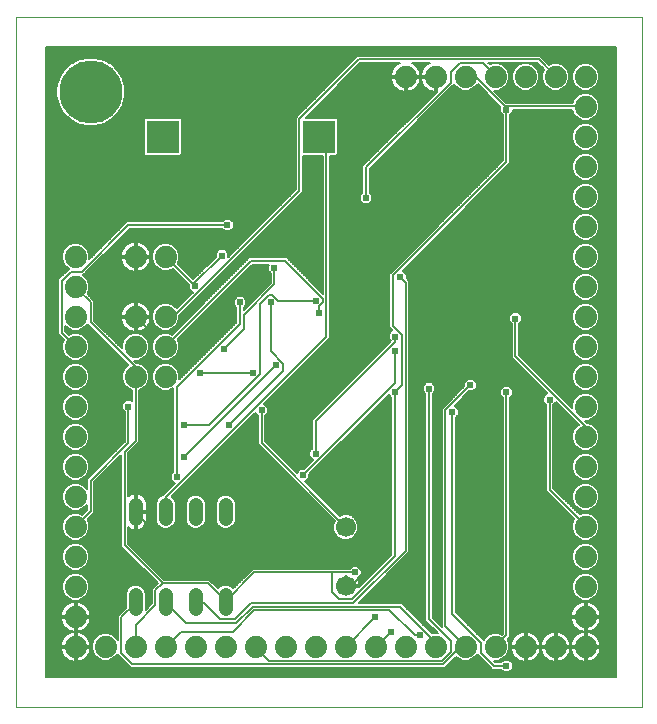
<source format=gbl>
G75*
%MOIN*%
%OFA0B0*%
%FSLAX25Y25*%
%IPPOS*%
%LPD*%
%AMOC8*
5,1,8,0,0,1.08239X$1,22.5*
%
%ADD10C,0.00000*%
%ADD11R,0.10950X0.10950*%
%ADD12C,0.04800*%
%ADD13C,0.07400*%
%ADD14C,0.06693*%
%ADD15C,0.21000*%
%ADD16C,0.00600*%
%ADD17C,0.02400*%
D10*
X0001000Y0001000D02*
X0001000Y0230961D01*
X0209701Y0230961D01*
X0209701Y0001000D01*
X0001000Y0001000D01*
D11*
X0050000Y0191000D03*
X0102000Y0191000D03*
D12*
X0071000Y0068400D02*
X0071000Y0063600D01*
X0061000Y0063600D02*
X0061000Y0068400D01*
X0051000Y0068400D02*
X0051000Y0063600D01*
X0041000Y0063600D02*
X0041000Y0068400D01*
X0041000Y0038400D02*
X0041000Y0033600D01*
X0051000Y0033600D02*
X0051000Y0038400D01*
X0061000Y0038400D02*
X0061000Y0033600D01*
X0071000Y0033600D02*
X0071000Y0038400D01*
D13*
X0071000Y0021000D03*
X0061000Y0021000D03*
X0051000Y0021000D03*
X0041000Y0021000D03*
X0031000Y0021000D03*
X0021000Y0021000D03*
X0021000Y0031000D03*
X0021000Y0041000D03*
X0021000Y0051000D03*
X0021000Y0061000D03*
X0021000Y0071000D03*
X0021000Y0081000D03*
X0021000Y0091000D03*
X0021000Y0101000D03*
X0021000Y0111000D03*
X0021000Y0121000D03*
X0021000Y0131000D03*
X0021000Y0141000D03*
X0021000Y0151000D03*
X0041000Y0151000D03*
X0051000Y0151000D03*
X0051000Y0131000D03*
X0051000Y0121000D03*
X0051000Y0111000D03*
X0041000Y0111000D03*
X0041000Y0121000D03*
X0041000Y0131000D03*
X0131000Y0211000D03*
X0141000Y0211000D03*
X0151000Y0211000D03*
X0161000Y0211000D03*
X0171000Y0211000D03*
X0181000Y0211000D03*
X0191000Y0211000D03*
X0191000Y0201000D03*
X0191000Y0191000D03*
X0191000Y0181000D03*
X0191000Y0171000D03*
X0191000Y0161000D03*
X0191000Y0151000D03*
X0191000Y0141000D03*
X0191000Y0131000D03*
X0191000Y0121000D03*
X0191000Y0111000D03*
X0191000Y0101000D03*
X0191000Y0091000D03*
X0191000Y0081000D03*
X0191000Y0071000D03*
X0191000Y0061000D03*
X0191000Y0051000D03*
X0191000Y0041000D03*
X0191000Y0031000D03*
X0191000Y0021000D03*
X0181000Y0021000D03*
X0171000Y0021000D03*
X0161000Y0021000D03*
X0151000Y0021000D03*
X0141000Y0021000D03*
X0131000Y0021000D03*
X0121000Y0021000D03*
X0111000Y0021000D03*
X0101000Y0021000D03*
X0091000Y0021000D03*
X0081000Y0021000D03*
D14*
X0111000Y0041157D03*
X0111000Y0060843D03*
D15*
X0026000Y0206000D03*
D16*
X0035774Y0200130D02*
X0097033Y0200130D01*
X0097631Y0200728D02*
X0036120Y0200728D01*
X0036465Y0201327D02*
X0098230Y0201327D01*
X0098828Y0201925D02*
X0036710Y0201925D01*
X0036623Y0201600D02*
X0037400Y0204499D01*
X0037400Y0207501D01*
X0036623Y0210400D01*
X0035122Y0213000D01*
X0033000Y0215122D01*
X0030400Y0216623D01*
X0027501Y0217400D01*
X0024499Y0217400D01*
X0021600Y0216623D01*
X0019000Y0215122D01*
X0016878Y0213000D01*
X0015377Y0210400D01*
X0014600Y0207501D01*
X0014600Y0204499D01*
X0015377Y0201600D01*
X0016878Y0199000D01*
X0019000Y0196878D01*
X0021600Y0195377D01*
X0024499Y0194600D01*
X0027501Y0194600D01*
X0030400Y0195377D01*
X0033000Y0196878D01*
X0035122Y0199000D01*
X0036623Y0201600D01*
X0036871Y0202524D02*
X0099427Y0202524D01*
X0100025Y0203122D02*
X0037031Y0203122D01*
X0037191Y0203721D02*
X0100624Y0203721D01*
X0101222Y0204319D02*
X0037352Y0204319D01*
X0037400Y0204918D02*
X0101821Y0204918D01*
X0102419Y0205516D02*
X0037400Y0205516D01*
X0037400Y0206115D02*
X0103018Y0206115D01*
X0103616Y0206713D02*
X0037400Y0206713D01*
X0037400Y0207312D02*
X0104215Y0207312D01*
X0104813Y0207910D02*
X0037290Y0207910D01*
X0037130Y0208509D02*
X0105412Y0208509D01*
X0106010Y0209107D02*
X0036970Y0209107D01*
X0036809Y0209706D02*
X0106609Y0209706D01*
X0107207Y0210304D02*
X0036649Y0210304D01*
X0036333Y0210903D02*
X0107806Y0210903D01*
X0108404Y0211501D02*
X0035987Y0211501D01*
X0035642Y0212100D02*
X0109003Y0212100D01*
X0109601Y0212698D02*
X0035296Y0212698D01*
X0034825Y0213297D02*
X0110200Y0213297D01*
X0110798Y0213895D02*
X0034227Y0213895D01*
X0033628Y0214494D02*
X0111397Y0214494D01*
X0111995Y0215092D02*
X0033030Y0215092D01*
X0032015Y0215691D02*
X0112594Y0215691D01*
X0113192Y0216289D02*
X0030978Y0216289D01*
X0029412Y0216888D02*
X0113791Y0216888D01*
X0114200Y0217297D02*
X0094400Y0197497D01*
X0094400Y0173497D01*
X0071900Y0150997D01*
X0071900Y0152270D01*
X0070670Y0153500D01*
X0068930Y0153500D01*
X0067700Y0152270D01*
X0067700Y0150997D01*
X0060200Y0143497D01*
X0055018Y0148679D01*
X0055600Y0150085D01*
X0055600Y0151915D01*
X0054900Y0153606D01*
X0053606Y0154900D01*
X0051915Y0155600D01*
X0050085Y0155600D01*
X0048394Y0154900D01*
X0047100Y0153606D01*
X0046400Y0151915D01*
X0046400Y0150085D01*
X0047100Y0148394D01*
X0048394Y0147100D01*
X0050085Y0146400D01*
X0051915Y0146400D01*
X0053321Y0146982D01*
X0058700Y0141603D01*
X0058700Y0140330D01*
X0059930Y0139100D01*
X0060003Y0139100D01*
X0054704Y0133801D01*
X0053606Y0134900D01*
X0051915Y0135600D01*
X0050085Y0135600D01*
X0048394Y0134900D01*
X0047100Y0133606D01*
X0046400Y0131915D01*
X0046400Y0130085D01*
X0047100Y0128394D01*
X0048394Y0127100D01*
X0050085Y0126400D01*
X0051915Y0126400D01*
X0053606Y0127100D01*
X0054900Y0128394D01*
X0055600Y0130085D01*
X0055600Y0131303D01*
X0096097Y0171800D01*
X0096800Y0172503D01*
X0096800Y0184625D01*
X0103400Y0184625D01*
X0103400Y0138697D01*
X0092000Y0150097D01*
X0091297Y0150800D01*
X0078903Y0150800D01*
X0053179Y0125076D01*
X0051915Y0125600D01*
X0050085Y0125600D01*
X0048394Y0124900D01*
X0047100Y0123606D01*
X0046400Y0121915D01*
X0046400Y0120085D01*
X0047100Y0118394D01*
X0048394Y0117100D01*
X0050085Y0116400D01*
X0051915Y0116400D01*
X0053606Y0117100D01*
X0054900Y0118394D01*
X0055600Y0120085D01*
X0055600Y0121915D01*
X0054959Y0123462D01*
X0079897Y0148400D01*
X0085430Y0148400D01*
X0085100Y0148070D01*
X0085100Y0146330D01*
X0086000Y0145430D01*
X0086000Y0142297D01*
X0077000Y0133297D01*
X0077000Y0134030D01*
X0077900Y0134930D01*
X0077900Y0136670D01*
X0076670Y0137900D01*
X0074930Y0137900D01*
X0073700Y0136670D01*
X0073700Y0134930D01*
X0074600Y0134030D01*
X0074600Y0129097D01*
X0055600Y0110097D01*
X0055600Y0111915D01*
X0054900Y0113606D01*
X0053606Y0114900D01*
X0051915Y0115600D01*
X0050085Y0115600D01*
X0048394Y0114900D01*
X0047100Y0113606D01*
X0046400Y0111915D01*
X0046400Y0110085D01*
X0047100Y0108394D01*
X0048394Y0107100D01*
X0050085Y0106400D01*
X0051915Y0106400D01*
X0053600Y0107098D01*
X0053600Y0079370D01*
X0052700Y0078470D01*
X0052700Y0076730D01*
X0053930Y0075500D01*
X0054003Y0075500D01*
X0050703Y0072200D01*
X0050703Y0072200D01*
X0050103Y0071601D01*
X0049131Y0071198D01*
X0048202Y0070269D01*
X0047700Y0069056D01*
X0044642Y0069056D01*
X0044700Y0068764D02*
X0044558Y0069479D01*
X0044279Y0070153D01*
X0043874Y0070759D01*
X0043359Y0071274D01*
X0042753Y0071679D01*
X0042079Y0071958D01*
X0041364Y0072100D01*
X0041300Y0072100D01*
X0041300Y0066300D01*
X0040700Y0066300D01*
X0040700Y0072100D01*
X0040636Y0072100D01*
X0039921Y0071958D01*
X0039247Y0071679D01*
X0038641Y0071274D01*
X0038600Y0071233D01*
X0038600Y0085503D01*
X0042200Y0089103D01*
X0042200Y0106518D01*
X0043606Y0107100D01*
X0044900Y0108394D01*
X0045600Y0110085D01*
X0045600Y0111915D01*
X0044900Y0113606D01*
X0043606Y0114900D01*
X0041915Y0115600D01*
X0041297Y0115600D01*
X0040497Y0116400D01*
X0041915Y0116400D01*
X0043606Y0117100D01*
X0044900Y0118394D01*
X0045600Y0120085D01*
X0045600Y0121915D01*
X0044900Y0123606D01*
X0043606Y0124900D01*
X0041915Y0125600D01*
X0040085Y0125600D01*
X0038394Y0124900D01*
X0037100Y0123606D01*
X0036400Y0121915D01*
X0036400Y0120497D01*
X0027200Y0129697D01*
X0027200Y0136297D01*
X0024959Y0138538D01*
X0025600Y0140085D01*
X0025600Y0141915D01*
X0024900Y0143606D01*
X0023606Y0144900D01*
X0023599Y0144902D01*
X0024200Y0145503D01*
X0039097Y0160400D01*
X0069830Y0160400D01*
X0070730Y0159500D01*
X0072470Y0159500D01*
X0073700Y0160730D01*
X0073700Y0162470D01*
X0072470Y0163700D01*
X0070730Y0163700D01*
X0069830Y0162800D01*
X0038103Y0162800D01*
X0025600Y0150297D01*
X0025600Y0151915D01*
X0024900Y0153606D01*
X0023606Y0154900D01*
X0021915Y0155600D01*
X0020085Y0155600D01*
X0018394Y0154900D01*
X0017100Y0153606D01*
X0016400Y0151915D01*
X0016400Y0150085D01*
X0017100Y0148394D01*
X0018394Y0147100D01*
X0018683Y0146981D01*
X0015903Y0144200D01*
X0015200Y0143497D01*
X0015200Y0125103D01*
X0016982Y0123321D01*
X0016400Y0121915D01*
X0016400Y0120085D01*
X0017100Y0118394D01*
X0018394Y0117100D01*
X0020085Y0116400D01*
X0021915Y0116400D01*
X0023606Y0117100D01*
X0024900Y0118394D01*
X0025600Y0120085D01*
X0025600Y0121915D01*
X0024900Y0123606D01*
X0023606Y0124900D01*
X0021915Y0125600D01*
X0020085Y0125600D01*
X0018679Y0125018D01*
X0017600Y0126097D01*
X0017600Y0127895D01*
X0018394Y0127100D01*
X0020085Y0126400D01*
X0021915Y0126400D01*
X0023606Y0127100D01*
X0024900Y0128394D01*
X0024961Y0128542D01*
X0025503Y0128000D01*
X0038542Y0114961D01*
X0038394Y0114900D01*
X0037100Y0113606D01*
X0036400Y0111915D01*
X0036400Y0110085D01*
X0037100Y0108394D01*
X0038394Y0107100D01*
X0039800Y0106518D01*
X0039800Y0102770D01*
X0039470Y0103100D01*
X0037730Y0103100D01*
X0036500Y0101870D01*
X0036500Y0100130D01*
X0037400Y0099230D01*
X0037400Y0089497D01*
X0025503Y0077600D01*
X0024800Y0076897D01*
X0024800Y0073705D01*
X0023606Y0074900D01*
X0021915Y0075600D01*
X0020085Y0075600D01*
X0018394Y0074900D01*
X0017100Y0073606D01*
X0016400Y0071915D01*
X0016400Y0070085D01*
X0017100Y0068394D01*
X0018394Y0067100D01*
X0020085Y0066400D01*
X0021915Y0066400D01*
X0023606Y0067100D01*
X0024800Y0068295D01*
X0024800Y0066697D01*
X0023179Y0065076D01*
X0021915Y0065600D01*
X0020085Y0065600D01*
X0018394Y0064900D01*
X0017100Y0063606D01*
X0016400Y0061915D01*
X0016400Y0060085D01*
X0017100Y0058394D01*
X0018394Y0057100D01*
X0020085Y0056400D01*
X0021915Y0056400D01*
X0023606Y0057100D01*
X0024900Y0058394D01*
X0025600Y0060085D01*
X0025600Y0061915D01*
X0024959Y0063462D01*
X0027200Y0065703D01*
X0027200Y0075903D01*
X0036200Y0084903D01*
X0036200Y0054303D01*
X0048303Y0042200D01*
X0046400Y0040297D01*
X0046400Y0035497D01*
X0044300Y0033397D01*
X0044300Y0039056D01*
X0043798Y0040269D01*
X0042869Y0041198D01*
X0041656Y0041700D01*
X0040344Y0041700D01*
X0039131Y0041198D01*
X0038202Y0040269D01*
X0037700Y0039056D01*
X0037700Y0033997D01*
X0035000Y0031297D01*
X0035000Y0023363D01*
X0034900Y0023606D01*
X0033606Y0024900D01*
X0031915Y0025600D01*
X0030085Y0025600D01*
X0028394Y0024900D01*
X0027100Y0023606D01*
X0026400Y0021915D01*
X0026400Y0020085D01*
X0027100Y0018394D01*
X0028394Y0017100D01*
X0030085Y0016400D01*
X0031915Y0016400D01*
X0033606Y0017100D01*
X0034900Y0018394D01*
X0035000Y0018637D01*
X0035000Y0018303D01*
X0035703Y0017600D01*
X0039303Y0014000D01*
X0144097Y0014000D01*
X0144800Y0014703D01*
X0147796Y0017699D01*
X0148394Y0017100D01*
X0150085Y0016400D01*
X0151915Y0016400D01*
X0153606Y0017100D01*
X0154900Y0018394D01*
X0155000Y0018637D01*
X0155000Y0018303D01*
X0159200Y0014103D01*
X0159903Y0013400D01*
X0162830Y0013400D01*
X0163730Y0012500D01*
X0165470Y0012500D01*
X0166700Y0013730D01*
X0166700Y0015470D01*
X0165470Y0016700D01*
X0163730Y0016700D01*
X0162830Y0015800D01*
X0160897Y0015800D01*
X0160297Y0016400D01*
X0161915Y0016400D01*
X0163606Y0017100D01*
X0164900Y0018394D01*
X0165600Y0020085D01*
X0165600Y0021915D01*
X0164959Y0023462D01*
X0165800Y0024303D01*
X0165800Y0104030D01*
X0166700Y0104930D01*
X0166700Y0106670D01*
X0165470Y0107900D01*
X0163730Y0107900D01*
X0162500Y0106670D01*
X0162500Y0104930D01*
X0163400Y0104030D01*
X0163400Y0025297D01*
X0163179Y0025076D01*
X0161915Y0025600D01*
X0160085Y0025600D01*
X0158394Y0024900D01*
X0157100Y0023606D01*
X0156981Y0023316D01*
X0156697Y0023600D01*
X0147800Y0032497D01*
X0147800Y0097430D01*
X0148700Y0098330D01*
X0148700Y0100070D01*
X0147470Y0101300D01*
X0147397Y0101300D01*
X0152197Y0106100D01*
X0153470Y0106100D01*
X0154700Y0107330D01*
X0154700Y0109070D01*
X0153470Y0110300D01*
X0151730Y0110300D01*
X0150500Y0109070D01*
X0150500Y0107797D01*
X0143703Y0101000D01*
X0143000Y0100297D01*
X0143000Y0027697D01*
X0140000Y0030697D01*
X0140000Y0105230D01*
X0140900Y0106130D01*
X0140900Y0107870D01*
X0139670Y0109100D01*
X0137930Y0109100D01*
X0136700Y0107870D01*
X0136700Y0106130D01*
X0137600Y0105230D01*
X0137600Y0029703D01*
X0141703Y0025600D01*
X0140085Y0025600D01*
X0139811Y0025486D01*
X0130400Y0034897D01*
X0129697Y0035600D01*
X0115297Y0035600D01*
X0131497Y0051800D01*
X0132200Y0052503D01*
X0132200Y0142897D01*
X0131300Y0143797D01*
X0131300Y0145070D01*
X0130070Y0146300D01*
X0129997Y0146300D01*
X0165800Y0182103D01*
X0165800Y0198230D01*
X0166700Y0199130D01*
X0166700Y0200000D01*
X0186435Y0200000D01*
X0187100Y0198394D01*
X0188394Y0197100D01*
X0190085Y0196400D01*
X0191915Y0196400D01*
X0193606Y0197100D01*
X0194900Y0198394D01*
X0195600Y0200085D01*
X0195600Y0201915D01*
X0194900Y0203606D01*
X0193606Y0204900D01*
X0191915Y0205600D01*
X0190085Y0205600D01*
X0188394Y0204900D01*
X0187100Y0203606D01*
X0186601Y0202400D01*
X0164497Y0202400D01*
X0160497Y0206400D01*
X0161915Y0206400D01*
X0163606Y0207100D01*
X0164900Y0208394D01*
X0165600Y0210085D01*
X0165600Y0211915D01*
X0164900Y0213606D01*
X0163606Y0214900D01*
X0161915Y0215600D01*
X0160085Y0215600D01*
X0158962Y0215135D01*
X0158497Y0215600D01*
X0174903Y0215600D01*
X0177041Y0213462D01*
X0176400Y0211915D01*
X0176400Y0210085D01*
X0177100Y0208394D01*
X0178394Y0207100D01*
X0180085Y0206400D01*
X0181915Y0206400D01*
X0183606Y0207100D01*
X0184900Y0208394D01*
X0185600Y0210085D01*
X0185600Y0211915D01*
X0184900Y0213606D01*
X0183606Y0214900D01*
X0181915Y0215600D01*
X0180085Y0215600D01*
X0178821Y0215076D01*
X0175897Y0218000D01*
X0114903Y0218000D01*
X0114200Y0217297D01*
X0114389Y0217486D02*
X0011000Y0217486D01*
X0011000Y0216888D02*
X0022588Y0216888D01*
X0021022Y0216289D02*
X0011000Y0216289D01*
X0011000Y0215691D02*
X0019985Y0215691D01*
X0018970Y0215092D02*
X0011000Y0215092D01*
X0011000Y0214494D02*
X0018372Y0214494D01*
X0017773Y0213895D02*
X0011000Y0213895D01*
X0011000Y0213297D02*
X0017175Y0213297D01*
X0016704Y0212698D02*
X0011000Y0212698D01*
X0011000Y0212100D02*
X0016358Y0212100D01*
X0016013Y0211501D02*
X0011000Y0211501D01*
X0011000Y0210903D02*
X0015667Y0210903D01*
X0015351Y0210304D02*
X0011000Y0210304D01*
X0011000Y0209706D02*
X0015191Y0209706D01*
X0015030Y0209107D02*
X0011000Y0209107D01*
X0011000Y0208509D02*
X0014870Y0208509D01*
X0014710Y0207910D02*
X0011000Y0207910D01*
X0011000Y0207312D02*
X0014600Y0207312D01*
X0014600Y0206713D02*
X0011000Y0206713D01*
X0011000Y0206115D02*
X0014600Y0206115D01*
X0014600Y0205516D02*
X0011000Y0205516D01*
X0011000Y0204918D02*
X0014600Y0204918D01*
X0014648Y0204319D02*
X0011000Y0204319D01*
X0011000Y0203721D02*
X0014809Y0203721D01*
X0014969Y0203122D02*
X0011000Y0203122D01*
X0011000Y0202524D02*
X0015129Y0202524D01*
X0015290Y0201925D02*
X0011000Y0201925D01*
X0011000Y0201327D02*
X0015535Y0201327D01*
X0015880Y0200728D02*
X0011000Y0200728D01*
X0011000Y0200130D02*
X0016226Y0200130D01*
X0016571Y0199531D02*
X0011000Y0199531D01*
X0011000Y0198933D02*
X0016945Y0198933D01*
X0017544Y0198334D02*
X0011000Y0198334D01*
X0011000Y0197736D02*
X0018142Y0197736D01*
X0018741Y0197137D02*
X0011000Y0197137D01*
X0011000Y0196539D02*
X0019588Y0196539D01*
X0020624Y0195940D02*
X0011000Y0195940D01*
X0011000Y0195341D02*
X0021732Y0195341D01*
X0023966Y0194743D02*
X0011000Y0194743D01*
X0011000Y0194144D02*
X0043625Y0194144D01*
X0043625Y0193546D02*
X0011000Y0193546D01*
X0011000Y0192947D02*
X0043625Y0192947D01*
X0043625Y0192349D02*
X0011000Y0192349D01*
X0011000Y0191750D02*
X0043625Y0191750D01*
X0043625Y0191152D02*
X0011000Y0191152D01*
X0011000Y0190553D02*
X0043625Y0190553D01*
X0043625Y0189955D02*
X0011000Y0189955D01*
X0011000Y0189356D02*
X0043625Y0189356D01*
X0043625Y0188758D02*
X0011000Y0188758D01*
X0011000Y0188159D02*
X0043625Y0188159D01*
X0043625Y0187561D02*
X0011000Y0187561D01*
X0011000Y0186962D02*
X0043625Y0186962D01*
X0043625Y0186364D02*
X0011000Y0186364D01*
X0011000Y0185765D02*
X0043625Y0185765D01*
X0043625Y0185167D02*
X0011000Y0185167D01*
X0011000Y0184568D02*
X0094400Y0184568D01*
X0094400Y0183970D02*
X0011000Y0183970D01*
X0011000Y0183371D02*
X0094400Y0183371D01*
X0094400Y0182773D02*
X0011000Y0182773D01*
X0011000Y0182174D02*
X0094400Y0182174D01*
X0094400Y0181576D02*
X0011000Y0181576D01*
X0011000Y0180977D02*
X0094400Y0180977D01*
X0094400Y0180379D02*
X0011000Y0180379D01*
X0011000Y0179780D02*
X0094400Y0179780D01*
X0094400Y0179182D02*
X0011000Y0179182D01*
X0011000Y0178583D02*
X0094400Y0178583D01*
X0094400Y0177985D02*
X0011000Y0177985D01*
X0011000Y0177386D02*
X0094400Y0177386D01*
X0094400Y0176788D02*
X0011000Y0176788D01*
X0011000Y0176189D02*
X0094400Y0176189D01*
X0094400Y0175591D02*
X0011000Y0175591D01*
X0011000Y0174992D02*
X0094400Y0174992D01*
X0094400Y0174394D02*
X0011000Y0174394D01*
X0011000Y0173795D02*
X0094400Y0173795D01*
X0094100Y0173197D02*
X0011000Y0173197D01*
X0011000Y0172598D02*
X0093501Y0172598D01*
X0092903Y0172000D02*
X0011000Y0172000D01*
X0011000Y0171401D02*
X0092304Y0171401D01*
X0091705Y0170803D02*
X0011000Y0170803D01*
X0011000Y0170204D02*
X0091107Y0170204D01*
X0090508Y0169605D02*
X0011000Y0169605D01*
X0011000Y0169007D02*
X0089910Y0169007D01*
X0089311Y0168408D02*
X0011000Y0168408D01*
X0011000Y0167810D02*
X0088713Y0167810D01*
X0088114Y0167211D02*
X0011000Y0167211D01*
X0011000Y0166613D02*
X0087516Y0166613D01*
X0086917Y0166014D02*
X0011000Y0166014D01*
X0011000Y0165416D02*
X0086319Y0165416D01*
X0085720Y0164817D02*
X0011000Y0164817D01*
X0011000Y0164219D02*
X0085122Y0164219D01*
X0084523Y0163620D02*
X0072549Y0163620D01*
X0073148Y0163022D02*
X0083925Y0163022D01*
X0083326Y0162423D02*
X0073700Y0162423D01*
X0073700Y0161825D02*
X0082728Y0161825D01*
X0082129Y0161226D02*
X0073700Y0161226D01*
X0073598Y0160628D02*
X0081531Y0160628D01*
X0080932Y0160029D02*
X0072999Y0160029D01*
X0071600Y0161600D02*
X0038600Y0161600D01*
X0023000Y0146000D01*
X0019400Y0146000D01*
X0016400Y0143000D01*
X0016400Y0125600D01*
X0021000Y0121000D01*
X0016960Y0118732D02*
X0011000Y0118732D01*
X0011000Y0118134D02*
X0017361Y0118134D01*
X0017960Y0117535D02*
X0011000Y0117535D01*
X0011000Y0116937D02*
X0018790Y0116937D01*
X0018977Y0115141D02*
X0011000Y0115141D01*
X0011000Y0115739D02*
X0037763Y0115739D01*
X0038362Y0115141D02*
X0023023Y0115141D01*
X0023606Y0114900D02*
X0021915Y0115600D01*
X0020085Y0115600D01*
X0018394Y0114900D01*
X0017100Y0113606D01*
X0016400Y0111915D01*
X0016400Y0110085D01*
X0017100Y0108394D01*
X0018394Y0107100D01*
X0020085Y0106400D01*
X0021915Y0106400D01*
X0023606Y0107100D01*
X0024900Y0108394D01*
X0025600Y0110085D01*
X0025600Y0111915D01*
X0024900Y0113606D01*
X0023606Y0114900D01*
X0023963Y0114542D02*
X0038037Y0114542D01*
X0037439Y0113944D02*
X0024561Y0113944D01*
X0025007Y0113345D02*
X0036993Y0113345D01*
X0036745Y0112747D02*
X0025255Y0112747D01*
X0025503Y0112148D02*
X0036497Y0112148D01*
X0036400Y0111550D02*
X0025600Y0111550D01*
X0025600Y0110951D02*
X0036400Y0110951D01*
X0036400Y0110353D02*
X0025600Y0110353D01*
X0025463Y0109754D02*
X0036537Y0109754D01*
X0036785Y0109156D02*
X0025215Y0109156D01*
X0024967Y0108557D02*
X0037033Y0108557D01*
X0037536Y0107959D02*
X0024464Y0107959D01*
X0023866Y0107360D02*
X0038134Y0107360D01*
X0039212Y0106762D02*
X0022788Y0106762D01*
X0022000Y0105565D02*
X0039800Y0105565D01*
X0039800Y0106163D02*
X0011000Y0106163D01*
X0011000Y0105565D02*
X0020000Y0105565D01*
X0020085Y0105600D02*
X0018394Y0104900D01*
X0017100Y0103606D01*
X0016400Y0101915D01*
X0016400Y0100085D01*
X0017100Y0098394D01*
X0018394Y0097100D01*
X0020085Y0096400D01*
X0021915Y0096400D01*
X0023606Y0097100D01*
X0024900Y0098394D01*
X0025600Y0100085D01*
X0025600Y0101915D01*
X0024900Y0103606D01*
X0023606Y0104900D01*
X0021915Y0105600D01*
X0020085Y0105600D01*
X0019212Y0106762D02*
X0011000Y0106762D01*
X0011000Y0107360D02*
X0018134Y0107360D01*
X0017536Y0107959D02*
X0011000Y0107959D01*
X0011000Y0108557D02*
X0017033Y0108557D01*
X0016785Y0109156D02*
X0011000Y0109156D01*
X0011000Y0109754D02*
X0016537Y0109754D01*
X0016400Y0110353D02*
X0011000Y0110353D01*
X0011000Y0110951D02*
X0016400Y0110951D01*
X0016400Y0111550D02*
X0011000Y0111550D01*
X0011000Y0112148D02*
X0016497Y0112148D01*
X0016745Y0112747D02*
X0011000Y0112747D01*
X0011000Y0113345D02*
X0016993Y0113345D01*
X0017439Y0113944D02*
X0011000Y0113944D01*
X0011000Y0114542D02*
X0018037Y0114542D01*
X0016713Y0119331D02*
X0011000Y0119331D01*
X0011000Y0119929D02*
X0016465Y0119929D01*
X0016400Y0120528D02*
X0011000Y0120528D01*
X0011000Y0121126D02*
X0016400Y0121126D01*
X0016400Y0121725D02*
X0011000Y0121725D01*
X0011000Y0122323D02*
X0016569Y0122323D01*
X0016817Y0122922D02*
X0011000Y0122922D01*
X0011000Y0123520D02*
X0016783Y0123520D01*
X0016184Y0124119D02*
X0011000Y0124119D01*
X0011000Y0124717D02*
X0015586Y0124717D01*
X0015200Y0125316D02*
X0011000Y0125316D01*
X0011000Y0125914D02*
X0015200Y0125914D01*
X0015200Y0126513D02*
X0011000Y0126513D01*
X0011000Y0127111D02*
X0015200Y0127111D01*
X0015200Y0127710D02*
X0011000Y0127710D01*
X0011000Y0128308D02*
X0015200Y0128308D01*
X0015200Y0128907D02*
X0011000Y0128907D01*
X0011000Y0129505D02*
X0015200Y0129505D01*
X0015200Y0130104D02*
X0011000Y0130104D01*
X0011000Y0130702D02*
X0015200Y0130702D01*
X0015200Y0131301D02*
X0011000Y0131301D01*
X0011000Y0131899D02*
X0015200Y0131899D01*
X0015200Y0132498D02*
X0011000Y0132498D01*
X0011000Y0133096D02*
X0015200Y0133096D01*
X0015200Y0133695D02*
X0011000Y0133695D01*
X0011000Y0134293D02*
X0015200Y0134293D01*
X0015200Y0134892D02*
X0011000Y0134892D01*
X0011000Y0135490D02*
X0015200Y0135490D01*
X0015200Y0136089D02*
X0011000Y0136089D01*
X0011000Y0136687D02*
X0015200Y0136687D01*
X0015200Y0137286D02*
X0011000Y0137286D01*
X0011000Y0137884D02*
X0015200Y0137884D01*
X0015200Y0138483D02*
X0011000Y0138483D01*
X0011000Y0139081D02*
X0015200Y0139081D01*
X0015200Y0139680D02*
X0011000Y0139680D01*
X0011000Y0140278D02*
X0015200Y0140278D01*
X0015200Y0140877D02*
X0011000Y0140877D01*
X0011000Y0141475D02*
X0015200Y0141475D01*
X0015200Y0142074D02*
X0011000Y0142074D01*
X0011000Y0142672D02*
X0015200Y0142672D01*
X0015200Y0143271D02*
X0011000Y0143271D01*
X0011000Y0143870D02*
X0015572Y0143870D01*
X0016171Y0144468D02*
X0011000Y0144468D01*
X0011000Y0145067D02*
X0016770Y0145067D01*
X0017368Y0145665D02*
X0011000Y0145665D01*
X0011000Y0146264D02*
X0017967Y0146264D01*
X0018565Y0146862D02*
X0011000Y0146862D01*
X0011000Y0147461D02*
X0018034Y0147461D01*
X0017436Y0148059D02*
X0011000Y0148059D01*
X0011000Y0148658D02*
X0016991Y0148658D01*
X0016743Y0149256D02*
X0011000Y0149256D01*
X0011000Y0149855D02*
X0016495Y0149855D01*
X0016400Y0150453D02*
X0011000Y0150453D01*
X0011000Y0151052D02*
X0016400Y0151052D01*
X0016400Y0151650D02*
X0011000Y0151650D01*
X0011000Y0152249D02*
X0016538Y0152249D01*
X0016786Y0152847D02*
X0011000Y0152847D01*
X0011000Y0153446D02*
X0017034Y0153446D01*
X0017539Y0154044D02*
X0011000Y0154044D01*
X0011000Y0154643D02*
X0018137Y0154643D01*
X0019219Y0155241D02*
X0011000Y0155241D01*
X0011000Y0155840D02*
X0031143Y0155840D01*
X0031741Y0156438D02*
X0011000Y0156438D01*
X0011000Y0157037D02*
X0032340Y0157037D01*
X0032938Y0157635D02*
X0011000Y0157635D01*
X0011000Y0158234D02*
X0033537Y0158234D01*
X0034135Y0158832D02*
X0011000Y0158832D01*
X0011000Y0159431D02*
X0034734Y0159431D01*
X0035332Y0160029D02*
X0011000Y0160029D01*
X0011000Y0160628D02*
X0035931Y0160628D01*
X0036529Y0161226D02*
X0011000Y0161226D01*
X0011000Y0161825D02*
X0037128Y0161825D01*
X0037726Y0162423D02*
X0011000Y0162423D01*
X0011000Y0163022D02*
X0070052Y0163022D01*
X0070651Y0163620D02*
X0011000Y0163620D01*
X0022781Y0155241D02*
X0030544Y0155241D01*
X0029946Y0154643D02*
X0023863Y0154643D01*
X0024461Y0154044D02*
X0029347Y0154044D01*
X0028749Y0153446D02*
X0024966Y0153446D01*
X0025214Y0152847D02*
X0028150Y0152847D01*
X0027552Y0152249D02*
X0025462Y0152249D01*
X0025600Y0151650D02*
X0026953Y0151650D01*
X0026355Y0151052D02*
X0025600Y0151052D01*
X0025600Y0150453D02*
X0025756Y0150453D01*
X0027355Y0148658D02*
X0036582Y0148658D01*
X0036724Y0148379D02*
X0036366Y0149081D01*
X0036123Y0149829D01*
X0036000Y0150606D01*
X0036000Y0150700D01*
X0040700Y0150700D01*
X0040700Y0151300D01*
X0040700Y0156000D01*
X0040606Y0156000D01*
X0039829Y0155877D01*
X0039081Y0155634D01*
X0038379Y0155276D01*
X0037743Y0154814D01*
X0037186Y0154257D01*
X0036724Y0153621D01*
X0036366Y0152919D01*
X0036123Y0152171D01*
X0036000Y0151394D01*
X0036000Y0151300D01*
X0040700Y0151300D01*
X0041300Y0151300D01*
X0041300Y0156000D01*
X0041394Y0156000D01*
X0042171Y0155877D01*
X0042919Y0155634D01*
X0043621Y0155276D01*
X0044257Y0154814D01*
X0044814Y0154257D01*
X0045276Y0153621D01*
X0045634Y0152919D01*
X0045877Y0152171D01*
X0046000Y0151394D01*
X0046000Y0151300D01*
X0041300Y0151300D01*
X0041300Y0150700D01*
X0046000Y0150700D01*
X0046000Y0150606D01*
X0045877Y0149829D01*
X0045634Y0149081D01*
X0045276Y0148379D01*
X0044814Y0147743D01*
X0044257Y0147186D01*
X0043621Y0146724D01*
X0042919Y0146366D01*
X0042171Y0146123D01*
X0041394Y0146000D01*
X0041300Y0146000D01*
X0041300Y0150700D01*
X0040700Y0150700D01*
X0040700Y0146000D01*
X0040606Y0146000D01*
X0039829Y0146123D01*
X0039081Y0146366D01*
X0038379Y0146724D01*
X0037743Y0147186D01*
X0037186Y0147743D01*
X0036724Y0148379D01*
X0036956Y0148059D02*
X0026756Y0148059D01*
X0026158Y0147461D02*
X0037468Y0147461D01*
X0038189Y0146862D02*
X0025559Y0146862D01*
X0024961Y0146264D02*
X0039397Y0146264D01*
X0040700Y0146264D02*
X0041300Y0146264D01*
X0041300Y0146862D02*
X0040700Y0146862D01*
X0040700Y0147461D02*
X0041300Y0147461D01*
X0041300Y0148059D02*
X0040700Y0148059D01*
X0040700Y0148658D02*
X0041300Y0148658D01*
X0041300Y0149256D02*
X0040700Y0149256D01*
X0040700Y0149855D02*
X0041300Y0149855D01*
X0041300Y0150453D02*
X0040700Y0150453D01*
X0040700Y0151052D02*
X0029749Y0151052D01*
X0030347Y0151650D02*
X0036041Y0151650D01*
X0036148Y0152249D02*
X0030946Y0152249D01*
X0031544Y0152847D02*
X0036343Y0152847D01*
X0036635Y0153446D02*
X0032143Y0153446D01*
X0032741Y0154044D02*
X0037031Y0154044D01*
X0037572Y0154643D02*
X0033340Y0154643D01*
X0033938Y0155241D02*
X0038331Y0155241D01*
X0039715Y0155840D02*
X0034537Y0155840D01*
X0035135Y0156438D02*
X0077341Y0156438D01*
X0076743Y0155840D02*
X0042285Y0155840D01*
X0041300Y0155840D02*
X0040700Y0155840D01*
X0040700Y0155241D02*
X0041300Y0155241D01*
X0041300Y0154643D02*
X0040700Y0154643D01*
X0040700Y0154044D02*
X0041300Y0154044D01*
X0041300Y0153446D02*
X0040700Y0153446D01*
X0040700Y0152847D02*
X0041300Y0152847D01*
X0041300Y0152249D02*
X0040700Y0152249D01*
X0040700Y0151650D02*
X0041300Y0151650D01*
X0041300Y0151052D02*
X0046400Y0151052D01*
X0046400Y0151650D02*
X0045959Y0151650D01*
X0045852Y0152249D02*
X0046538Y0152249D01*
X0046786Y0152847D02*
X0045657Y0152847D01*
X0045365Y0153446D02*
X0047034Y0153446D01*
X0047539Y0154044D02*
X0044969Y0154044D01*
X0044428Y0154643D02*
X0048137Y0154643D01*
X0049219Y0155241D02*
X0043669Y0155241D01*
X0041000Y0151000D02*
X0041000Y0131000D01*
X0045800Y0126200D01*
X0045800Y0092600D01*
X0041000Y0087800D01*
X0041000Y0066000D01*
X0041000Y0065600D01*
X0046400Y0060200D01*
X0102800Y0060200D01*
X0116600Y0046400D01*
X0116600Y0045200D01*
X0113000Y0041600D01*
X0111200Y0041600D01*
X0111000Y0041157D01*
X0111300Y0040926D02*
X0115429Y0040926D01*
X0115360Y0040857D02*
X0111300Y0040857D01*
X0111300Y0041457D01*
X0115646Y0041457D01*
X0115646Y0041523D01*
X0115532Y0042246D01*
X0115306Y0042941D01*
X0114974Y0043593D01*
X0114896Y0043700D01*
X0115070Y0043700D01*
X0116300Y0044930D01*
X0116300Y0046670D01*
X0115070Y0047900D01*
X0113330Y0047900D01*
X0112430Y0047000D01*
X0080103Y0047000D01*
X0073585Y0040482D01*
X0072869Y0041198D01*
X0071656Y0041700D01*
X0070344Y0041700D01*
X0069131Y0041198D01*
X0068415Y0040482D01*
X0065497Y0043400D01*
X0050497Y0043400D01*
X0038600Y0055297D01*
X0038600Y0060767D01*
X0038641Y0060726D01*
X0039247Y0060321D01*
X0039921Y0060042D01*
X0040636Y0059900D01*
X0040700Y0059900D01*
X0040700Y0065700D01*
X0041300Y0065700D01*
X0041300Y0066300D01*
X0044700Y0066300D01*
X0044700Y0068764D01*
X0044700Y0068457D02*
X0047700Y0068457D01*
X0047700Y0067859D02*
X0044700Y0067859D01*
X0044700Y0067260D02*
X0047700Y0067260D01*
X0047700Y0066662D02*
X0044700Y0066662D01*
X0044700Y0065700D02*
X0041300Y0065700D01*
X0041300Y0059900D01*
X0041364Y0059900D01*
X0042079Y0060042D01*
X0042753Y0060321D01*
X0043359Y0060726D01*
X0043874Y0061241D01*
X0044279Y0061847D01*
X0044558Y0062521D01*
X0044700Y0063236D01*
X0044700Y0065700D01*
X0044700Y0065465D02*
X0047700Y0065465D01*
X0047700Y0066063D02*
X0041300Y0066063D01*
X0041300Y0065465D02*
X0040700Y0065465D01*
X0040700Y0064866D02*
X0041300Y0064866D01*
X0041300Y0064268D02*
X0040700Y0064268D01*
X0040700Y0063669D02*
X0041300Y0063669D01*
X0041300Y0063070D02*
X0040700Y0063070D01*
X0040700Y0062472D02*
X0041300Y0062472D01*
X0041300Y0061873D02*
X0040700Y0061873D01*
X0040700Y0061275D02*
X0041300Y0061275D01*
X0041300Y0060676D02*
X0040700Y0060676D01*
X0040700Y0060078D02*
X0041300Y0060078D01*
X0042166Y0060078D02*
X0106754Y0060078D01*
X0106754Y0059998D02*
X0107400Y0058437D01*
X0108595Y0057243D01*
X0110155Y0056596D01*
X0111845Y0056596D01*
X0113405Y0057243D01*
X0114600Y0058437D01*
X0115246Y0059998D01*
X0115246Y0061687D01*
X0114600Y0063248D01*
X0113405Y0064442D01*
X0111845Y0065089D01*
X0110155Y0065089D01*
X0109061Y0064636D01*
X0097597Y0076100D01*
X0097670Y0076100D01*
X0098900Y0077330D01*
X0098900Y0078603D01*
X0125300Y0105003D01*
X0125300Y0104930D01*
X0126200Y0104030D01*
X0126200Y0051697D01*
X0115360Y0040857D01*
X0115646Y0041524D02*
X0116027Y0041524D01*
X0115552Y0042123D02*
X0116626Y0042123D01*
X0117224Y0042721D02*
X0115378Y0042721D01*
X0115113Y0043320D02*
X0117823Y0043320D01*
X0118421Y0043918D02*
X0115288Y0043918D01*
X0115886Y0044517D02*
X0119020Y0044517D01*
X0119618Y0045115D02*
X0116300Y0045115D01*
X0116300Y0045714D02*
X0120217Y0045714D01*
X0120815Y0046312D02*
X0116300Y0046312D01*
X0116059Y0046911D02*
X0121414Y0046911D01*
X0122012Y0047509D02*
X0115461Y0047509D01*
X0114200Y0045800D02*
X0106400Y0045800D01*
X0106400Y0039200D01*
X0108800Y0036800D01*
X0113000Y0036800D01*
X0127400Y0051200D01*
X0127400Y0105800D01*
X0129800Y0108200D01*
X0129800Y0125000D01*
X0126800Y0128000D01*
X0126800Y0144800D01*
X0164600Y0182600D01*
X0164600Y0200000D01*
X0164600Y0201200D01*
X0164000Y0201200D01*
X0154400Y0210800D01*
X0151400Y0210800D01*
X0151000Y0211000D01*
X0149329Y0206713D02*
X0145410Y0206713D01*
X0144812Y0206115D02*
X0157388Y0206115D01*
X0156790Y0206713D02*
X0152671Y0206713D01*
X0151915Y0206400D02*
X0153606Y0207100D01*
X0154900Y0208394D01*
X0154961Y0208542D01*
X0162567Y0200936D01*
X0162500Y0200870D01*
X0162500Y0199130D01*
X0163400Y0198230D01*
X0163400Y0183097D01*
X0126303Y0146000D01*
X0125600Y0145297D01*
X0125600Y0127503D01*
X0126603Y0126500D01*
X0126530Y0126500D01*
X0125300Y0125270D01*
X0125300Y0123530D01*
X0125967Y0122864D01*
X0100503Y0097400D01*
X0100503Y0097400D01*
X0099800Y0096697D01*
X0099800Y0087170D01*
X0098900Y0086270D01*
X0098900Y0084530D01*
X0100130Y0083300D01*
X0100203Y0083300D01*
X0097203Y0080300D01*
X0095930Y0080300D01*
X0094700Y0079070D01*
X0094700Y0078997D01*
X0084200Y0089497D01*
X0084200Y0098030D01*
X0085100Y0098930D01*
X0085100Y0100670D01*
X0083870Y0101900D01*
X0083797Y0101900D01*
X0105097Y0123200D01*
X0105097Y0123200D01*
X0105800Y0123903D01*
X0105800Y0184625D01*
X0107848Y0184625D01*
X0108375Y0185152D01*
X0108375Y0196848D01*
X0107848Y0197375D01*
X0097672Y0197375D01*
X0115897Y0215600D01*
X0129015Y0215600D01*
X0128379Y0215276D01*
X0127743Y0214814D01*
X0127186Y0214257D01*
X0126724Y0213621D01*
X0126366Y0212919D01*
X0126123Y0212171D01*
X0126000Y0211394D01*
X0126000Y0211300D01*
X0130700Y0211300D01*
X0130700Y0210700D01*
X0131300Y0210700D01*
X0131300Y0211300D01*
X0136000Y0211300D01*
X0140700Y0211300D01*
X0140700Y0210700D01*
X0141300Y0210700D01*
X0141300Y0206000D01*
X0141303Y0206000D01*
X0116600Y0181297D01*
X0116600Y0172370D01*
X0115700Y0171470D01*
X0115700Y0169730D01*
X0116930Y0168500D01*
X0118670Y0168500D01*
X0119900Y0169730D01*
X0119900Y0171470D01*
X0119000Y0172370D01*
X0119000Y0180303D01*
X0146497Y0207800D01*
X0147098Y0208401D01*
X0147100Y0208394D01*
X0148394Y0207100D01*
X0150085Y0206400D01*
X0151915Y0206400D01*
X0153817Y0207312D02*
X0156191Y0207312D01*
X0155593Y0207910D02*
X0154416Y0207910D01*
X0154947Y0208509D02*
X0154994Y0208509D01*
X0157987Y0205516D02*
X0144213Y0205516D01*
X0143615Y0204918D02*
X0158585Y0204918D01*
X0159184Y0204319D02*
X0143016Y0204319D01*
X0142418Y0203721D02*
X0159782Y0203721D01*
X0160381Y0203122D02*
X0141819Y0203122D01*
X0141221Y0202524D02*
X0160979Y0202524D01*
X0161578Y0201925D02*
X0140622Y0201925D01*
X0140024Y0201327D02*
X0162176Y0201327D01*
X0162500Y0200728D02*
X0139425Y0200728D01*
X0138827Y0200130D02*
X0162500Y0200130D01*
X0162500Y0199531D02*
X0138228Y0199531D01*
X0137630Y0198933D02*
X0162698Y0198933D01*
X0163296Y0198334D02*
X0137031Y0198334D01*
X0136433Y0197736D02*
X0163400Y0197736D01*
X0163400Y0197137D02*
X0135834Y0197137D01*
X0135236Y0196539D02*
X0163400Y0196539D01*
X0163400Y0195940D02*
X0134637Y0195940D01*
X0134039Y0195341D02*
X0163400Y0195341D01*
X0163400Y0194743D02*
X0133440Y0194743D01*
X0132842Y0194144D02*
X0163400Y0194144D01*
X0163400Y0193546D02*
X0132243Y0193546D01*
X0131644Y0192947D02*
X0163400Y0192947D01*
X0163400Y0192349D02*
X0131046Y0192349D01*
X0130447Y0191750D02*
X0163400Y0191750D01*
X0163400Y0191152D02*
X0129849Y0191152D01*
X0129250Y0190553D02*
X0163400Y0190553D01*
X0163400Y0189955D02*
X0128652Y0189955D01*
X0128053Y0189356D02*
X0163400Y0189356D01*
X0163400Y0188758D02*
X0127455Y0188758D01*
X0126856Y0188159D02*
X0163400Y0188159D01*
X0163400Y0187561D02*
X0126258Y0187561D01*
X0125659Y0186962D02*
X0163400Y0186962D01*
X0163400Y0186364D02*
X0125061Y0186364D01*
X0124462Y0185765D02*
X0163400Y0185765D01*
X0163400Y0185167D02*
X0123864Y0185167D01*
X0123265Y0184568D02*
X0163400Y0184568D01*
X0163400Y0183970D02*
X0122667Y0183970D01*
X0122068Y0183371D02*
X0163400Y0183371D01*
X0163076Y0182773D02*
X0121470Y0182773D01*
X0120871Y0182174D02*
X0162477Y0182174D01*
X0161879Y0181576D02*
X0120273Y0181576D01*
X0119674Y0180977D02*
X0161280Y0180977D01*
X0160682Y0180379D02*
X0119076Y0180379D01*
X0119000Y0179780D02*
X0160083Y0179780D01*
X0159485Y0179182D02*
X0119000Y0179182D01*
X0119000Y0178583D02*
X0158886Y0178583D01*
X0158288Y0177985D02*
X0119000Y0177985D01*
X0119000Y0177386D02*
X0157689Y0177386D01*
X0157091Y0176788D02*
X0119000Y0176788D01*
X0119000Y0176189D02*
X0156492Y0176189D01*
X0155894Y0175591D02*
X0119000Y0175591D01*
X0119000Y0174992D02*
X0155295Y0174992D01*
X0154697Y0174394D02*
X0119000Y0174394D01*
X0119000Y0173795D02*
X0154098Y0173795D01*
X0153500Y0173197D02*
X0119000Y0173197D01*
X0119000Y0172598D02*
X0152901Y0172598D01*
X0152302Y0172000D02*
X0119370Y0172000D01*
X0119900Y0171401D02*
X0151704Y0171401D01*
X0151105Y0170803D02*
X0119900Y0170803D01*
X0119900Y0170204D02*
X0150507Y0170204D01*
X0149908Y0169605D02*
X0119775Y0169605D01*
X0119177Y0169007D02*
X0149310Y0169007D01*
X0148711Y0168408D02*
X0105800Y0168408D01*
X0105800Y0167810D02*
X0148113Y0167810D01*
X0147514Y0167211D02*
X0105800Y0167211D01*
X0105800Y0166613D02*
X0146916Y0166613D01*
X0146317Y0166014D02*
X0105800Y0166014D01*
X0105800Y0165416D02*
X0145719Y0165416D01*
X0145120Y0164817D02*
X0105800Y0164817D01*
X0105800Y0164219D02*
X0144522Y0164219D01*
X0143923Y0163620D02*
X0105800Y0163620D01*
X0105800Y0163022D02*
X0143325Y0163022D01*
X0142726Y0162423D02*
X0105800Y0162423D01*
X0105800Y0161825D02*
X0142128Y0161825D01*
X0141529Y0161226D02*
X0105800Y0161226D01*
X0105800Y0160628D02*
X0140931Y0160628D01*
X0140332Y0160029D02*
X0105800Y0160029D01*
X0105800Y0159431D02*
X0139734Y0159431D01*
X0139135Y0158832D02*
X0105800Y0158832D01*
X0105800Y0158234D02*
X0138537Y0158234D01*
X0137938Y0157635D02*
X0105800Y0157635D01*
X0105800Y0157037D02*
X0137340Y0157037D01*
X0136741Y0156438D02*
X0105800Y0156438D01*
X0105800Y0155840D02*
X0136143Y0155840D01*
X0135544Y0155241D02*
X0105800Y0155241D01*
X0105800Y0154643D02*
X0134946Y0154643D01*
X0134347Y0154044D02*
X0105800Y0154044D01*
X0105800Y0153446D02*
X0133749Y0153446D01*
X0133150Y0152847D02*
X0105800Y0152847D01*
X0105800Y0152249D02*
X0132552Y0152249D01*
X0131953Y0151650D02*
X0105800Y0151650D01*
X0105800Y0151052D02*
X0131355Y0151052D01*
X0130756Y0150453D02*
X0105800Y0150453D01*
X0105800Y0149855D02*
X0130158Y0149855D01*
X0129559Y0149256D02*
X0105800Y0149256D01*
X0105800Y0148658D02*
X0128961Y0148658D01*
X0128362Y0148059D02*
X0105800Y0148059D01*
X0105800Y0147461D02*
X0127764Y0147461D01*
X0127165Y0146862D02*
X0105800Y0146862D01*
X0105800Y0146264D02*
X0126567Y0146264D01*
X0125968Y0145665D02*
X0105800Y0145665D01*
X0105800Y0145067D02*
X0125600Y0145067D01*
X0125600Y0144468D02*
X0105800Y0144468D01*
X0105800Y0143870D02*
X0125600Y0143870D01*
X0125600Y0143271D02*
X0105800Y0143271D01*
X0105800Y0142672D02*
X0125600Y0142672D01*
X0125600Y0142074D02*
X0105800Y0142074D01*
X0105800Y0141475D02*
X0125600Y0141475D01*
X0125600Y0140877D02*
X0105800Y0140877D01*
X0105800Y0140278D02*
X0125600Y0140278D01*
X0125600Y0139680D02*
X0105800Y0139680D01*
X0105800Y0139081D02*
X0125600Y0139081D01*
X0125600Y0138483D02*
X0105800Y0138483D01*
X0105800Y0137884D02*
X0125600Y0137884D01*
X0125600Y0137286D02*
X0105800Y0137286D01*
X0105800Y0136687D02*
X0125600Y0136687D01*
X0125600Y0136089D02*
X0105800Y0136089D01*
X0105800Y0135490D02*
X0125600Y0135490D01*
X0125600Y0134892D02*
X0105800Y0134892D01*
X0105800Y0134293D02*
X0125600Y0134293D01*
X0125600Y0133695D02*
X0105800Y0133695D01*
X0105800Y0133096D02*
X0125600Y0133096D01*
X0125600Y0132498D02*
X0105800Y0132498D01*
X0105800Y0131899D02*
X0125600Y0131899D01*
X0125600Y0131301D02*
X0105800Y0131301D01*
X0105800Y0130702D02*
X0125600Y0130702D01*
X0125600Y0130104D02*
X0105800Y0130104D01*
X0105800Y0129505D02*
X0125600Y0129505D01*
X0125600Y0128907D02*
X0105800Y0128907D01*
X0105800Y0128308D02*
X0125600Y0128308D01*
X0125600Y0127710D02*
X0105800Y0127710D01*
X0105800Y0127111D02*
X0125992Y0127111D01*
X0126590Y0126513D02*
X0105800Y0126513D01*
X0105800Y0125914D02*
X0125944Y0125914D01*
X0125346Y0125316D02*
X0105800Y0125316D01*
X0105800Y0124717D02*
X0125300Y0124717D01*
X0125300Y0124119D02*
X0105800Y0124119D01*
X0105417Y0123520D02*
X0125310Y0123520D01*
X0125909Y0122922D02*
X0104819Y0122922D01*
X0104220Y0122323D02*
X0125426Y0122323D01*
X0124828Y0121725D02*
X0103622Y0121725D01*
X0103023Y0121126D02*
X0124229Y0121126D01*
X0123631Y0120528D02*
X0102425Y0120528D01*
X0101826Y0119929D02*
X0123032Y0119929D01*
X0122434Y0119331D02*
X0101228Y0119331D01*
X0100629Y0118732D02*
X0121835Y0118732D01*
X0121236Y0118134D02*
X0100031Y0118134D01*
X0099432Y0117535D02*
X0120638Y0117535D01*
X0120039Y0116937D02*
X0098834Y0116937D01*
X0098235Y0116338D02*
X0119441Y0116338D01*
X0118842Y0115739D02*
X0097637Y0115739D01*
X0097038Y0115141D02*
X0118244Y0115141D01*
X0117645Y0114542D02*
X0096439Y0114542D01*
X0095841Y0113944D02*
X0117047Y0113944D01*
X0116448Y0113345D02*
X0095242Y0113345D01*
X0094644Y0112747D02*
X0115850Y0112747D01*
X0115251Y0112148D02*
X0094045Y0112148D01*
X0093447Y0111550D02*
X0114653Y0111550D01*
X0114054Y0110951D02*
X0092848Y0110951D01*
X0092250Y0110353D02*
X0113456Y0110353D01*
X0112857Y0109754D02*
X0091651Y0109754D01*
X0091053Y0109156D02*
X0112259Y0109156D01*
X0111660Y0108557D02*
X0090454Y0108557D01*
X0089856Y0107959D02*
X0111062Y0107959D01*
X0110463Y0107360D02*
X0089257Y0107360D01*
X0088659Y0106762D02*
X0109865Y0106762D01*
X0109266Y0106163D02*
X0088060Y0106163D01*
X0087462Y0105565D02*
X0108668Y0105565D01*
X0108069Y0104966D02*
X0086863Y0104966D01*
X0086265Y0104368D02*
X0107471Y0104368D01*
X0106872Y0103769D02*
X0085666Y0103769D01*
X0085068Y0103171D02*
X0106274Y0103171D01*
X0105675Y0102572D02*
X0084469Y0102572D01*
X0083871Y0101974D02*
X0105077Y0101974D01*
X0104478Y0101375D02*
X0084395Y0101375D01*
X0084993Y0100777D02*
X0103880Y0100777D01*
X0103281Y0100178D02*
X0085100Y0100178D01*
X0085100Y0099580D02*
X0102683Y0099580D01*
X0102084Y0098981D02*
X0085100Y0098981D01*
X0084552Y0098383D02*
X0101486Y0098383D01*
X0100887Y0097784D02*
X0084200Y0097784D01*
X0084200Y0097186D02*
X0100289Y0097186D01*
X0099800Y0096587D02*
X0084200Y0096587D01*
X0084200Y0095989D02*
X0099800Y0095989D01*
X0099800Y0095390D02*
X0084200Y0095390D01*
X0084200Y0094792D02*
X0099800Y0094792D01*
X0099800Y0094193D02*
X0084200Y0094193D01*
X0084200Y0093595D02*
X0099800Y0093595D01*
X0099800Y0092996D02*
X0084200Y0092996D01*
X0084200Y0092398D02*
X0099800Y0092398D01*
X0099800Y0091799D02*
X0084200Y0091799D01*
X0084200Y0091201D02*
X0099800Y0091201D01*
X0099800Y0090602D02*
X0084200Y0090602D01*
X0084200Y0090003D02*
X0099800Y0090003D01*
X0099800Y0089405D02*
X0084292Y0089405D01*
X0084891Y0088806D02*
X0099800Y0088806D01*
X0099800Y0088208D02*
X0085489Y0088208D01*
X0086088Y0087609D02*
X0099800Y0087609D01*
X0099641Y0087011D02*
X0086686Y0087011D01*
X0087285Y0086412D02*
X0099043Y0086412D01*
X0098900Y0085814D02*
X0087883Y0085814D01*
X0088482Y0085215D02*
X0098900Y0085215D01*
X0098900Y0084617D02*
X0089080Y0084617D01*
X0089679Y0084018D02*
X0099412Y0084018D01*
X0100010Y0083420D02*
X0090277Y0083420D01*
X0090876Y0082821D02*
X0099724Y0082821D01*
X0099126Y0082223D02*
X0091474Y0082223D01*
X0092073Y0081624D02*
X0098527Y0081624D01*
X0097929Y0081026D02*
X0092671Y0081026D01*
X0093270Y0080427D02*
X0097330Y0080427D01*
X0095459Y0079829D02*
X0093868Y0079829D01*
X0094467Y0079230D02*
X0094860Y0079230D01*
X0096800Y0078200D02*
X0127400Y0108800D01*
X0127400Y0119600D01*
X0127400Y0122600D02*
X0101000Y0096200D01*
X0101000Y0085400D01*
X0103118Y0082821D02*
X0126200Y0082821D01*
X0126200Y0082223D02*
X0102520Y0082223D01*
X0101921Y0081624D02*
X0126200Y0081624D01*
X0126200Y0081026D02*
X0101323Y0081026D01*
X0100724Y0080427D02*
X0126200Y0080427D01*
X0126200Y0079829D02*
X0100126Y0079829D01*
X0099527Y0079230D02*
X0126200Y0079230D01*
X0126200Y0078632D02*
X0098929Y0078632D01*
X0098900Y0078033D02*
X0126200Y0078033D01*
X0126200Y0077435D02*
X0098900Y0077435D01*
X0098406Y0076836D02*
X0126200Y0076836D01*
X0126200Y0076238D02*
X0097808Y0076238D01*
X0098058Y0075639D02*
X0126200Y0075639D01*
X0126200Y0075041D02*
X0098656Y0075041D01*
X0099255Y0074442D02*
X0126200Y0074442D01*
X0126200Y0073844D02*
X0099853Y0073844D01*
X0100452Y0073245D02*
X0126200Y0073245D01*
X0126200Y0072647D02*
X0101050Y0072647D01*
X0101649Y0072048D02*
X0126200Y0072048D01*
X0126200Y0071450D02*
X0102247Y0071450D01*
X0102846Y0070851D02*
X0126200Y0070851D01*
X0126200Y0070253D02*
X0103444Y0070253D01*
X0104043Y0069654D02*
X0126200Y0069654D01*
X0126200Y0069056D02*
X0104641Y0069056D01*
X0105240Y0068457D02*
X0126200Y0068457D01*
X0126200Y0067859D02*
X0105838Y0067859D01*
X0106437Y0067260D02*
X0126200Y0067260D01*
X0126200Y0066662D02*
X0107035Y0066662D01*
X0107634Y0066063D02*
X0126200Y0066063D01*
X0126200Y0065465D02*
X0108232Y0065465D01*
X0108831Y0064866D02*
X0109617Y0064866D01*
X0112383Y0064866D02*
X0126200Y0064866D01*
X0126200Y0064268D02*
X0113580Y0064268D01*
X0114179Y0063669D02*
X0126200Y0063669D01*
X0126200Y0063070D02*
X0114673Y0063070D01*
X0114921Y0062472D02*
X0126200Y0062472D01*
X0126200Y0061873D02*
X0115169Y0061873D01*
X0115246Y0061275D02*
X0126200Y0061275D01*
X0126200Y0060676D02*
X0115246Y0060676D01*
X0115246Y0060078D02*
X0126200Y0060078D01*
X0126200Y0059479D02*
X0115032Y0059479D01*
X0114784Y0058881D02*
X0126200Y0058881D01*
X0126200Y0058282D02*
X0114445Y0058282D01*
X0113847Y0057684D02*
X0126200Y0057684D01*
X0126200Y0057085D02*
X0113026Y0057085D01*
X0108974Y0057085D02*
X0038600Y0057085D01*
X0038600Y0056487D02*
X0126200Y0056487D01*
X0126200Y0055888D02*
X0038600Y0055888D01*
X0038607Y0055290D02*
X0126200Y0055290D01*
X0126200Y0054691D02*
X0039206Y0054691D01*
X0039804Y0054093D02*
X0126200Y0054093D01*
X0126200Y0053494D02*
X0040403Y0053494D01*
X0041001Y0052896D02*
X0126200Y0052896D01*
X0126200Y0052297D02*
X0041600Y0052297D01*
X0042198Y0051699D02*
X0126200Y0051699D01*
X0125603Y0051100D02*
X0042797Y0051100D01*
X0043395Y0050502D02*
X0125005Y0050502D01*
X0124406Y0049903D02*
X0043994Y0049903D01*
X0044592Y0049305D02*
X0123808Y0049305D01*
X0123209Y0048706D02*
X0045191Y0048706D01*
X0045789Y0048108D02*
X0122611Y0048108D01*
X0125411Y0045714D02*
X0137600Y0045714D01*
X0137600Y0046312D02*
X0126009Y0046312D01*
X0126608Y0046911D02*
X0137600Y0046911D01*
X0137600Y0047509D02*
X0127206Y0047509D01*
X0127805Y0048108D02*
X0137600Y0048108D01*
X0137600Y0048706D02*
X0128403Y0048706D01*
X0129002Y0049305D02*
X0137600Y0049305D01*
X0137600Y0049903D02*
X0129600Y0049903D01*
X0130199Y0050502D02*
X0137600Y0050502D01*
X0137600Y0051100D02*
X0130797Y0051100D01*
X0131396Y0051699D02*
X0137600Y0051699D01*
X0137600Y0052297D02*
X0131994Y0052297D01*
X0132200Y0052896D02*
X0137600Y0052896D01*
X0137600Y0053494D02*
X0132200Y0053494D01*
X0132200Y0054093D02*
X0137600Y0054093D01*
X0137600Y0054691D02*
X0132200Y0054691D01*
X0132200Y0055290D02*
X0137600Y0055290D01*
X0137600Y0055888D02*
X0132200Y0055888D01*
X0132200Y0056487D02*
X0137600Y0056487D01*
X0137600Y0057085D02*
X0132200Y0057085D01*
X0132200Y0057684D02*
X0137600Y0057684D01*
X0137600Y0058282D02*
X0132200Y0058282D01*
X0132200Y0058881D02*
X0137600Y0058881D01*
X0137600Y0059479D02*
X0132200Y0059479D01*
X0132200Y0060078D02*
X0137600Y0060078D01*
X0137600Y0060676D02*
X0132200Y0060676D01*
X0132200Y0061275D02*
X0137600Y0061275D01*
X0137600Y0061873D02*
X0132200Y0061873D01*
X0132200Y0062472D02*
X0137600Y0062472D01*
X0137600Y0063070D02*
X0132200Y0063070D01*
X0132200Y0063669D02*
X0137600Y0063669D01*
X0137600Y0064268D02*
X0132200Y0064268D01*
X0132200Y0064866D02*
X0137600Y0064866D01*
X0137600Y0065465D02*
X0132200Y0065465D01*
X0132200Y0066063D02*
X0137600Y0066063D01*
X0137600Y0066662D02*
X0132200Y0066662D01*
X0132200Y0067260D02*
X0137600Y0067260D01*
X0137600Y0067859D02*
X0132200Y0067859D01*
X0132200Y0068457D02*
X0137600Y0068457D01*
X0137600Y0069056D02*
X0132200Y0069056D01*
X0132200Y0069654D02*
X0137600Y0069654D01*
X0137600Y0070253D02*
X0132200Y0070253D01*
X0132200Y0070851D02*
X0137600Y0070851D01*
X0137600Y0071450D02*
X0132200Y0071450D01*
X0132200Y0072048D02*
X0137600Y0072048D01*
X0137600Y0072647D02*
X0132200Y0072647D01*
X0132200Y0073245D02*
X0137600Y0073245D01*
X0137600Y0073844D02*
X0132200Y0073844D01*
X0132200Y0074442D02*
X0137600Y0074442D01*
X0137600Y0075041D02*
X0132200Y0075041D01*
X0132200Y0075639D02*
X0137600Y0075639D01*
X0137600Y0076238D02*
X0132200Y0076238D01*
X0132200Y0076836D02*
X0137600Y0076836D01*
X0137600Y0077435D02*
X0132200Y0077435D01*
X0132200Y0078033D02*
X0137600Y0078033D01*
X0137600Y0078632D02*
X0132200Y0078632D01*
X0132200Y0079230D02*
X0137600Y0079230D01*
X0137600Y0079829D02*
X0132200Y0079829D01*
X0132200Y0080427D02*
X0137600Y0080427D01*
X0137600Y0081026D02*
X0132200Y0081026D01*
X0132200Y0081624D02*
X0137600Y0081624D01*
X0137600Y0082223D02*
X0132200Y0082223D01*
X0132200Y0082821D02*
X0137600Y0082821D01*
X0137600Y0083420D02*
X0132200Y0083420D01*
X0132200Y0084018D02*
X0137600Y0084018D01*
X0137600Y0084617D02*
X0132200Y0084617D01*
X0132200Y0085215D02*
X0137600Y0085215D01*
X0137600Y0085814D02*
X0132200Y0085814D01*
X0132200Y0086412D02*
X0137600Y0086412D01*
X0137600Y0087011D02*
X0132200Y0087011D01*
X0132200Y0087609D02*
X0137600Y0087609D01*
X0137600Y0088208D02*
X0132200Y0088208D01*
X0132200Y0088806D02*
X0137600Y0088806D01*
X0137600Y0089405D02*
X0132200Y0089405D01*
X0132200Y0090003D02*
X0137600Y0090003D01*
X0137600Y0090602D02*
X0132200Y0090602D01*
X0132200Y0091201D02*
X0137600Y0091201D01*
X0137600Y0091799D02*
X0132200Y0091799D01*
X0132200Y0092398D02*
X0137600Y0092398D01*
X0137600Y0092996D02*
X0132200Y0092996D01*
X0132200Y0093595D02*
X0137600Y0093595D01*
X0137600Y0094193D02*
X0132200Y0094193D01*
X0132200Y0094792D02*
X0137600Y0094792D01*
X0137600Y0095390D02*
X0132200Y0095390D01*
X0132200Y0095989D02*
X0137600Y0095989D01*
X0137600Y0096587D02*
X0132200Y0096587D01*
X0132200Y0097186D02*
X0137600Y0097186D01*
X0137600Y0097784D02*
X0132200Y0097784D01*
X0132200Y0098383D02*
X0137600Y0098383D01*
X0137600Y0098981D02*
X0132200Y0098981D01*
X0132200Y0099580D02*
X0137600Y0099580D01*
X0137600Y0100178D02*
X0132200Y0100178D01*
X0132200Y0100777D02*
X0137600Y0100777D01*
X0137600Y0101375D02*
X0132200Y0101375D01*
X0132200Y0101974D02*
X0137600Y0101974D01*
X0137600Y0102572D02*
X0132200Y0102572D01*
X0132200Y0103171D02*
X0137600Y0103171D01*
X0137600Y0103769D02*
X0132200Y0103769D01*
X0132200Y0104368D02*
X0137600Y0104368D01*
X0137600Y0104966D02*
X0132200Y0104966D01*
X0132200Y0105565D02*
X0137265Y0105565D01*
X0136700Y0106163D02*
X0132200Y0106163D01*
X0132200Y0106762D02*
X0136700Y0106762D01*
X0136700Y0107360D02*
X0132200Y0107360D01*
X0132200Y0107959D02*
X0136789Y0107959D01*
X0137388Y0108557D02*
X0132200Y0108557D01*
X0132200Y0109156D02*
X0150586Y0109156D01*
X0150500Y0108557D02*
X0140212Y0108557D01*
X0140811Y0107959D02*
X0150500Y0107959D01*
X0150063Y0107360D02*
X0140900Y0107360D01*
X0140900Y0106762D02*
X0149465Y0106762D01*
X0148866Y0106163D02*
X0140900Y0106163D01*
X0140335Y0105565D02*
X0148268Y0105565D01*
X0147669Y0104966D02*
X0140000Y0104966D01*
X0140000Y0104368D02*
X0147071Y0104368D01*
X0146472Y0103769D02*
X0140000Y0103769D01*
X0140000Y0103171D02*
X0145874Y0103171D01*
X0145275Y0102572D02*
X0140000Y0102572D01*
X0140000Y0101974D02*
X0144677Y0101974D01*
X0144078Y0101375D02*
X0140000Y0101375D01*
X0140000Y0100777D02*
X0143480Y0100777D01*
X0143000Y0100178D02*
X0140000Y0100178D01*
X0140000Y0099580D02*
X0143000Y0099580D01*
X0143000Y0098981D02*
X0140000Y0098981D01*
X0140000Y0098383D02*
X0143000Y0098383D01*
X0143000Y0097784D02*
X0140000Y0097784D01*
X0140000Y0097186D02*
X0143000Y0097186D01*
X0143000Y0096587D02*
X0140000Y0096587D01*
X0140000Y0095989D02*
X0143000Y0095989D01*
X0143000Y0095390D02*
X0140000Y0095390D01*
X0140000Y0094792D02*
X0143000Y0094792D01*
X0143000Y0094193D02*
X0140000Y0094193D01*
X0140000Y0093595D02*
X0143000Y0093595D01*
X0143000Y0092996D02*
X0140000Y0092996D01*
X0140000Y0092398D02*
X0143000Y0092398D01*
X0143000Y0091799D02*
X0140000Y0091799D01*
X0140000Y0091201D02*
X0143000Y0091201D01*
X0143000Y0090602D02*
X0140000Y0090602D01*
X0140000Y0090003D02*
X0143000Y0090003D01*
X0143000Y0089405D02*
X0140000Y0089405D01*
X0140000Y0088806D02*
X0143000Y0088806D01*
X0143000Y0088208D02*
X0140000Y0088208D01*
X0140000Y0087609D02*
X0143000Y0087609D01*
X0143000Y0087011D02*
X0140000Y0087011D01*
X0140000Y0086412D02*
X0143000Y0086412D01*
X0143000Y0085814D02*
X0140000Y0085814D01*
X0140000Y0085215D02*
X0143000Y0085215D01*
X0143000Y0084617D02*
X0140000Y0084617D01*
X0140000Y0084018D02*
X0143000Y0084018D01*
X0143000Y0083420D02*
X0140000Y0083420D01*
X0140000Y0082821D02*
X0143000Y0082821D01*
X0143000Y0082223D02*
X0140000Y0082223D01*
X0140000Y0081624D02*
X0143000Y0081624D01*
X0143000Y0081026D02*
X0140000Y0081026D01*
X0140000Y0080427D02*
X0143000Y0080427D01*
X0143000Y0079829D02*
X0140000Y0079829D01*
X0140000Y0079230D02*
X0143000Y0079230D01*
X0143000Y0078632D02*
X0140000Y0078632D01*
X0140000Y0078033D02*
X0143000Y0078033D01*
X0143000Y0077435D02*
X0140000Y0077435D01*
X0140000Y0076836D02*
X0143000Y0076836D01*
X0143000Y0076238D02*
X0140000Y0076238D01*
X0140000Y0075639D02*
X0143000Y0075639D01*
X0143000Y0075041D02*
X0140000Y0075041D01*
X0140000Y0074442D02*
X0143000Y0074442D01*
X0143000Y0073844D02*
X0140000Y0073844D01*
X0140000Y0073245D02*
X0143000Y0073245D01*
X0143000Y0072647D02*
X0140000Y0072647D01*
X0140000Y0072048D02*
X0143000Y0072048D01*
X0143000Y0071450D02*
X0140000Y0071450D01*
X0140000Y0070851D02*
X0143000Y0070851D01*
X0143000Y0070253D02*
X0140000Y0070253D01*
X0140000Y0069654D02*
X0143000Y0069654D01*
X0143000Y0069056D02*
X0140000Y0069056D01*
X0140000Y0068457D02*
X0143000Y0068457D01*
X0143000Y0067859D02*
X0140000Y0067859D01*
X0140000Y0067260D02*
X0143000Y0067260D01*
X0143000Y0066662D02*
X0140000Y0066662D01*
X0140000Y0066063D02*
X0143000Y0066063D01*
X0143000Y0065465D02*
X0140000Y0065465D01*
X0140000Y0064866D02*
X0143000Y0064866D01*
X0143000Y0064268D02*
X0140000Y0064268D01*
X0140000Y0063669D02*
X0143000Y0063669D01*
X0143000Y0063070D02*
X0140000Y0063070D01*
X0140000Y0062472D02*
X0143000Y0062472D01*
X0143000Y0061873D02*
X0140000Y0061873D01*
X0140000Y0061275D02*
X0143000Y0061275D01*
X0143000Y0060676D02*
X0140000Y0060676D01*
X0140000Y0060078D02*
X0143000Y0060078D01*
X0143000Y0059479D02*
X0140000Y0059479D01*
X0140000Y0058881D02*
X0143000Y0058881D01*
X0143000Y0058282D02*
X0140000Y0058282D01*
X0140000Y0057684D02*
X0143000Y0057684D01*
X0143000Y0057085D02*
X0140000Y0057085D01*
X0140000Y0056487D02*
X0143000Y0056487D01*
X0143000Y0055888D02*
X0140000Y0055888D01*
X0140000Y0055290D02*
X0143000Y0055290D01*
X0143000Y0054691D02*
X0140000Y0054691D01*
X0140000Y0054093D02*
X0143000Y0054093D01*
X0143000Y0053494D02*
X0140000Y0053494D01*
X0140000Y0052896D02*
X0143000Y0052896D01*
X0143000Y0052297D02*
X0140000Y0052297D01*
X0140000Y0051699D02*
X0143000Y0051699D01*
X0143000Y0051100D02*
X0140000Y0051100D01*
X0140000Y0050502D02*
X0143000Y0050502D01*
X0143000Y0049903D02*
X0140000Y0049903D01*
X0140000Y0049305D02*
X0143000Y0049305D01*
X0143000Y0048706D02*
X0140000Y0048706D01*
X0140000Y0048108D02*
X0143000Y0048108D01*
X0143000Y0047509D02*
X0140000Y0047509D01*
X0140000Y0046911D02*
X0143000Y0046911D01*
X0143000Y0046312D02*
X0140000Y0046312D01*
X0140000Y0045714D02*
X0143000Y0045714D01*
X0143000Y0045115D02*
X0140000Y0045115D01*
X0140000Y0044517D02*
X0143000Y0044517D01*
X0143000Y0043918D02*
X0140000Y0043918D01*
X0140000Y0043320D02*
X0143000Y0043320D01*
X0143000Y0042721D02*
X0140000Y0042721D01*
X0140000Y0042123D02*
X0143000Y0042123D01*
X0143000Y0041524D02*
X0140000Y0041524D01*
X0140000Y0040926D02*
X0143000Y0040926D01*
X0143000Y0040327D02*
X0140000Y0040327D01*
X0140000Y0039729D02*
X0143000Y0039729D01*
X0143000Y0039130D02*
X0140000Y0039130D01*
X0140000Y0038532D02*
X0143000Y0038532D01*
X0143000Y0037933D02*
X0140000Y0037933D01*
X0140000Y0037334D02*
X0143000Y0037334D01*
X0143000Y0036736D02*
X0140000Y0036736D01*
X0140000Y0036137D02*
X0143000Y0036137D01*
X0143000Y0035539D02*
X0140000Y0035539D01*
X0140000Y0034940D02*
X0143000Y0034940D01*
X0143000Y0034342D02*
X0140000Y0034342D01*
X0140000Y0033743D02*
X0143000Y0033743D01*
X0143000Y0033145D02*
X0140000Y0033145D01*
X0140000Y0032546D02*
X0143000Y0032546D01*
X0143000Y0031948D02*
X0140000Y0031948D01*
X0140000Y0031349D02*
X0143000Y0031349D01*
X0143000Y0030751D02*
X0140000Y0030751D01*
X0140545Y0030152D02*
X0143000Y0030152D01*
X0143000Y0029554D02*
X0141143Y0029554D01*
X0141742Y0028955D02*
X0143000Y0028955D01*
X0143000Y0028357D02*
X0142340Y0028357D01*
X0142939Y0027758D02*
X0143000Y0027758D01*
X0144200Y0027800D02*
X0150200Y0021800D01*
X0143600Y0015200D01*
X0039800Y0015200D01*
X0036200Y0018800D01*
X0036200Y0030800D01*
X0041000Y0035600D01*
X0041000Y0036000D01*
X0044300Y0036137D02*
X0046400Y0036137D01*
X0046400Y0035539D02*
X0044300Y0035539D01*
X0044300Y0034940D02*
X0045843Y0034940D01*
X0045245Y0034342D02*
X0044300Y0034342D01*
X0044300Y0033743D02*
X0044646Y0033743D01*
X0044300Y0036736D02*
X0046400Y0036736D01*
X0046400Y0037334D02*
X0044300Y0037334D01*
X0044300Y0037933D02*
X0046400Y0037933D01*
X0046400Y0038532D02*
X0044300Y0038532D01*
X0044270Y0039130D02*
X0046400Y0039130D01*
X0046400Y0039729D02*
X0044022Y0039729D01*
X0043740Y0040327D02*
X0046430Y0040327D01*
X0047029Y0040926D02*
X0043141Y0040926D01*
X0042081Y0041524D02*
X0047627Y0041524D01*
X0048226Y0042123D02*
X0025514Y0042123D01*
X0025600Y0041915D02*
X0024900Y0043606D01*
X0023606Y0044900D01*
X0021915Y0045600D01*
X0020085Y0045600D01*
X0018394Y0044900D01*
X0017100Y0043606D01*
X0016400Y0041915D01*
X0016400Y0040085D01*
X0017100Y0038394D01*
X0018394Y0037100D01*
X0020085Y0036400D01*
X0021915Y0036400D01*
X0023606Y0037100D01*
X0024900Y0038394D01*
X0025600Y0040085D01*
X0025600Y0041915D01*
X0025600Y0041524D02*
X0039919Y0041524D01*
X0038859Y0040926D02*
X0025600Y0040926D01*
X0025600Y0040327D02*
X0038260Y0040327D01*
X0037978Y0039729D02*
X0025452Y0039729D01*
X0025204Y0039130D02*
X0037730Y0039130D01*
X0037700Y0038532D02*
X0024957Y0038532D01*
X0024438Y0037933D02*
X0037700Y0037933D01*
X0037700Y0037334D02*
X0023840Y0037334D01*
X0022726Y0036736D02*
X0037700Y0036736D01*
X0037700Y0036137D02*
X0011000Y0036137D01*
X0011000Y0035539D02*
X0018895Y0035539D01*
X0019081Y0035634D02*
X0018379Y0035276D01*
X0017743Y0034814D01*
X0017186Y0034257D01*
X0016724Y0033621D01*
X0016366Y0032919D01*
X0016123Y0032171D01*
X0016000Y0031394D01*
X0016000Y0031300D01*
X0020700Y0031300D01*
X0020700Y0036000D01*
X0020606Y0036000D01*
X0019829Y0035877D01*
X0019081Y0035634D01*
X0019274Y0036736D02*
X0011000Y0036736D01*
X0011000Y0037334D02*
X0018160Y0037334D01*
X0017562Y0037933D02*
X0011000Y0037933D01*
X0011000Y0038532D02*
X0017043Y0038532D01*
X0016796Y0039130D02*
X0011000Y0039130D01*
X0011000Y0039729D02*
X0016548Y0039729D01*
X0016400Y0040327D02*
X0011000Y0040327D01*
X0011000Y0040926D02*
X0016400Y0040926D01*
X0016400Y0041524D02*
X0011000Y0041524D01*
X0011000Y0042123D02*
X0016486Y0042123D01*
X0016734Y0042721D02*
X0011000Y0042721D01*
X0011000Y0043320D02*
X0016982Y0043320D01*
X0017413Y0043918D02*
X0011000Y0043918D01*
X0011000Y0044517D02*
X0018011Y0044517D01*
X0018914Y0045115D02*
X0011000Y0045115D01*
X0011000Y0045714D02*
X0044789Y0045714D01*
X0044191Y0046312D02*
X0011000Y0046312D01*
X0011000Y0046911D02*
X0018852Y0046911D01*
X0018394Y0047100D02*
X0020085Y0046400D01*
X0021915Y0046400D01*
X0023606Y0047100D01*
X0024900Y0048394D01*
X0025600Y0050085D01*
X0025600Y0051915D01*
X0024900Y0053606D01*
X0023606Y0054900D01*
X0021915Y0055600D01*
X0020085Y0055600D01*
X0018394Y0054900D01*
X0017100Y0053606D01*
X0016400Y0051915D01*
X0016400Y0050085D01*
X0017100Y0048394D01*
X0018394Y0047100D01*
X0017985Y0047509D02*
X0011000Y0047509D01*
X0011000Y0048108D02*
X0017387Y0048108D01*
X0016971Y0048706D02*
X0011000Y0048706D01*
X0011000Y0049305D02*
X0016723Y0049305D01*
X0016475Y0049903D02*
X0011000Y0049903D01*
X0011000Y0050502D02*
X0016400Y0050502D01*
X0016400Y0051100D02*
X0011000Y0051100D01*
X0011000Y0051699D02*
X0016400Y0051699D01*
X0016558Y0052297D02*
X0011000Y0052297D01*
X0011000Y0052896D02*
X0016806Y0052896D01*
X0017054Y0053494D02*
X0011000Y0053494D01*
X0011000Y0054093D02*
X0017587Y0054093D01*
X0018186Y0054691D02*
X0011000Y0054691D01*
X0011000Y0055290D02*
X0019336Y0055290D01*
X0019875Y0056487D02*
X0011000Y0056487D01*
X0011000Y0057085D02*
X0018430Y0057085D01*
X0017811Y0057684D02*
X0011000Y0057684D01*
X0011000Y0058282D02*
X0017212Y0058282D01*
X0016899Y0058881D02*
X0011000Y0058881D01*
X0011000Y0059479D02*
X0016651Y0059479D01*
X0016403Y0060078D02*
X0011000Y0060078D01*
X0011000Y0060676D02*
X0016400Y0060676D01*
X0016400Y0061275D02*
X0011000Y0061275D01*
X0011000Y0061873D02*
X0016400Y0061873D01*
X0016631Y0062472D02*
X0011000Y0062472D01*
X0011000Y0063070D02*
X0016879Y0063070D01*
X0017164Y0063669D02*
X0011000Y0063669D01*
X0011000Y0064268D02*
X0017762Y0064268D01*
X0018361Y0064866D02*
X0011000Y0064866D01*
X0011000Y0065465D02*
X0019758Y0065465D01*
X0019454Y0066662D02*
X0011000Y0066662D01*
X0011000Y0067260D02*
X0018235Y0067260D01*
X0017636Y0067859D02*
X0011000Y0067859D01*
X0011000Y0068457D02*
X0017074Y0068457D01*
X0016826Y0069056D02*
X0011000Y0069056D01*
X0011000Y0069654D02*
X0016578Y0069654D01*
X0016400Y0070253D02*
X0011000Y0070253D01*
X0011000Y0070851D02*
X0016400Y0070851D01*
X0016400Y0071450D02*
X0011000Y0071450D01*
X0011000Y0072048D02*
X0016455Y0072048D01*
X0016703Y0072647D02*
X0011000Y0072647D01*
X0011000Y0073245D02*
X0016951Y0073245D01*
X0017338Y0073844D02*
X0011000Y0073844D01*
X0011000Y0074442D02*
X0017937Y0074442D01*
X0018735Y0075041D02*
X0011000Y0075041D01*
X0011000Y0075639D02*
X0024800Y0075639D01*
X0024800Y0075041D02*
X0023265Y0075041D01*
X0024063Y0074442D02*
X0024800Y0074442D01*
X0024800Y0073844D02*
X0024662Y0073844D01*
X0024800Y0076238D02*
X0011000Y0076238D01*
X0011000Y0076836D02*
X0019032Y0076836D01*
X0018394Y0077100D02*
X0020085Y0076400D01*
X0021915Y0076400D01*
X0023606Y0077100D01*
X0024900Y0078394D01*
X0025600Y0080085D01*
X0025600Y0081915D01*
X0024900Y0083606D01*
X0023606Y0084900D01*
X0021915Y0085600D01*
X0020085Y0085600D01*
X0018394Y0084900D01*
X0017100Y0083606D01*
X0016400Y0081915D01*
X0016400Y0080085D01*
X0017100Y0078394D01*
X0018394Y0077100D01*
X0018060Y0077435D02*
X0011000Y0077435D01*
X0011000Y0078033D02*
X0017461Y0078033D01*
X0017002Y0078632D02*
X0011000Y0078632D01*
X0011000Y0079230D02*
X0016754Y0079230D01*
X0016506Y0079829D02*
X0011000Y0079829D01*
X0011000Y0080427D02*
X0016400Y0080427D01*
X0016400Y0081026D02*
X0011000Y0081026D01*
X0011000Y0081624D02*
X0016400Y0081624D01*
X0016528Y0082223D02*
X0011000Y0082223D01*
X0011000Y0082821D02*
X0016775Y0082821D01*
X0017023Y0083420D02*
X0011000Y0083420D01*
X0011000Y0084018D02*
X0017513Y0084018D01*
X0018112Y0084617D02*
X0011000Y0084617D01*
X0011000Y0085215D02*
X0019157Y0085215D01*
X0020055Y0086412D02*
X0011000Y0086412D01*
X0011000Y0085814D02*
X0033717Y0085814D01*
X0034315Y0086412D02*
X0021945Y0086412D01*
X0021915Y0086400D02*
X0023606Y0087100D01*
X0024900Y0088394D01*
X0025600Y0090085D01*
X0025600Y0091915D01*
X0024900Y0093606D01*
X0023606Y0094900D01*
X0021915Y0095600D01*
X0020085Y0095600D01*
X0018394Y0094900D01*
X0017100Y0093606D01*
X0016400Y0091915D01*
X0016400Y0090085D01*
X0017100Y0088394D01*
X0018394Y0087100D01*
X0020085Y0086400D01*
X0021915Y0086400D01*
X0022843Y0085215D02*
X0033118Y0085215D01*
X0032520Y0084617D02*
X0023888Y0084617D01*
X0024487Y0084018D02*
X0031921Y0084018D01*
X0031323Y0083420D02*
X0024977Y0083420D01*
X0025225Y0082821D02*
X0030724Y0082821D01*
X0030126Y0082223D02*
X0025472Y0082223D01*
X0025600Y0081624D02*
X0029527Y0081624D01*
X0028929Y0081026D02*
X0025600Y0081026D01*
X0025600Y0080427D02*
X0028330Y0080427D01*
X0027732Y0079829D02*
X0025494Y0079829D01*
X0025246Y0079230D02*
X0027133Y0079230D01*
X0026535Y0078632D02*
X0024998Y0078632D01*
X0024539Y0078033D02*
X0025936Y0078033D01*
X0025338Y0077435D02*
X0023940Y0077435D01*
X0024800Y0076836D02*
X0022968Y0076836D01*
X0026000Y0076400D02*
X0026000Y0066200D01*
X0021200Y0061400D01*
X0021000Y0061000D01*
X0024189Y0057684D02*
X0036200Y0057684D01*
X0036200Y0058282D02*
X0024788Y0058282D01*
X0025101Y0058881D02*
X0036200Y0058881D01*
X0036200Y0059479D02*
X0025349Y0059479D01*
X0025597Y0060078D02*
X0036200Y0060078D01*
X0036200Y0060676D02*
X0025600Y0060676D01*
X0025600Y0061275D02*
X0036200Y0061275D01*
X0036200Y0061873D02*
X0025600Y0061873D01*
X0025369Y0062472D02*
X0036200Y0062472D01*
X0036200Y0063070D02*
X0025121Y0063070D01*
X0025166Y0063669D02*
X0036200Y0063669D01*
X0036200Y0064268D02*
X0025765Y0064268D01*
X0026363Y0064866D02*
X0036200Y0064866D01*
X0036200Y0065465D02*
X0026962Y0065465D01*
X0027200Y0066063D02*
X0036200Y0066063D01*
X0036200Y0066662D02*
X0027200Y0066662D01*
X0027200Y0067260D02*
X0036200Y0067260D01*
X0036200Y0067859D02*
X0027200Y0067859D01*
X0027200Y0068457D02*
X0036200Y0068457D01*
X0036200Y0069056D02*
X0027200Y0069056D01*
X0027200Y0069654D02*
X0036200Y0069654D01*
X0036200Y0070253D02*
X0027200Y0070253D01*
X0027200Y0070851D02*
X0036200Y0070851D01*
X0036200Y0071450D02*
X0027200Y0071450D01*
X0027200Y0072048D02*
X0036200Y0072048D01*
X0036200Y0072647D02*
X0027200Y0072647D01*
X0027200Y0073245D02*
X0036200Y0073245D01*
X0036200Y0073844D02*
X0027200Y0073844D01*
X0027200Y0074442D02*
X0036200Y0074442D01*
X0036200Y0075041D02*
X0027200Y0075041D01*
X0027200Y0075639D02*
X0036200Y0075639D01*
X0036200Y0076238D02*
X0027535Y0076238D01*
X0028133Y0076836D02*
X0036200Y0076836D01*
X0036200Y0077435D02*
X0028732Y0077435D01*
X0029330Y0078033D02*
X0036200Y0078033D01*
X0036200Y0078632D02*
X0029929Y0078632D01*
X0030527Y0079230D02*
X0036200Y0079230D01*
X0036200Y0079829D02*
X0031126Y0079829D01*
X0031724Y0080427D02*
X0036200Y0080427D01*
X0036200Y0081026D02*
X0032323Y0081026D01*
X0032921Y0081624D02*
X0036200Y0081624D01*
X0036200Y0082223D02*
X0033520Y0082223D01*
X0034118Y0082821D02*
X0036200Y0082821D01*
X0036200Y0083420D02*
X0034717Y0083420D01*
X0035315Y0084018D02*
X0036200Y0084018D01*
X0036200Y0084617D02*
X0035914Y0084617D01*
X0037400Y0086000D02*
X0037400Y0054800D01*
X0050000Y0042200D01*
X0065000Y0042200D01*
X0071000Y0036200D01*
X0071000Y0036000D01*
X0071000Y0036200D02*
X0080600Y0045800D01*
X0106400Y0045800D01*
X0110700Y0044600D02*
X0110700Y0041458D01*
X0111300Y0041458D01*
X0111300Y0044600D01*
X0110700Y0044600D01*
X0110700Y0044517D02*
X0111300Y0044517D01*
X0111300Y0043918D02*
X0110700Y0043918D01*
X0110700Y0043320D02*
X0111300Y0043320D01*
X0111300Y0042721D02*
X0110700Y0042721D01*
X0110700Y0042123D02*
X0111300Y0042123D01*
X0111300Y0041524D02*
X0110700Y0041524D01*
X0113600Y0035600D02*
X0131000Y0053000D01*
X0131000Y0142400D01*
X0129200Y0144200D01*
X0130705Y0145665D02*
X0201000Y0145665D01*
X0201000Y0145067D02*
X0193203Y0145067D01*
X0193606Y0144900D02*
X0191915Y0145600D01*
X0190085Y0145600D01*
X0188394Y0144900D01*
X0187100Y0143606D01*
X0186400Y0141915D01*
X0186400Y0140085D01*
X0187100Y0138394D01*
X0188394Y0137100D01*
X0190085Y0136400D01*
X0191915Y0136400D01*
X0193606Y0137100D01*
X0194900Y0138394D01*
X0195600Y0140085D01*
X0195600Y0141915D01*
X0194900Y0143606D01*
X0193606Y0144900D01*
X0194037Y0144468D02*
X0201000Y0144468D01*
X0201000Y0143870D02*
X0194636Y0143870D01*
X0195038Y0143271D02*
X0201000Y0143271D01*
X0201000Y0142672D02*
X0195286Y0142672D01*
X0195534Y0142074D02*
X0201000Y0142074D01*
X0201000Y0141475D02*
X0195600Y0141475D01*
X0195600Y0140877D02*
X0201000Y0140877D01*
X0201000Y0140278D02*
X0195600Y0140278D01*
X0195432Y0139680D02*
X0201000Y0139680D01*
X0201000Y0139081D02*
X0195184Y0139081D01*
X0194936Y0138483D02*
X0201000Y0138483D01*
X0201000Y0137884D02*
X0194390Y0137884D01*
X0193791Y0137286D02*
X0201000Y0137286D01*
X0201000Y0136687D02*
X0192609Y0136687D01*
X0192180Y0135490D02*
X0201000Y0135490D01*
X0201000Y0134892D02*
X0193614Y0134892D01*
X0193606Y0134900D02*
X0191915Y0135600D01*
X0190085Y0135600D01*
X0188394Y0134900D01*
X0187100Y0133606D01*
X0186400Y0131915D01*
X0186400Y0130085D01*
X0187100Y0128394D01*
X0188394Y0127100D01*
X0190085Y0126400D01*
X0191915Y0126400D01*
X0193606Y0127100D01*
X0194900Y0128394D01*
X0195600Y0130085D01*
X0195600Y0131915D01*
X0194900Y0133606D01*
X0193606Y0134900D01*
X0194212Y0134293D02*
X0201000Y0134293D01*
X0201000Y0133695D02*
X0194811Y0133695D01*
X0195111Y0133096D02*
X0201000Y0133096D01*
X0201000Y0132498D02*
X0195359Y0132498D01*
X0195600Y0131899D02*
X0201000Y0131899D01*
X0201000Y0131301D02*
X0195600Y0131301D01*
X0195600Y0130702D02*
X0201000Y0130702D01*
X0201000Y0130104D02*
X0195600Y0130104D01*
X0195360Y0129505D02*
X0201000Y0129505D01*
X0201000Y0128907D02*
X0195112Y0128907D01*
X0194814Y0128308D02*
X0201000Y0128308D01*
X0201000Y0127710D02*
X0194215Y0127710D01*
X0193617Y0127111D02*
X0201000Y0127111D01*
X0201000Y0126513D02*
X0192187Y0126513D01*
X0191915Y0125600D02*
X0190085Y0125600D01*
X0188394Y0124900D01*
X0187100Y0123606D01*
X0186400Y0121915D01*
X0186400Y0120085D01*
X0187100Y0118394D01*
X0188394Y0117100D01*
X0190085Y0116400D01*
X0191915Y0116400D01*
X0193606Y0117100D01*
X0194900Y0118394D01*
X0195600Y0120085D01*
X0195600Y0121915D01*
X0194900Y0123606D01*
X0193606Y0124900D01*
X0191915Y0125600D01*
X0192601Y0125316D02*
X0201000Y0125316D01*
X0201000Y0125914D02*
X0168800Y0125914D01*
X0168800Y0125316D02*
X0189399Y0125316D01*
X0189813Y0126513D02*
X0168800Y0126513D01*
X0168800Y0127111D02*
X0188383Y0127111D01*
X0187785Y0127710D02*
X0168800Y0127710D01*
X0168800Y0128308D02*
X0187186Y0128308D01*
X0186888Y0128907D02*
X0169077Y0128907D01*
X0168800Y0128630D02*
X0169700Y0129530D01*
X0169700Y0131270D01*
X0168470Y0132500D01*
X0166730Y0132500D01*
X0165500Y0131270D01*
X0165500Y0129530D01*
X0166400Y0128630D01*
X0166400Y0118297D01*
X0166400Y0117303D01*
X0178203Y0105500D01*
X0178130Y0105500D01*
X0176900Y0104270D01*
X0176900Y0102530D01*
X0177800Y0101630D01*
X0177800Y0072903D01*
X0187099Y0063604D01*
X0186400Y0061915D01*
X0186400Y0060085D01*
X0187100Y0058394D01*
X0188394Y0057100D01*
X0190085Y0056400D01*
X0191915Y0056400D01*
X0193606Y0057100D01*
X0194900Y0058394D01*
X0195600Y0060085D01*
X0195600Y0061915D01*
X0194900Y0063606D01*
X0193606Y0064900D01*
X0191915Y0065600D01*
X0190085Y0065600D01*
X0188962Y0065135D01*
X0180200Y0073897D01*
X0180200Y0101630D01*
X0181100Y0102530D01*
X0181100Y0102603D01*
X0188683Y0095019D01*
X0188394Y0094900D01*
X0187100Y0093606D01*
X0186400Y0091915D01*
X0186400Y0090085D01*
X0187100Y0088394D01*
X0188394Y0087100D01*
X0190085Y0086400D01*
X0191915Y0086400D01*
X0193606Y0087100D01*
X0194900Y0088394D01*
X0195600Y0090085D01*
X0195600Y0091915D01*
X0194900Y0093606D01*
X0193606Y0094900D01*
X0191915Y0095600D01*
X0191497Y0095600D01*
X0190697Y0096400D01*
X0191915Y0096400D01*
X0193606Y0097100D01*
X0194900Y0098394D01*
X0195600Y0100085D01*
X0195600Y0101915D01*
X0194900Y0103606D01*
X0193606Y0104900D01*
X0191915Y0105600D01*
X0190085Y0105600D01*
X0188394Y0104900D01*
X0187100Y0103606D01*
X0186400Y0101915D01*
X0186400Y0100697D01*
X0168800Y0118297D01*
X0168800Y0128630D01*
X0169675Y0129505D02*
X0186640Y0129505D01*
X0186400Y0130104D02*
X0169700Y0130104D01*
X0169700Y0130702D02*
X0186400Y0130702D01*
X0186400Y0131301D02*
X0169669Y0131301D01*
X0169071Y0131899D02*
X0186400Y0131899D01*
X0186641Y0132498D02*
X0168472Y0132498D01*
X0166728Y0132498D02*
X0132200Y0132498D01*
X0132200Y0133096D02*
X0186889Y0133096D01*
X0187189Y0133695D02*
X0132200Y0133695D01*
X0132200Y0134293D02*
X0187788Y0134293D01*
X0188386Y0134892D02*
X0132200Y0134892D01*
X0132200Y0135490D02*
X0189820Y0135490D01*
X0189391Y0136687D02*
X0132200Y0136687D01*
X0132200Y0136089D02*
X0201000Y0136089D01*
X0201000Y0146264D02*
X0130106Y0146264D01*
X0130559Y0146862D02*
X0188969Y0146862D01*
X0188394Y0147100D02*
X0190085Y0146400D01*
X0191915Y0146400D01*
X0193606Y0147100D01*
X0194900Y0148394D01*
X0195600Y0150085D01*
X0195600Y0151915D01*
X0194900Y0153606D01*
X0193606Y0154900D01*
X0191915Y0155600D01*
X0190085Y0155600D01*
X0188394Y0154900D01*
X0187100Y0153606D01*
X0186400Y0151915D01*
X0186400Y0150085D01*
X0187100Y0148394D01*
X0188394Y0147100D01*
X0188034Y0147461D02*
X0131158Y0147461D01*
X0131756Y0148059D02*
X0187436Y0148059D01*
X0186991Y0148658D02*
X0132355Y0148658D01*
X0132953Y0149256D02*
X0186743Y0149256D01*
X0186495Y0149855D02*
X0133552Y0149855D01*
X0134150Y0150453D02*
X0186400Y0150453D01*
X0186400Y0151052D02*
X0134749Y0151052D01*
X0135347Y0151650D02*
X0186400Y0151650D01*
X0186538Y0152249D02*
X0135946Y0152249D01*
X0136544Y0152847D02*
X0186786Y0152847D01*
X0187034Y0153446D02*
X0137143Y0153446D01*
X0137741Y0154044D02*
X0187539Y0154044D01*
X0188137Y0154643D02*
X0138340Y0154643D01*
X0138938Y0155241D02*
X0189219Y0155241D01*
X0189993Y0156438D02*
X0140135Y0156438D01*
X0139537Y0155840D02*
X0201000Y0155840D01*
X0201000Y0156438D02*
X0192007Y0156438D01*
X0191915Y0156400D02*
X0193606Y0157100D01*
X0194900Y0158394D01*
X0195600Y0160085D01*
X0195600Y0161915D01*
X0194900Y0163606D01*
X0193606Y0164900D01*
X0191915Y0165600D01*
X0190085Y0165600D01*
X0188394Y0164900D01*
X0187100Y0163606D01*
X0186400Y0161915D01*
X0186400Y0160085D01*
X0187100Y0158394D01*
X0188394Y0157100D01*
X0190085Y0156400D01*
X0191915Y0156400D01*
X0192781Y0155241D02*
X0201000Y0155241D01*
X0201000Y0154643D02*
X0193863Y0154643D01*
X0194461Y0154044D02*
X0201000Y0154044D01*
X0201000Y0153446D02*
X0194966Y0153446D01*
X0195214Y0152847D02*
X0201000Y0152847D01*
X0201000Y0152249D02*
X0195462Y0152249D01*
X0195600Y0151650D02*
X0201000Y0151650D01*
X0201000Y0151052D02*
X0195600Y0151052D01*
X0195600Y0150453D02*
X0201000Y0150453D01*
X0201000Y0149855D02*
X0195505Y0149855D01*
X0195257Y0149256D02*
X0201000Y0149256D01*
X0201000Y0148658D02*
X0195009Y0148658D01*
X0194564Y0148059D02*
X0201000Y0148059D01*
X0201000Y0147461D02*
X0193966Y0147461D01*
X0193031Y0146862D02*
X0201000Y0146862D01*
X0201000Y0157037D02*
X0193452Y0157037D01*
X0194141Y0157635D02*
X0201000Y0157635D01*
X0201000Y0158234D02*
X0194739Y0158234D01*
X0195081Y0158832D02*
X0201000Y0158832D01*
X0201000Y0159431D02*
X0195329Y0159431D01*
X0195577Y0160029D02*
X0201000Y0160029D01*
X0201000Y0160628D02*
X0195600Y0160628D01*
X0195600Y0161226D02*
X0201000Y0161226D01*
X0201000Y0161825D02*
X0195600Y0161825D01*
X0195389Y0162423D02*
X0201000Y0162423D01*
X0201000Y0163022D02*
X0195142Y0163022D01*
X0194885Y0163620D02*
X0201000Y0163620D01*
X0201000Y0164219D02*
X0194286Y0164219D01*
X0193688Y0164817D02*
X0201000Y0164817D01*
X0201000Y0165416D02*
X0192359Y0165416D01*
X0191915Y0166400D02*
X0193606Y0167100D01*
X0194900Y0168394D01*
X0195600Y0170085D01*
X0195600Y0171915D01*
X0194900Y0173606D01*
X0193606Y0174900D01*
X0191915Y0175600D01*
X0190085Y0175600D01*
X0188394Y0174900D01*
X0187100Y0173606D01*
X0186400Y0171915D01*
X0186400Y0170085D01*
X0187100Y0168394D01*
X0188394Y0167100D01*
X0190085Y0166400D01*
X0191915Y0166400D01*
X0192429Y0166613D02*
X0201000Y0166613D01*
X0201000Y0167211D02*
X0193717Y0167211D01*
X0194315Y0167810D02*
X0201000Y0167810D01*
X0201000Y0168408D02*
X0194906Y0168408D01*
X0195153Y0169007D02*
X0201000Y0169007D01*
X0201000Y0169605D02*
X0195401Y0169605D01*
X0195600Y0170204D02*
X0201000Y0170204D01*
X0201000Y0170803D02*
X0195600Y0170803D01*
X0195600Y0171401D02*
X0201000Y0171401D01*
X0201000Y0172000D02*
X0195565Y0172000D01*
X0195317Y0172598D02*
X0201000Y0172598D01*
X0201000Y0173197D02*
X0195069Y0173197D01*
X0194710Y0173795D02*
X0201000Y0173795D01*
X0201000Y0174394D02*
X0194112Y0174394D01*
X0193383Y0174992D02*
X0201000Y0174992D01*
X0201000Y0175591D02*
X0191938Y0175591D01*
X0191915Y0176400D02*
X0190085Y0176400D01*
X0188394Y0177100D01*
X0187100Y0178394D01*
X0186400Y0180085D01*
X0186400Y0181915D01*
X0187100Y0183606D01*
X0188394Y0184900D01*
X0190085Y0185600D01*
X0191915Y0185600D01*
X0193606Y0184900D01*
X0194900Y0183606D01*
X0195600Y0181915D01*
X0195600Y0180085D01*
X0194900Y0178394D01*
X0193606Y0177100D01*
X0191915Y0176400D01*
X0192851Y0176788D02*
X0201000Y0176788D01*
X0201000Y0177386D02*
X0193892Y0177386D01*
X0194490Y0177985D02*
X0201000Y0177985D01*
X0201000Y0178583D02*
X0194978Y0178583D01*
X0195226Y0179182D02*
X0201000Y0179182D01*
X0201000Y0179780D02*
X0195474Y0179780D01*
X0195600Y0180379D02*
X0201000Y0180379D01*
X0201000Y0180977D02*
X0195600Y0180977D01*
X0195600Y0181576D02*
X0201000Y0181576D01*
X0201000Y0182174D02*
X0195493Y0182174D01*
X0195245Y0182773D02*
X0201000Y0182773D01*
X0201000Y0183371D02*
X0194997Y0183371D01*
X0194536Y0183970D02*
X0201000Y0183970D01*
X0201000Y0184568D02*
X0193937Y0184568D01*
X0192961Y0185167D02*
X0201000Y0185167D01*
X0201000Y0185765D02*
X0165800Y0185765D01*
X0165800Y0185167D02*
X0189039Y0185167D01*
X0188063Y0184568D02*
X0165800Y0184568D01*
X0165800Y0183970D02*
X0187464Y0183970D01*
X0187003Y0183371D02*
X0165800Y0183371D01*
X0165800Y0182773D02*
X0186755Y0182773D01*
X0186507Y0182174D02*
X0165800Y0182174D01*
X0165273Y0181576D02*
X0186400Y0181576D01*
X0186400Y0180977D02*
X0164674Y0180977D01*
X0164076Y0180379D02*
X0186400Y0180379D01*
X0186526Y0179780D02*
X0163477Y0179780D01*
X0162879Y0179182D02*
X0186774Y0179182D01*
X0187022Y0178583D02*
X0162280Y0178583D01*
X0161682Y0177985D02*
X0187510Y0177985D01*
X0188108Y0177386D02*
X0161083Y0177386D01*
X0160485Y0176788D02*
X0189149Y0176788D01*
X0190062Y0175591D02*
X0159288Y0175591D01*
X0159886Y0176189D02*
X0201000Y0176189D01*
X0201000Y0166014D02*
X0149711Y0166014D01*
X0149113Y0165416D02*
X0189641Y0165416D01*
X0189571Y0166613D02*
X0150310Y0166613D01*
X0150908Y0167211D02*
X0188283Y0167211D01*
X0187685Y0167810D02*
X0151507Y0167810D01*
X0152106Y0168408D02*
X0187094Y0168408D01*
X0186847Y0169007D02*
X0152704Y0169007D01*
X0153303Y0169605D02*
X0186599Y0169605D01*
X0186400Y0170204D02*
X0153901Y0170204D01*
X0154500Y0170803D02*
X0186400Y0170803D01*
X0186400Y0171401D02*
X0155098Y0171401D01*
X0155697Y0172000D02*
X0186435Y0172000D01*
X0186683Y0172598D02*
X0156295Y0172598D01*
X0156894Y0173197D02*
X0186931Y0173197D01*
X0187290Y0173795D02*
X0157492Y0173795D01*
X0158091Y0174394D02*
X0187888Y0174394D01*
X0188617Y0174992D02*
X0158689Y0174992D01*
X0165800Y0186364D02*
X0201000Y0186364D01*
X0201000Y0186962D02*
X0193273Y0186962D01*
X0193606Y0187100D02*
X0194900Y0188394D01*
X0195600Y0190085D01*
X0195600Y0191915D01*
X0194900Y0193606D01*
X0193606Y0194900D01*
X0191915Y0195600D01*
X0190085Y0195600D01*
X0188394Y0194900D01*
X0187100Y0193606D01*
X0186400Y0191915D01*
X0186400Y0190085D01*
X0187100Y0188394D01*
X0188394Y0187100D01*
X0190085Y0186400D01*
X0191915Y0186400D01*
X0193606Y0187100D01*
X0194066Y0187561D02*
X0201000Y0187561D01*
X0201000Y0188159D02*
X0194665Y0188159D01*
X0195050Y0188758D02*
X0201000Y0188758D01*
X0201000Y0189356D02*
X0195298Y0189356D01*
X0195546Y0189955D02*
X0201000Y0189955D01*
X0201000Y0190553D02*
X0195600Y0190553D01*
X0195600Y0191152D02*
X0201000Y0191152D01*
X0201000Y0191750D02*
X0195600Y0191750D01*
X0195420Y0192349D02*
X0201000Y0192349D01*
X0201000Y0192947D02*
X0195172Y0192947D01*
X0194924Y0193546D02*
X0201000Y0193546D01*
X0201000Y0194144D02*
X0194361Y0194144D01*
X0193762Y0194743D02*
X0201000Y0194743D01*
X0201000Y0195341D02*
X0192539Y0195341D01*
X0192249Y0196539D02*
X0201000Y0196539D01*
X0201000Y0197137D02*
X0193642Y0197137D01*
X0194241Y0197736D02*
X0201000Y0197736D01*
X0201000Y0198334D02*
X0194839Y0198334D01*
X0195123Y0198933D02*
X0201000Y0198933D01*
X0201000Y0199531D02*
X0195371Y0199531D01*
X0195600Y0200130D02*
X0201000Y0200130D01*
X0201000Y0200728D02*
X0195600Y0200728D01*
X0195600Y0201327D02*
X0201000Y0201327D01*
X0201000Y0201925D02*
X0195596Y0201925D01*
X0195348Y0202524D02*
X0201000Y0202524D01*
X0201000Y0203122D02*
X0195100Y0203122D01*
X0194785Y0203721D02*
X0201000Y0203721D01*
X0201000Y0204319D02*
X0194186Y0204319D01*
X0193562Y0204918D02*
X0201000Y0204918D01*
X0201000Y0205516D02*
X0192117Y0205516D01*
X0191915Y0206400D02*
X0193606Y0207100D01*
X0194900Y0208394D01*
X0195600Y0210085D01*
X0195600Y0211915D01*
X0194900Y0213606D01*
X0193606Y0214900D01*
X0191915Y0215600D01*
X0190085Y0215600D01*
X0188394Y0214900D01*
X0187100Y0213606D01*
X0186400Y0211915D01*
X0186400Y0210085D01*
X0187100Y0208394D01*
X0188394Y0207100D01*
X0190085Y0206400D01*
X0191915Y0206400D01*
X0192671Y0206713D02*
X0201000Y0206713D01*
X0201000Y0206115D02*
X0160782Y0206115D01*
X0161381Y0205516D02*
X0189883Y0205516D01*
X0189329Y0206713D02*
X0182671Y0206713D01*
X0183817Y0207312D02*
X0188183Y0207312D01*
X0187584Y0207910D02*
X0184416Y0207910D01*
X0184947Y0208509D02*
X0187053Y0208509D01*
X0186805Y0209107D02*
X0185195Y0209107D01*
X0185443Y0209706D02*
X0186557Y0209706D01*
X0186400Y0210304D02*
X0185600Y0210304D01*
X0185600Y0210903D02*
X0186400Y0210903D01*
X0186400Y0211501D02*
X0185600Y0211501D01*
X0185523Y0212100D02*
X0186477Y0212100D01*
X0186724Y0212698D02*
X0185276Y0212698D01*
X0185028Y0213297D02*
X0186972Y0213297D01*
X0187390Y0213895D02*
X0184610Y0213895D01*
X0184012Y0214494D02*
X0187988Y0214494D01*
X0188859Y0215092D02*
X0183141Y0215092D01*
X0180800Y0211400D02*
X0181000Y0211000D01*
X0180800Y0211400D02*
X0175400Y0216800D01*
X0115400Y0216800D01*
X0095600Y0197000D01*
X0095600Y0173000D01*
X0053600Y0131000D01*
X0051000Y0131000D01*
X0054215Y0127710D02*
X0055813Y0127710D01*
X0056411Y0128308D02*
X0054814Y0128308D01*
X0055112Y0128907D02*
X0057010Y0128907D01*
X0057608Y0129505D02*
X0055360Y0129505D01*
X0055600Y0130104D02*
X0058207Y0130104D01*
X0058805Y0130702D02*
X0055600Y0130702D01*
X0055600Y0131301D02*
X0059404Y0131301D01*
X0060002Y0131899D02*
X0056196Y0131899D01*
X0056795Y0132498D02*
X0060601Y0132498D01*
X0061199Y0133096D02*
X0057393Y0133096D01*
X0057992Y0133695D02*
X0061798Y0133695D01*
X0062396Y0134293D02*
X0058590Y0134293D01*
X0059189Y0134892D02*
X0062995Y0134892D01*
X0063593Y0135490D02*
X0059787Y0135490D01*
X0060386Y0136089D02*
X0064192Y0136089D01*
X0064790Y0136687D02*
X0060984Y0136687D01*
X0061583Y0137286D02*
X0065389Y0137286D01*
X0065987Y0137884D02*
X0062181Y0137884D01*
X0062780Y0138483D02*
X0066586Y0138483D01*
X0067184Y0139081D02*
X0063378Y0139081D01*
X0063977Y0139680D02*
X0067783Y0139680D01*
X0068381Y0140278D02*
X0064575Y0140278D01*
X0065174Y0140877D02*
X0068980Y0140877D01*
X0069578Y0141475D02*
X0065773Y0141475D01*
X0066371Y0142074D02*
X0070177Y0142074D01*
X0070775Y0142672D02*
X0066970Y0142672D01*
X0067568Y0143271D02*
X0071374Y0143271D01*
X0071972Y0143870D02*
X0068167Y0143870D01*
X0068765Y0144468D02*
X0072571Y0144468D01*
X0073169Y0145067D02*
X0069364Y0145067D01*
X0069962Y0145665D02*
X0073768Y0145665D01*
X0074367Y0146264D02*
X0070561Y0146264D01*
X0071159Y0146862D02*
X0074965Y0146862D01*
X0075564Y0147461D02*
X0071758Y0147461D01*
X0072356Y0148059D02*
X0076162Y0148059D01*
X0076761Y0148658D02*
X0072955Y0148658D01*
X0073553Y0149256D02*
X0077359Y0149256D01*
X0077958Y0149855D02*
X0074152Y0149855D01*
X0074750Y0150453D02*
X0078556Y0150453D01*
X0079400Y0149600D02*
X0051200Y0121400D01*
X0051000Y0121000D01*
X0055287Y0119331D02*
X0064834Y0119331D01*
X0065432Y0119929D02*
X0055535Y0119929D01*
X0055600Y0120528D02*
X0066031Y0120528D01*
X0066629Y0121126D02*
X0055600Y0121126D01*
X0055600Y0121725D02*
X0067228Y0121725D01*
X0067826Y0122323D02*
X0055431Y0122323D01*
X0055183Y0122922D02*
X0068425Y0122922D01*
X0069023Y0123520D02*
X0055017Y0123520D01*
X0055616Y0124119D02*
X0069622Y0124119D01*
X0070220Y0124717D02*
X0056214Y0124717D01*
X0056813Y0125316D02*
X0070819Y0125316D01*
X0071417Y0125914D02*
X0057411Y0125914D01*
X0058010Y0126513D02*
X0072016Y0126513D01*
X0072614Y0127111D02*
X0058608Y0127111D01*
X0059207Y0127710D02*
X0073213Y0127710D01*
X0073811Y0128308D02*
X0059805Y0128308D01*
X0060404Y0128907D02*
X0074410Y0128907D01*
X0074600Y0129505D02*
X0061002Y0129505D01*
X0061601Y0130104D02*
X0074600Y0130104D01*
X0074600Y0130702D02*
X0062199Y0130702D01*
X0062798Y0131301D02*
X0074600Y0131301D01*
X0074600Y0131899D02*
X0063396Y0131899D01*
X0063995Y0132498D02*
X0074600Y0132498D01*
X0074600Y0133096D02*
X0064593Y0133096D01*
X0065192Y0133695D02*
X0074600Y0133695D01*
X0074337Y0134293D02*
X0065790Y0134293D01*
X0066389Y0134892D02*
X0073738Y0134892D01*
X0073700Y0135490D02*
X0066987Y0135490D01*
X0067586Y0136089D02*
X0073700Y0136089D01*
X0073718Y0136687D02*
X0068184Y0136687D01*
X0068783Y0137286D02*
X0074316Y0137286D01*
X0074915Y0137884D02*
X0069381Y0137884D01*
X0069980Y0138483D02*
X0082186Y0138483D01*
X0082784Y0139081D02*
X0070578Y0139081D01*
X0071177Y0139680D02*
X0083383Y0139680D01*
X0083981Y0140278D02*
X0071775Y0140278D01*
X0072374Y0140877D02*
X0084580Y0140877D01*
X0085178Y0141475D02*
X0072973Y0141475D01*
X0073571Y0142074D02*
X0085777Y0142074D01*
X0086000Y0142672D02*
X0074170Y0142672D01*
X0074768Y0143271D02*
X0086000Y0143271D01*
X0086000Y0143870D02*
X0075367Y0143870D01*
X0075965Y0144468D02*
X0086000Y0144468D01*
X0086000Y0145067D02*
X0076564Y0145067D01*
X0077162Y0145665D02*
X0085765Y0145665D01*
X0085167Y0146264D02*
X0077761Y0146264D01*
X0078359Y0146862D02*
X0085100Y0146862D01*
X0085100Y0147461D02*
X0078958Y0147461D01*
X0079556Y0148059D02*
X0085100Y0148059D01*
X0087200Y0147200D02*
X0087200Y0141800D01*
X0077000Y0131600D01*
X0077000Y0126800D01*
X0070400Y0120200D01*
X0064235Y0118732D02*
X0055040Y0118732D01*
X0054639Y0118134D02*
X0063636Y0118134D01*
X0063038Y0117535D02*
X0054040Y0117535D01*
X0053210Y0116937D02*
X0062439Y0116937D01*
X0061841Y0116338D02*
X0040559Y0116338D01*
X0041158Y0115739D02*
X0061242Y0115739D01*
X0060644Y0115141D02*
X0053023Y0115141D01*
X0053963Y0114542D02*
X0060045Y0114542D01*
X0059447Y0113944D02*
X0054561Y0113944D01*
X0055007Y0113345D02*
X0058848Y0113345D01*
X0058250Y0112747D02*
X0055255Y0112747D01*
X0055503Y0112148D02*
X0057651Y0112148D01*
X0057053Y0111550D02*
X0055600Y0111550D01*
X0055600Y0110951D02*
X0056454Y0110951D01*
X0055856Y0110353D02*
X0055600Y0110353D01*
X0054800Y0107600D02*
X0054800Y0077600D01*
X0052700Y0077435D02*
X0038600Y0077435D01*
X0038600Y0078033D02*
X0052700Y0078033D01*
X0052862Y0078632D02*
X0038600Y0078632D01*
X0038600Y0079230D02*
X0053460Y0079230D01*
X0053600Y0079829D02*
X0038600Y0079829D01*
X0038600Y0080427D02*
X0053600Y0080427D01*
X0053600Y0081026D02*
X0038600Y0081026D01*
X0038600Y0081624D02*
X0053600Y0081624D01*
X0053600Y0082223D02*
X0038600Y0082223D01*
X0038600Y0082821D02*
X0053600Y0082821D01*
X0053600Y0083420D02*
X0038600Y0083420D01*
X0038600Y0084018D02*
X0053600Y0084018D01*
X0053600Y0084617D02*
X0038600Y0084617D01*
X0038600Y0085215D02*
X0053600Y0085215D01*
X0053600Y0085814D02*
X0038911Y0085814D01*
X0039509Y0086412D02*
X0053600Y0086412D01*
X0053600Y0087011D02*
X0040108Y0087011D01*
X0040706Y0087609D02*
X0053600Y0087609D01*
X0053600Y0088208D02*
X0041305Y0088208D01*
X0041904Y0088806D02*
X0053600Y0088806D01*
X0053600Y0089405D02*
X0042200Y0089405D01*
X0042200Y0090003D02*
X0053600Y0090003D01*
X0053600Y0090602D02*
X0042200Y0090602D01*
X0042200Y0091201D02*
X0053600Y0091201D01*
X0053600Y0091799D02*
X0042200Y0091799D01*
X0042200Y0092398D02*
X0053600Y0092398D01*
X0053600Y0092996D02*
X0042200Y0092996D01*
X0042200Y0093595D02*
X0053600Y0093595D01*
X0053600Y0094193D02*
X0042200Y0094193D01*
X0042200Y0094792D02*
X0053600Y0094792D01*
X0053600Y0095390D02*
X0042200Y0095390D01*
X0042200Y0095989D02*
X0053600Y0095989D01*
X0053600Y0096587D02*
X0042200Y0096587D01*
X0042200Y0097186D02*
X0053600Y0097186D01*
X0053600Y0097784D02*
X0042200Y0097784D01*
X0042200Y0098383D02*
X0053600Y0098383D01*
X0053600Y0098981D02*
X0042200Y0098981D01*
X0042200Y0099580D02*
X0053600Y0099580D01*
X0053600Y0100178D02*
X0042200Y0100178D01*
X0042200Y0100777D02*
X0053600Y0100777D01*
X0053600Y0101375D02*
X0042200Y0101375D01*
X0042200Y0101974D02*
X0053600Y0101974D01*
X0053600Y0102572D02*
X0042200Y0102572D01*
X0042200Y0103171D02*
X0053600Y0103171D01*
X0053600Y0103769D02*
X0042200Y0103769D01*
X0042200Y0104368D02*
X0053600Y0104368D01*
X0053600Y0104966D02*
X0042200Y0104966D01*
X0042200Y0105565D02*
X0053600Y0105565D01*
X0053600Y0106163D02*
X0042200Y0106163D01*
X0042788Y0106762D02*
X0049212Y0106762D01*
X0048134Y0107360D02*
X0043866Y0107360D01*
X0044464Y0107959D02*
X0047536Y0107959D01*
X0047033Y0108557D02*
X0044967Y0108557D01*
X0045215Y0109156D02*
X0046785Y0109156D01*
X0046537Y0109754D02*
X0045463Y0109754D01*
X0045600Y0110353D02*
X0046400Y0110353D01*
X0046400Y0110951D02*
X0045600Y0110951D01*
X0045600Y0111550D02*
X0046400Y0111550D01*
X0046497Y0112148D02*
X0045503Y0112148D01*
X0045255Y0112747D02*
X0046745Y0112747D01*
X0046993Y0113345D02*
X0045007Y0113345D01*
X0044561Y0113944D02*
X0047439Y0113944D01*
X0048037Y0114542D02*
X0043963Y0114542D01*
X0043023Y0115141D02*
X0048977Y0115141D01*
X0048790Y0116937D02*
X0043210Y0116937D01*
X0044040Y0117535D02*
X0047960Y0117535D01*
X0047361Y0118134D02*
X0044639Y0118134D01*
X0045040Y0118732D02*
X0046960Y0118732D01*
X0046712Y0119331D02*
X0045287Y0119331D01*
X0045535Y0119929D02*
X0046465Y0119929D01*
X0046400Y0120528D02*
X0045600Y0120528D01*
X0045600Y0121126D02*
X0046400Y0121126D01*
X0046400Y0121725D02*
X0045600Y0121725D01*
X0045431Y0122323D02*
X0046569Y0122323D01*
X0046817Y0122922D02*
X0045183Y0122922D01*
X0044935Y0123520D02*
X0047065Y0123520D01*
X0047613Y0124119D02*
X0044387Y0124119D01*
X0043788Y0124717D02*
X0048212Y0124717D01*
X0049399Y0125316D02*
X0042601Y0125316D01*
X0042171Y0126123D02*
X0042919Y0126366D01*
X0043621Y0126724D01*
X0044257Y0127186D01*
X0044814Y0127743D01*
X0045276Y0128379D01*
X0045634Y0129081D01*
X0045877Y0129829D01*
X0046000Y0130606D01*
X0046000Y0130700D01*
X0041300Y0130700D01*
X0041300Y0131300D01*
X0040700Y0131300D01*
X0040700Y0136000D01*
X0040606Y0136000D01*
X0039829Y0135877D01*
X0039081Y0135634D01*
X0038379Y0135276D01*
X0037743Y0134814D01*
X0037186Y0134257D01*
X0036724Y0133621D01*
X0036366Y0132919D01*
X0036123Y0132171D01*
X0036000Y0131394D01*
X0036000Y0131300D01*
X0040700Y0131300D01*
X0040700Y0130700D01*
X0036000Y0130700D01*
X0036000Y0130606D01*
X0036123Y0129829D01*
X0036366Y0129081D01*
X0036724Y0128379D01*
X0037186Y0127743D01*
X0037743Y0127186D01*
X0038379Y0126724D01*
X0039081Y0126366D01*
X0039829Y0126123D01*
X0040606Y0126000D01*
X0040700Y0126000D01*
X0040700Y0130700D01*
X0041300Y0130700D01*
X0041300Y0126000D01*
X0041394Y0126000D01*
X0042171Y0126123D01*
X0041300Y0126513D02*
X0040700Y0126513D01*
X0040700Y0127111D02*
X0041300Y0127111D01*
X0041300Y0127710D02*
X0040700Y0127710D01*
X0040700Y0128308D02*
X0041300Y0128308D01*
X0041300Y0128907D02*
X0040700Y0128907D01*
X0040700Y0129505D02*
X0041300Y0129505D01*
X0041300Y0130104D02*
X0040700Y0130104D01*
X0040700Y0130702D02*
X0027200Y0130702D01*
X0027200Y0130104D02*
X0036080Y0130104D01*
X0036228Y0129505D02*
X0027392Y0129505D01*
X0027990Y0128907D02*
X0036455Y0128907D01*
X0036775Y0128308D02*
X0028589Y0128308D01*
X0029187Y0127710D02*
X0037219Y0127710D01*
X0037846Y0127111D02*
X0029786Y0127111D01*
X0030384Y0126513D02*
X0038793Y0126513D01*
X0039399Y0125316D02*
X0031581Y0125316D01*
X0030983Y0125914D02*
X0054017Y0125914D01*
X0053419Y0125316D02*
X0052601Y0125316D01*
X0052187Y0126513D02*
X0054616Y0126513D01*
X0055214Y0127111D02*
X0053617Y0127111D01*
X0049813Y0126513D02*
X0043207Y0126513D01*
X0044154Y0127111D02*
X0048383Y0127111D01*
X0047785Y0127710D02*
X0044781Y0127710D01*
X0045225Y0128308D02*
X0047186Y0128308D01*
X0046888Y0128907D02*
X0045545Y0128907D01*
X0045772Y0129505D02*
X0046640Y0129505D01*
X0046400Y0130104D02*
X0045920Y0130104D01*
X0046400Y0130702D02*
X0041300Y0130702D01*
X0041300Y0131300D02*
X0046000Y0131300D01*
X0046000Y0131394D01*
X0045877Y0132171D01*
X0045634Y0132919D01*
X0045276Y0133621D01*
X0044814Y0134257D01*
X0044257Y0134814D01*
X0043621Y0135276D01*
X0042919Y0135634D01*
X0042171Y0135877D01*
X0041394Y0136000D01*
X0041300Y0136000D01*
X0041300Y0131300D01*
X0041300Y0131301D02*
X0040700Y0131301D01*
X0040700Y0131899D02*
X0041300Y0131899D01*
X0041300Y0132498D02*
X0040700Y0132498D01*
X0040700Y0133096D02*
X0041300Y0133096D01*
X0041300Y0133695D02*
X0040700Y0133695D01*
X0040700Y0134293D02*
X0041300Y0134293D01*
X0041300Y0134892D02*
X0040700Y0134892D01*
X0040700Y0135490D02*
X0041300Y0135490D01*
X0043201Y0135490D02*
X0049820Y0135490D01*
X0048386Y0134892D02*
X0044150Y0134892D01*
X0044778Y0134293D02*
X0047788Y0134293D01*
X0047189Y0133695D02*
X0045222Y0133695D01*
X0045544Y0133096D02*
X0046889Y0133096D01*
X0046641Y0132498D02*
X0045771Y0132498D01*
X0045920Y0131899D02*
X0046400Y0131899D01*
X0046400Y0131301D02*
X0046000Y0131301D01*
X0052180Y0135490D02*
X0056393Y0135490D01*
X0055795Y0134892D02*
X0053614Y0134892D01*
X0054212Y0134293D02*
X0055196Y0134293D01*
X0056992Y0136089D02*
X0027200Y0136089D01*
X0027200Y0135490D02*
X0038799Y0135490D01*
X0037850Y0134892D02*
X0027200Y0134892D01*
X0027200Y0134293D02*
X0037222Y0134293D01*
X0036778Y0133695D02*
X0027200Y0133695D01*
X0027200Y0133096D02*
X0036456Y0133096D01*
X0036229Y0132498D02*
X0027200Y0132498D01*
X0027200Y0131899D02*
X0036080Y0131899D01*
X0036000Y0131301D02*
X0027200Y0131301D01*
X0026000Y0129200D02*
X0026000Y0135800D01*
X0021200Y0140600D01*
X0021000Y0141000D01*
X0025184Y0139081D02*
X0059984Y0139081D01*
X0059386Y0138483D02*
X0025014Y0138483D01*
X0025613Y0137884D02*
X0058787Y0137884D01*
X0058189Y0137286D02*
X0026211Y0137286D01*
X0026810Y0136687D02*
X0057590Y0136687D01*
X0059350Y0139680D02*
X0025432Y0139680D01*
X0025600Y0140278D02*
X0058752Y0140278D01*
X0058700Y0140877D02*
X0025600Y0140877D01*
X0025600Y0141475D02*
X0058700Y0141475D01*
X0058229Y0142074D02*
X0025534Y0142074D01*
X0025286Y0142672D02*
X0057630Y0142672D01*
X0057032Y0143271D02*
X0025038Y0143271D01*
X0024636Y0143870D02*
X0056433Y0143870D01*
X0055835Y0144468D02*
X0024037Y0144468D01*
X0023764Y0145067D02*
X0055236Y0145067D01*
X0054638Y0145665D02*
X0024362Y0145665D01*
X0027953Y0149256D02*
X0036309Y0149256D01*
X0036119Y0149855D02*
X0028552Y0149855D01*
X0029150Y0150453D02*
X0036024Y0150453D01*
X0035734Y0157037D02*
X0077940Y0157037D01*
X0078538Y0157635D02*
X0036332Y0157635D01*
X0036931Y0158234D02*
X0079137Y0158234D01*
X0079735Y0158832D02*
X0037529Y0158832D01*
X0038128Y0159431D02*
X0080334Y0159431D01*
X0081932Y0157635D02*
X0103400Y0157635D01*
X0103400Y0157037D02*
X0081334Y0157037D01*
X0080735Y0156438D02*
X0103400Y0156438D01*
X0103400Y0155840D02*
X0080137Y0155840D01*
X0079538Y0155241D02*
X0103400Y0155241D01*
X0103400Y0154643D02*
X0078940Y0154643D01*
X0078341Y0154044D02*
X0103400Y0154044D01*
X0103400Y0153446D02*
X0077743Y0153446D01*
X0077144Y0152847D02*
X0103400Y0152847D01*
X0103400Y0152249D02*
X0076546Y0152249D01*
X0075947Y0151650D02*
X0103400Y0151650D01*
X0103400Y0151052D02*
X0075349Y0151052D01*
X0073750Y0152847D02*
X0071323Y0152847D01*
X0071900Y0152249D02*
X0073152Y0152249D01*
X0072553Y0151650D02*
X0071900Y0151650D01*
X0071900Y0151052D02*
X0071955Y0151052D01*
X0069800Y0151400D02*
X0060200Y0141800D01*
X0060800Y0141200D01*
X0060200Y0141800D02*
X0051000Y0151000D01*
X0052781Y0155241D02*
X0076144Y0155241D01*
X0075546Y0154643D02*
X0053863Y0154643D01*
X0054461Y0154044D02*
X0074947Y0154044D01*
X0074349Y0153446D02*
X0070724Y0153446D01*
X0068876Y0153446D02*
X0054966Y0153446D01*
X0055214Y0152847D02*
X0068277Y0152847D01*
X0067700Y0152249D02*
X0055462Y0152249D01*
X0055600Y0151650D02*
X0067700Y0151650D01*
X0067700Y0151052D02*
X0055600Y0151052D01*
X0055600Y0150453D02*
X0067156Y0150453D01*
X0066558Y0149855D02*
X0055505Y0149855D01*
X0055257Y0149256D02*
X0065959Y0149256D01*
X0065361Y0148658D02*
X0055039Y0148658D01*
X0055638Y0148059D02*
X0064762Y0148059D01*
X0064164Y0147461D02*
X0056236Y0147461D01*
X0056835Y0146862D02*
X0063565Y0146862D01*
X0062967Y0146264D02*
X0057433Y0146264D01*
X0058032Y0145665D02*
X0062368Y0145665D01*
X0061769Y0145067D02*
X0058630Y0145067D01*
X0059229Y0144468D02*
X0061171Y0144468D01*
X0060572Y0143870D02*
X0059828Y0143870D01*
X0054039Y0146264D02*
X0042603Y0146264D01*
X0043811Y0146862D02*
X0048969Y0146862D01*
X0048034Y0147461D02*
X0044532Y0147461D01*
X0045044Y0148059D02*
X0047436Y0148059D01*
X0046991Y0148658D02*
X0045418Y0148658D01*
X0045691Y0149256D02*
X0046743Y0149256D01*
X0046495Y0149855D02*
X0045881Y0149855D01*
X0045976Y0150453D02*
X0046400Y0150453D01*
X0053031Y0146862D02*
X0053441Y0146862D01*
X0038726Y0160029D02*
X0070201Y0160029D01*
X0079400Y0149600D02*
X0090800Y0149600D01*
X0103400Y0137000D01*
X0103400Y0135800D01*
X0102200Y0134600D01*
X0102200Y0132200D01*
X0101000Y0136400D02*
X0088400Y0136400D01*
X0086600Y0138200D01*
X0085400Y0138200D01*
X0082400Y0135200D01*
X0082400Y0111800D01*
X0065600Y0095000D01*
X0057200Y0095000D01*
X0057200Y0084200D02*
X0087800Y0114800D01*
X0090200Y0115400D02*
X0090200Y0113000D01*
X0072200Y0095000D01*
X0074295Y0092398D02*
X0081800Y0092398D01*
X0081800Y0092996D02*
X0074893Y0092996D01*
X0075492Y0093595D02*
X0081800Y0093595D01*
X0081800Y0094193D02*
X0076090Y0094193D01*
X0076689Y0094792D02*
X0081800Y0094792D01*
X0081800Y0095390D02*
X0077287Y0095390D01*
X0077886Y0095989D02*
X0081800Y0095989D01*
X0081800Y0096587D02*
X0078484Y0096587D01*
X0079083Y0097186D02*
X0081800Y0097186D01*
X0081800Y0097784D02*
X0079681Y0097784D01*
X0080280Y0098383D02*
X0081447Y0098383D01*
X0081800Y0098030D02*
X0081800Y0088503D01*
X0107299Y0063004D01*
X0106754Y0061687D01*
X0106754Y0059998D01*
X0106968Y0059479D02*
X0038600Y0059479D01*
X0038600Y0058881D02*
X0107216Y0058881D01*
X0107555Y0058282D02*
X0038600Y0058282D01*
X0038600Y0057684D02*
X0108153Y0057684D01*
X0106754Y0060676D02*
X0072565Y0060676D01*
X0072869Y0060802D02*
X0073798Y0061731D01*
X0074300Y0062944D01*
X0074300Y0069056D01*
X0101247Y0069056D01*
X0100649Y0069654D02*
X0074052Y0069654D01*
X0074300Y0069056D02*
X0073798Y0070269D01*
X0072869Y0071198D01*
X0071656Y0071700D01*
X0070344Y0071700D01*
X0069131Y0071198D01*
X0068202Y0070269D01*
X0067700Y0069056D01*
X0064300Y0069056D01*
X0063798Y0070269D01*
X0062869Y0071198D01*
X0061656Y0071700D01*
X0060344Y0071700D01*
X0059131Y0071198D01*
X0058202Y0070269D01*
X0057700Y0069056D01*
X0054300Y0069056D01*
X0053798Y0070269D01*
X0052982Y0071085D01*
X0080900Y0099003D01*
X0080900Y0098930D01*
X0081800Y0098030D01*
X0080900Y0098981D02*
X0080878Y0098981D01*
X0083000Y0099800D02*
X0083000Y0089000D01*
X0110600Y0061400D01*
X0111000Y0060843D01*
X0107079Y0062472D02*
X0074105Y0062472D01*
X0074300Y0063070D02*
X0107232Y0063070D01*
X0106634Y0063669D02*
X0074300Y0063669D01*
X0074300Y0064268D02*
X0106035Y0064268D01*
X0105437Y0064866D02*
X0074300Y0064866D01*
X0074300Y0065465D02*
X0104838Y0065465D01*
X0104240Y0066063D02*
X0074300Y0066063D01*
X0074300Y0066662D02*
X0103641Y0066662D01*
X0103043Y0067260D02*
X0074300Y0067260D01*
X0074300Y0067859D02*
X0102444Y0067859D01*
X0101846Y0068457D02*
X0074300Y0068457D01*
X0073805Y0070253D02*
X0100050Y0070253D01*
X0099452Y0070851D02*
X0073216Y0070851D01*
X0072261Y0071450D02*
X0098853Y0071450D01*
X0098255Y0072048D02*
X0053945Y0072048D01*
X0053347Y0071450D02*
X0059739Y0071450D01*
X0058784Y0070851D02*
X0053216Y0070851D01*
X0053805Y0070253D02*
X0058195Y0070253D01*
X0057948Y0069654D02*
X0054052Y0069654D01*
X0054300Y0069056D02*
X0054300Y0062944D01*
X0053798Y0061731D01*
X0052869Y0060802D01*
X0051656Y0060300D01*
X0050344Y0060300D01*
X0049131Y0060802D01*
X0048202Y0061731D01*
X0047700Y0062944D01*
X0047700Y0069056D01*
X0047948Y0069654D02*
X0044485Y0069654D01*
X0044212Y0070253D02*
X0048195Y0070253D01*
X0048784Y0070851D02*
X0043781Y0070851D01*
X0043096Y0071450D02*
X0049739Y0071450D01*
X0050551Y0072048D02*
X0041625Y0072048D01*
X0041300Y0072048D02*
X0040700Y0072048D01*
X0040375Y0072048D02*
X0038600Y0072048D01*
X0038600Y0071450D02*
X0038904Y0071450D01*
X0038600Y0072647D02*
X0051150Y0072647D01*
X0051748Y0073245D02*
X0038600Y0073245D01*
X0038600Y0073844D02*
X0052347Y0073844D01*
X0052945Y0074442D02*
X0038600Y0074442D01*
X0038600Y0075041D02*
X0053544Y0075041D01*
X0053791Y0075639D02*
X0038600Y0075639D01*
X0038600Y0076238D02*
X0053192Y0076238D01*
X0052700Y0076836D02*
X0038600Y0076836D01*
X0040700Y0071450D02*
X0041300Y0071450D01*
X0041300Y0070851D02*
X0040700Y0070851D01*
X0040700Y0070253D02*
X0041300Y0070253D01*
X0041300Y0069654D02*
X0040700Y0069654D01*
X0040700Y0069056D02*
X0041300Y0069056D01*
X0041300Y0068457D02*
X0040700Y0068457D01*
X0040700Y0067859D02*
X0041300Y0067859D01*
X0041300Y0067260D02*
X0040700Y0067260D01*
X0040700Y0066662D02*
X0041300Y0066662D01*
X0044700Y0064866D02*
X0047700Y0064866D01*
X0047700Y0064268D02*
X0044700Y0064268D01*
X0044700Y0063669D02*
X0047700Y0063669D01*
X0047700Y0063070D02*
X0044667Y0063070D01*
X0044538Y0062472D02*
X0047895Y0062472D01*
X0048143Y0061873D02*
X0044290Y0061873D01*
X0043896Y0061275D02*
X0048658Y0061275D01*
X0049435Y0060676D02*
X0043284Y0060676D01*
X0039834Y0060078D02*
X0038600Y0060078D01*
X0038600Y0060676D02*
X0038716Y0060676D01*
X0036200Y0057085D02*
X0023570Y0057085D01*
X0022125Y0056487D02*
X0036200Y0056487D01*
X0036200Y0055888D02*
X0011000Y0055888D01*
X0011000Y0066063D02*
X0024166Y0066063D01*
X0023567Y0065465D02*
X0022242Y0065465D01*
X0022546Y0066662D02*
X0024765Y0066662D01*
X0024800Y0067260D02*
X0023765Y0067260D01*
X0024364Y0067859D02*
X0024800Y0067859D01*
X0026000Y0076400D02*
X0038600Y0089000D01*
X0038600Y0101000D01*
X0037050Y0099580D02*
X0025391Y0099580D01*
X0025600Y0100178D02*
X0036500Y0100178D01*
X0036500Y0100777D02*
X0025600Y0100777D01*
X0025600Y0101375D02*
X0036500Y0101375D01*
X0036604Y0101974D02*
X0025576Y0101974D01*
X0025328Y0102572D02*
X0037202Y0102572D01*
X0039800Y0103171D02*
X0025080Y0103171D01*
X0024736Y0103769D02*
X0039800Y0103769D01*
X0039800Y0104368D02*
X0024138Y0104368D01*
X0023445Y0104966D02*
X0039800Y0104966D01*
X0041000Y0111000D02*
X0041000Y0089600D01*
X0037400Y0086000D01*
X0035512Y0087609D02*
X0024115Y0087609D01*
X0024713Y0088208D02*
X0036111Y0088208D01*
X0036709Y0088806D02*
X0025070Y0088806D01*
X0025318Y0089405D02*
X0037308Y0089405D01*
X0037400Y0090003D02*
X0025566Y0090003D01*
X0025600Y0090602D02*
X0037400Y0090602D01*
X0037400Y0091201D02*
X0025600Y0091201D01*
X0025600Y0091799D02*
X0037400Y0091799D01*
X0037400Y0092398D02*
X0025400Y0092398D01*
X0025152Y0092996D02*
X0037400Y0092996D01*
X0037400Y0093595D02*
X0024904Y0093595D01*
X0024312Y0094193D02*
X0037400Y0094193D01*
X0037400Y0094792D02*
X0023714Y0094792D01*
X0022422Y0095390D02*
X0037400Y0095390D01*
X0037400Y0095989D02*
X0011000Y0095989D01*
X0011000Y0096587D02*
X0019633Y0096587D01*
X0019578Y0095390D02*
X0011000Y0095390D01*
X0011000Y0094792D02*
X0018286Y0094792D01*
X0017688Y0094193D02*
X0011000Y0094193D01*
X0011000Y0093595D02*
X0017096Y0093595D01*
X0016848Y0092996D02*
X0011000Y0092996D01*
X0011000Y0092398D02*
X0016600Y0092398D01*
X0016400Y0091799D02*
X0011000Y0091799D01*
X0011000Y0091201D02*
X0016400Y0091201D01*
X0016400Y0090602D02*
X0011000Y0090602D01*
X0011000Y0090003D02*
X0016434Y0090003D01*
X0016682Y0089405D02*
X0011000Y0089405D01*
X0011000Y0088806D02*
X0016930Y0088806D01*
X0017287Y0088208D02*
X0011000Y0088208D01*
X0011000Y0087609D02*
X0017885Y0087609D01*
X0018610Y0087011D02*
X0011000Y0087011D01*
X0011000Y0097186D02*
X0018309Y0097186D01*
X0017710Y0097784D02*
X0011000Y0097784D01*
X0011000Y0098383D02*
X0017112Y0098383D01*
X0016857Y0098981D02*
X0011000Y0098981D01*
X0011000Y0099580D02*
X0016609Y0099580D01*
X0016400Y0100178D02*
X0011000Y0100178D01*
X0011000Y0100777D02*
X0016400Y0100777D01*
X0016400Y0101375D02*
X0011000Y0101375D01*
X0011000Y0101974D02*
X0016424Y0101974D01*
X0016672Y0102572D02*
X0011000Y0102572D01*
X0011000Y0103171D02*
X0016920Y0103171D01*
X0017264Y0103769D02*
X0011000Y0103769D01*
X0011000Y0104368D02*
X0017862Y0104368D01*
X0018555Y0104966D02*
X0011000Y0104966D01*
X0011000Y0116338D02*
X0037165Y0116338D01*
X0036566Y0116937D02*
X0023210Y0116937D01*
X0024040Y0117535D02*
X0035968Y0117535D01*
X0035369Y0118134D02*
X0024639Y0118134D01*
X0025040Y0118732D02*
X0034771Y0118732D01*
X0034172Y0119331D02*
X0025287Y0119331D01*
X0025535Y0119929D02*
X0033574Y0119929D01*
X0032975Y0120528D02*
X0025600Y0120528D01*
X0025600Y0121126D02*
X0032377Y0121126D01*
X0031778Y0121725D02*
X0025600Y0121725D01*
X0025431Y0122323D02*
X0031180Y0122323D01*
X0030581Y0122922D02*
X0025183Y0122922D01*
X0024935Y0123520D02*
X0029983Y0123520D01*
X0029384Y0124119D02*
X0024387Y0124119D01*
X0023788Y0124717D02*
X0028786Y0124717D01*
X0028187Y0125316D02*
X0022601Y0125316D01*
X0022187Y0126513D02*
X0026990Y0126513D01*
X0026392Y0127111D02*
X0023617Y0127111D01*
X0024215Y0127710D02*
X0025793Y0127710D01*
X0025503Y0128000D02*
X0025503Y0128000D01*
X0025195Y0128308D02*
X0024814Y0128308D01*
X0026000Y0129200D02*
X0041000Y0114200D01*
X0041000Y0111000D01*
X0036400Y0120528D02*
X0036369Y0120528D01*
X0036400Y0121126D02*
X0035771Y0121126D01*
X0035172Y0121725D02*
X0036400Y0121725D01*
X0036569Y0122323D02*
X0034574Y0122323D01*
X0033975Y0122922D02*
X0036817Y0122922D01*
X0037065Y0123520D02*
X0033377Y0123520D01*
X0032778Y0124119D02*
X0037613Y0124119D01*
X0038212Y0124717D02*
X0032180Y0124717D01*
X0027589Y0125914D02*
X0017783Y0125914D01*
X0017600Y0126513D02*
X0019813Y0126513D01*
X0019399Y0125316D02*
X0018381Y0125316D01*
X0018383Y0127111D02*
X0017600Y0127111D01*
X0017600Y0127710D02*
X0017785Y0127710D01*
X0025143Y0098981D02*
X0037400Y0098981D01*
X0037400Y0098383D02*
X0024888Y0098383D01*
X0024290Y0097784D02*
X0037400Y0097784D01*
X0037400Y0097186D02*
X0023691Y0097186D01*
X0022367Y0096587D02*
X0037400Y0096587D01*
X0034914Y0087011D02*
X0023390Y0087011D01*
X0051200Y0071000D02*
X0051200Y0066200D01*
X0051000Y0066000D01*
X0054300Y0066063D02*
X0057700Y0066063D01*
X0057700Y0065465D02*
X0054300Y0065465D01*
X0054300Y0064866D02*
X0057700Y0064866D01*
X0057700Y0064268D02*
X0054300Y0064268D01*
X0054300Y0063669D02*
X0057700Y0063669D01*
X0057700Y0063070D02*
X0054300Y0063070D01*
X0054105Y0062472D02*
X0057895Y0062472D01*
X0057700Y0062944D02*
X0058202Y0061731D01*
X0059131Y0060802D01*
X0060344Y0060300D01*
X0061656Y0060300D01*
X0062869Y0060802D01*
X0063798Y0061731D01*
X0064300Y0062944D01*
X0064300Y0069056D01*
X0064300Y0068457D02*
X0067700Y0068457D01*
X0067700Y0067859D02*
X0064300Y0067859D01*
X0064300Y0067260D02*
X0067700Y0067260D01*
X0067700Y0066662D02*
X0064300Y0066662D01*
X0064300Y0066063D02*
X0067700Y0066063D01*
X0067700Y0065465D02*
X0064300Y0065465D01*
X0064300Y0064866D02*
X0067700Y0064866D01*
X0067700Y0064268D02*
X0064300Y0064268D01*
X0064300Y0063669D02*
X0067700Y0063669D01*
X0067700Y0063070D02*
X0064300Y0063070D01*
X0064105Y0062472D02*
X0067895Y0062472D01*
X0067700Y0062944D02*
X0068202Y0061731D01*
X0069131Y0060802D01*
X0070344Y0060300D01*
X0071656Y0060300D01*
X0072869Y0060802D01*
X0073342Y0061275D02*
X0106754Y0061275D01*
X0106831Y0061873D02*
X0073857Y0061873D01*
X0069435Y0060676D02*
X0062565Y0060676D01*
X0063342Y0061275D02*
X0068658Y0061275D01*
X0068143Y0061873D02*
X0063857Y0061873D01*
X0067700Y0062944D02*
X0067700Y0069056D01*
X0067948Y0069654D02*
X0064052Y0069654D01*
X0063805Y0070253D02*
X0068195Y0070253D01*
X0068784Y0070851D02*
X0063216Y0070851D01*
X0062261Y0071450D02*
X0069739Y0071450D01*
X0061726Y0079829D02*
X0090474Y0079829D01*
X0089876Y0080427D02*
X0062324Y0080427D01*
X0062923Y0081026D02*
X0089277Y0081026D01*
X0088679Y0081624D02*
X0063521Y0081624D01*
X0064120Y0082223D02*
X0088080Y0082223D01*
X0087482Y0082821D02*
X0064718Y0082821D01*
X0065317Y0083420D02*
X0086883Y0083420D01*
X0086285Y0084018D02*
X0065915Y0084018D01*
X0066514Y0084617D02*
X0085686Y0084617D01*
X0085088Y0085215D02*
X0067112Y0085215D01*
X0067711Y0085814D02*
X0084489Y0085814D01*
X0083891Y0086412D02*
X0068309Y0086412D01*
X0068908Y0087011D02*
X0083292Y0087011D01*
X0082693Y0087609D02*
X0069506Y0087609D01*
X0070105Y0088208D02*
X0082095Y0088208D01*
X0081800Y0088806D02*
X0070704Y0088806D01*
X0071302Y0089405D02*
X0081800Y0089405D01*
X0081800Y0090003D02*
X0071901Y0090003D01*
X0072499Y0090602D02*
X0081800Y0090602D01*
X0081800Y0091201D02*
X0073098Y0091201D01*
X0073696Y0091799D02*
X0081800Y0091799D01*
X0091073Y0079230D02*
X0061127Y0079230D01*
X0060529Y0078632D02*
X0091671Y0078632D01*
X0092270Y0078033D02*
X0059930Y0078033D01*
X0059332Y0077435D02*
X0092868Y0077435D01*
X0093467Y0076836D02*
X0058733Y0076836D01*
X0058135Y0076238D02*
X0094065Y0076238D01*
X0094664Y0075639D02*
X0057536Y0075639D01*
X0056938Y0075041D02*
X0095262Y0075041D01*
X0095861Y0074442D02*
X0056339Y0074442D01*
X0055741Y0073844D02*
X0096459Y0073844D01*
X0097058Y0073245D02*
X0055142Y0073245D01*
X0054544Y0072647D02*
X0097656Y0072647D01*
X0103717Y0083420D02*
X0126200Y0083420D01*
X0126200Y0084018D02*
X0104315Y0084018D01*
X0104914Y0084617D02*
X0126200Y0084617D01*
X0126200Y0085215D02*
X0105512Y0085215D01*
X0106111Y0085814D02*
X0126200Y0085814D01*
X0126200Y0086412D02*
X0106709Y0086412D01*
X0107308Y0087011D02*
X0126200Y0087011D01*
X0126200Y0087609D02*
X0107906Y0087609D01*
X0108505Y0088208D02*
X0126200Y0088208D01*
X0126200Y0088806D02*
X0109104Y0088806D01*
X0109702Y0089405D02*
X0126200Y0089405D01*
X0126200Y0090003D02*
X0110301Y0090003D01*
X0110899Y0090602D02*
X0126200Y0090602D01*
X0126200Y0091201D02*
X0111498Y0091201D01*
X0112096Y0091799D02*
X0126200Y0091799D01*
X0126200Y0092398D02*
X0112695Y0092398D01*
X0113293Y0092996D02*
X0126200Y0092996D01*
X0126200Y0093595D02*
X0113892Y0093595D01*
X0114490Y0094193D02*
X0126200Y0094193D01*
X0126200Y0094792D02*
X0115089Y0094792D01*
X0115687Y0095390D02*
X0126200Y0095390D01*
X0126200Y0095989D02*
X0116286Y0095989D01*
X0116884Y0096587D02*
X0126200Y0096587D01*
X0126200Y0097186D02*
X0117483Y0097186D01*
X0118081Y0097784D02*
X0126200Y0097784D01*
X0126200Y0098383D02*
X0118680Y0098383D01*
X0119278Y0098981D02*
X0126200Y0098981D01*
X0126200Y0099580D02*
X0119877Y0099580D01*
X0120475Y0100178D02*
X0126200Y0100178D01*
X0126200Y0100777D02*
X0121074Y0100777D01*
X0121672Y0101375D02*
X0126200Y0101375D01*
X0126200Y0101974D02*
X0122271Y0101974D01*
X0122869Y0102572D02*
X0126200Y0102572D01*
X0126200Y0103171D02*
X0123468Y0103171D01*
X0124066Y0103769D02*
X0126200Y0103769D01*
X0125862Y0104368D02*
X0124665Y0104368D01*
X0125263Y0104966D02*
X0125300Y0104966D01*
X0132200Y0109754D02*
X0151185Y0109754D01*
X0152600Y0108200D02*
X0144200Y0099800D01*
X0144200Y0027800D01*
X0141340Y0025963D02*
X0139334Y0025963D01*
X0138736Y0026561D02*
X0140742Y0026561D01*
X0140143Y0027160D02*
X0138137Y0027160D01*
X0137539Y0027758D02*
X0139545Y0027758D01*
X0138946Y0028357D02*
X0136940Y0028357D01*
X0136342Y0028955D02*
X0138348Y0028955D01*
X0137749Y0029554D02*
X0135743Y0029554D01*
X0135145Y0030152D02*
X0137600Y0030152D01*
X0137600Y0030751D02*
X0134546Y0030751D01*
X0133948Y0031349D02*
X0137600Y0031349D01*
X0137600Y0031948D02*
X0133349Y0031948D01*
X0132751Y0032546D02*
X0137600Y0032546D01*
X0137600Y0033145D02*
X0132152Y0033145D01*
X0131554Y0033743D02*
X0137600Y0033743D01*
X0137600Y0034342D02*
X0130955Y0034342D01*
X0130357Y0034940D02*
X0137600Y0034940D01*
X0137600Y0035539D02*
X0129758Y0035539D01*
X0129200Y0034400D02*
X0080000Y0034400D01*
X0074600Y0029000D01*
X0057800Y0029000D01*
X0051200Y0035600D01*
X0051000Y0036000D01*
X0047600Y0035000D02*
X0047600Y0039800D01*
X0050000Y0042200D01*
X0049979Y0043918D02*
X0077021Y0043918D01*
X0076423Y0043320D02*
X0065577Y0043320D01*
X0066176Y0042721D02*
X0075824Y0042721D01*
X0075226Y0042123D02*
X0066774Y0042123D01*
X0067373Y0041524D02*
X0069919Y0041524D01*
X0068859Y0040926D02*
X0067971Y0040926D01*
X0072081Y0041524D02*
X0074627Y0041524D01*
X0074029Y0040926D02*
X0073141Y0040926D01*
X0077620Y0044517D02*
X0049380Y0044517D01*
X0048782Y0045115D02*
X0078218Y0045115D01*
X0078817Y0045714D02*
X0048183Y0045714D01*
X0047585Y0046312D02*
X0079415Y0046312D01*
X0080014Y0046911D02*
X0046986Y0046911D01*
X0046388Y0047509D02*
X0112939Y0047509D01*
X0120024Y0040327D02*
X0137600Y0040327D01*
X0137600Y0039729D02*
X0119426Y0039729D01*
X0118827Y0039130D02*
X0137600Y0039130D01*
X0137600Y0038532D02*
X0118229Y0038532D01*
X0117630Y0037933D02*
X0137600Y0037933D01*
X0137600Y0037334D02*
X0117032Y0037334D01*
X0116433Y0036736D02*
X0137600Y0036736D01*
X0137600Y0036137D02*
X0115835Y0036137D01*
X0113600Y0035600D02*
X0079400Y0035600D01*
X0074000Y0030200D01*
X0069200Y0030200D01*
X0063800Y0035600D01*
X0061400Y0035600D01*
X0061000Y0036000D01*
X0056000Y0026000D02*
X0051000Y0021000D01*
X0056000Y0026000D02*
X0073400Y0026000D01*
X0080600Y0033200D01*
X0125600Y0033200D01*
X0134000Y0024800D01*
X0135800Y0024800D01*
X0140600Y0023000D02*
X0129200Y0034400D01*
X0126200Y0026000D02*
X0121400Y0021200D01*
X0121000Y0021000D01*
X0120800Y0030800D02*
X0111000Y0021000D01*
X0120623Y0040926D02*
X0137600Y0040926D01*
X0137600Y0041524D02*
X0121221Y0041524D01*
X0121820Y0042123D02*
X0137600Y0042123D01*
X0137600Y0042721D02*
X0122418Y0042721D01*
X0123017Y0043320D02*
X0137600Y0043320D01*
X0137600Y0043918D02*
X0123615Y0043918D01*
X0124214Y0044517D02*
X0137600Y0044517D01*
X0137600Y0045115D02*
X0124812Y0045115D01*
X0138800Y0030200D02*
X0146000Y0023000D01*
X0146000Y0019400D01*
X0143000Y0016400D01*
X0085400Y0016400D01*
X0081200Y0020600D01*
X0081000Y0021000D01*
X0047600Y0035000D02*
X0041000Y0028400D01*
X0041000Y0021000D01*
X0036916Y0016387D02*
X0022959Y0016387D01*
X0022919Y0016366D02*
X0023621Y0016724D01*
X0024257Y0017186D01*
X0024814Y0017743D01*
X0025276Y0018379D01*
X0025634Y0019081D01*
X0025877Y0019829D01*
X0026000Y0020606D01*
X0026000Y0020700D01*
X0021300Y0020700D01*
X0021300Y0021300D01*
X0026000Y0021300D01*
X0026000Y0021394D01*
X0025877Y0022171D01*
X0025634Y0022919D01*
X0025276Y0023621D01*
X0024814Y0024257D01*
X0024257Y0024814D01*
X0023621Y0025276D01*
X0022919Y0025634D01*
X0022171Y0025877D01*
X0021394Y0026000D01*
X0022171Y0026123D01*
X0022919Y0026366D01*
X0023621Y0026724D01*
X0024257Y0027186D01*
X0024814Y0027743D01*
X0025276Y0028379D01*
X0025634Y0029081D01*
X0025877Y0029829D01*
X0026000Y0030606D01*
X0026000Y0030700D01*
X0021300Y0030700D01*
X0021300Y0031300D01*
X0026000Y0031300D01*
X0026000Y0031394D01*
X0025877Y0032171D01*
X0025634Y0032919D01*
X0025276Y0033621D01*
X0024814Y0034257D01*
X0024257Y0034814D01*
X0023621Y0035276D01*
X0022919Y0035634D01*
X0022171Y0035877D01*
X0021394Y0036000D01*
X0021300Y0036000D01*
X0021300Y0031300D01*
X0020700Y0031300D01*
X0020700Y0030700D01*
X0021300Y0030700D01*
X0021300Y0026000D01*
X0021394Y0026000D01*
X0021300Y0026000D01*
X0021300Y0021300D01*
X0020700Y0021300D01*
X0020700Y0026000D01*
X0020700Y0030700D01*
X0016000Y0030700D01*
X0016000Y0030606D01*
X0016123Y0029829D01*
X0016366Y0029081D01*
X0016724Y0028379D01*
X0017186Y0027743D01*
X0017743Y0027186D01*
X0018379Y0026724D01*
X0019081Y0026366D01*
X0019829Y0026123D01*
X0020606Y0026000D01*
X0020700Y0026000D01*
X0020606Y0026000D01*
X0019829Y0025877D01*
X0019081Y0025634D01*
X0018379Y0025276D01*
X0017743Y0024814D01*
X0017186Y0024257D01*
X0016724Y0023621D01*
X0016366Y0022919D01*
X0016123Y0022171D01*
X0016000Y0021394D01*
X0016000Y0021300D01*
X0020700Y0021300D01*
X0020700Y0020700D01*
X0021300Y0020700D01*
X0021300Y0016000D01*
X0021394Y0016000D01*
X0022171Y0016123D01*
X0022919Y0016366D01*
X0023980Y0016985D02*
X0028672Y0016985D01*
X0027911Y0017584D02*
X0024655Y0017584D01*
X0025133Y0018182D02*
X0027312Y0018182D01*
X0026940Y0018781D02*
X0025481Y0018781D01*
X0025731Y0019379D02*
X0026692Y0019379D01*
X0026444Y0019978D02*
X0025900Y0019978D01*
X0025995Y0020576D02*
X0026400Y0020576D01*
X0026400Y0021175D02*
X0021300Y0021175D01*
X0021300Y0021773D02*
X0020700Y0021773D01*
X0020700Y0021175D02*
X0011000Y0021175D01*
X0011000Y0021773D02*
X0016060Y0021773D01*
X0016188Y0022372D02*
X0011000Y0022372D01*
X0011000Y0022970D02*
X0016392Y0022970D01*
X0016697Y0023569D02*
X0011000Y0023569D01*
X0011000Y0024167D02*
X0017121Y0024167D01*
X0017695Y0024766D02*
X0011000Y0024766D01*
X0011000Y0025364D02*
X0018552Y0025364D01*
X0018698Y0026561D02*
X0011000Y0026561D01*
X0011000Y0025963D02*
X0020372Y0025963D01*
X0020700Y0025963D02*
X0021300Y0025963D01*
X0021628Y0025963D02*
X0035000Y0025963D01*
X0035000Y0026561D02*
X0023302Y0026561D01*
X0024221Y0027160D02*
X0035000Y0027160D01*
X0035000Y0027758D02*
X0024825Y0027758D01*
X0025260Y0028357D02*
X0035000Y0028357D01*
X0035000Y0028955D02*
X0025570Y0028955D01*
X0025787Y0029554D02*
X0035000Y0029554D01*
X0035000Y0030152D02*
X0025928Y0030152D01*
X0026000Y0031349D02*
X0035052Y0031349D01*
X0035000Y0030751D02*
X0021300Y0030751D01*
X0021300Y0031349D02*
X0020700Y0031349D01*
X0020700Y0030751D02*
X0011000Y0030751D01*
X0011000Y0031349D02*
X0016000Y0031349D01*
X0016088Y0031948D02*
X0011000Y0031948D01*
X0011000Y0032546D02*
X0016245Y0032546D01*
X0016481Y0033145D02*
X0011000Y0033145D01*
X0011000Y0033743D02*
X0016813Y0033743D01*
X0017271Y0034342D02*
X0011000Y0034342D01*
X0011000Y0034940D02*
X0017917Y0034940D01*
X0020700Y0034940D02*
X0021300Y0034940D01*
X0021300Y0034342D02*
X0020700Y0034342D01*
X0020700Y0033743D02*
X0021300Y0033743D01*
X0021300Y0033145D02*
X0020700Y0033145D01*
X0020700Y0032546D02*
X0021300Y0032546D01*
X0021300Y0031948D02*
X0020700Y0031948D01*
X0020700Y0030152D02*
X0021300Y0030152D01*
X0021300Y0029554D02*
X0020700Y0029554D01*
X0020700Y0028955D02*
X0021300Y0028955D01*
X0021300Y0028357D02*
X0020700Y0028357D01*
X0020700Y0027758D02*
X0021300Y0027758D01*
X0021300Y0027160D02*
X0020700Y0027160D01*
X0020700Y0026561D02*
X0021300Y0026561D01*
X0021300Y0025364D02*
X0020700Y0025364D01*
X0020700Y0024766D02*
X0021300Y0024766D01*
X0021300Y0024167D02*
X0020700Y0024167D01*
X0020700Y0023569D02*
X0021300Y0023569D01*
X0021300Y0022970D02*
X0020700Y0022970D01*
X0020700Y0022372D02*
X0021300Y0022372D01*
X0020700Y0020700D02*
X0016000Y0020700D01*
X0016000Y0020606D01*
X0016123Y0019829D01*
X0016366Y0019081D01*
X0016724Y0018379D01*
X0017186Y0017743D01*
X0017743Y0017186D01*
X0018379Y0016724D01*
X0019081Y0016366D01*
X0019829Y0016123D01*
X0020606Y0016000D01*
X0020700Y0016000D01*
X0020700Y0020700D01*
X0020700Y0020576D02*
X0021300Y0020576D01*
X0021300Y0019978D02*
X0020700Y0019978D01*
X0020700Y0019379D02*
X0021300Y0019379D01*
X0021300Y0018781D02*
X0020700Y0018781D01*
X0020700Y0018182D02*
X0021300Y0018182D01*
X0021300Y0017584D02*
X0020700Y0017584D01*
X0020700Y0016985D02*
X0021300Y0016985D01*
X0021300Y0016387D02*
X0020700Y0016387D01*
X0019041Y0016387D02*
X0011000Y0016387D01*
X0011000Y0016985D02*
X0018019Y0016985D01*
X0017345Y0017584D02*
X0011000Y0017584D01*
X0011000Y0018182D02*
X0016867Y0018182D01*
X0016519Y0018781D02*
X0011000Y0018781D01*
X0011000Y0019379D02*
X0016269Y0019379D01*
X0016100Y0019978D02*
X0011000Y0019978D01*
X0011000Y0020576D02*
X0016005Y0020576D01*
X0011000Y0015788D02*
X0037515Y0015788D01*
X0038113Y0015190D02*
X0011000Y0015190D01*
X0011000Y0014591D02*
X0038712Y0014591D01*
X0036318Y0016985D02*
X0033328Y0016985D01*
X0034089Y0017584D02*
X0035719Y0017584D01*
X0035121Y0018182D02*
X0034688Y0018182D01*
X0034915Y0023569D02*
X0035000Y0023569D01*
X0035000Y0024167D02*
X0034338Y0024167D01*
X0033740Y0024766D02*
X0035000Y0024766D01*
X0035000Y0025364D02*
X0032484Y0025364D01*
X0029516Y0025364D02*
X0023448Y0025364D01*
X0024305Y0024766D02*
X0028260Y0024766D01*
X0027662Y0024167D02*
X0024879Y0024167D01*
X0025303Y0023569D02*
X0027085Y0023569D01*
X0026837Y0022970D02*
X0025608Y0022970D01*
X0025812Y0022372D02*
X0026589Y0022372D01*
X0026400Y0021773D02*
X0025940Y0021773D01*
X0017779Y0027160D02*
X0011000Y0027160D01*
X0011000Y0027758D02*
X0017175Y0027758D01*
X0016740Y0028357D02*
X0011000Y0028357D01*
X0011000Y0028955D02*
X0016430Y0028955D01*
X0016213Y0029554D02*
X0011000Y0029554D01*
X0011000Y0030152D02*
X0016072Y0030152D01*
X0020700Y0035539D02*
X0021300Y0035539D01*
X0023105Y0035539D02*
X0037700Y0035539D01*
X0037700Y0034940D02*
X0024083Y0034940D01*
X0024729Y0034342D02*
X0037700Y0034342D01*
X0037446Y0033743D02*
X0025187Y0033743D01*
X0025519Y0033145D02*
X0036848Y0033145D01*
X0036249Y0032546D02*
X0025755Y0032546D01*
X0025912Y0031948D02*
X0035651Y0031948D01*
X0025266Y0042721D02*
X0047782Y0042721D01*
X0047183Y0043320D02*
X0025018Y0043320D01*
X0024587Y0043918D02*
X0046585Y0043918D01*
X0045986Y0044517D02*
X0023989Y0044517D01*
X0023086Y0045115D02*
X0045388Y0045115D01*
X0043592Y0046911D02*
X0023148Y0046911D01*
X0024015Y0047509D02*
X0042994Y0047509D01*
X0042395Y0048108D02*
X0024613Y0048108D01*
X0025029Y0048706D02*
X0041797Y0048706D01*
X0041198Y0049305D02*
X0025277Y0049305D01*
X0025525Y0049903D02*
X0040600Y0049903D01*
X0040001Y0050502D02*
X0025600Y0050502D01*
X0025600Y0051100D02*
X0039403Y0051100D01*
X0038804Y0051699D02*
X0025600Y0051699D01*
X0025442Y0052297D02*
X0038206Y0052297D01*
X0037607Y0052896D02*
X0025194Y0052896D01*
X0024946Y0053494D02*
X0037009Y0053494D01*
X0036410Y0054093D02*
X0024413Y0054093D01*
X0023814Y0054691D02*
X0036200Y0054691D01*
X0036200Y0055290D02*
X0022664Y0055290D01*
X0052565Y0060676D02*
X0059435Y0060676D01*
X0058658Y0061275D02*
X0053342Y0061275D01*
X0053857Y0061873D02*
X0058143Y0061873D01*
X0057700Y0062944D02*
X0057700Y0069056D01*
X0057700Y0068457D02*
X0054300Y0068457D01*
X0054300Y0067859D02*
X0057700Y0067859D01*
X0057700Y0067260D02*
X0054300Y0067260D01*
X0054300Y0066662D02*
X0057700Y0066662D01*
X0051200Y0071000D02*
X0104600Y0124400D01*
X0104600Y0188600D01*
X0102200Y0191000D01*
X0102000Y0191000D01*
X0108375Y0191152D02*
X0126455Y0191152D01*
X0127053Y0191750D02*
X0108375Y0191750D01*
X0108375Y0192349D02*
X0127652Y0192349D01*
X0128250Y0192947D02*
X0108375Y0192947D01*
X0108375Y0193546D02*
X0128849Y0193546D01*
X0129447Y0194144D02*
X0108375Y0194144D01*
X0108375Y0194743D02*
X0130046Y0194743D01*
X0130644Y0195341D02*
X0108375Y0195341D01*
X0108375Y0195940D02*
X0131243Y0195940D01*
X0131841Y0196539D02*
X0108375Y0196539D01*
X0108086Y0197137D02*
X0132440Y0197137D01*
X0133038Y0197736D02*
X0098033Y0197736D01*
X0098631Y0198334D02*
X0133637Y0198334D01*
X0134236Y0198933D02*
X0099230Y0198933D01*
X0099828Y0199531D02*
X0134834Y0199531D01*
X0135433Y0200130D02*
X0100427Y0200130D01*
X0101025Y0200728D02*
X0136031Y0200728D01*
X0136630Y0201327D02*
X0101624Y0201327D01*
X0102222Y0201925D02*
X0137228Y0201925D01*
X0137827Y0202524D02*
X0102821Y0202524D01*
X0103419Y0203122D02*
X0138425Y0203122D01*
X0139024Y0203721D02*
X0104018Y0203721D01*
X0104616Y0204319D02*
X0139622Y0204319D01*
X0140221Y0204918D02*
X0105215Y0204918D01*
X0105813Y0205516D02*
X0140819Y0205516D01*
X0140700Y0206000D02*
X0140700Y0210700D01*
X0136000Y0210700D01*
X0136000Y0210606D01*
X0136123Y0209829D01*
X0136366Y0209081D01*
X0136724Y0208379D01*
X0137186Y0207743D01*
X0137743Y0207186D01*
X0138379Y0206724D01*
X0139081Y0206366D01*
X0139829Y0206123D01*
X0140606Y0206000D01*
X0140700Y0206000D01*
X0140700Y0206115D02*
X0141300Y0206115D01*
X0141300Y0206713D02*
X0140700Y0206713D01*
X0140700Y0207312D02*
X0141300Y0207312D01*
X0141300Y0207910D02*
X0140700Y0207910D01*
X0140700Y0208509D02*
X0141300Y0208509D01*
X0141300Y0209107D02*
X0140700Y0209107D01*
X0140700Y0209706D02*
X0141300Y0209706D01*
X0141300Y0210304D02*
X0140700Y0210304D01*
X0140700Y0210903D02*
X0131300Y0210903D01*
X0131300Y0210700D02*
X0136000Y0210700D01*
X0136000Y0210606D01*
X0135877Y0209829D01*
X0135634Y0209081D01*
X0135276Y0208379D01*
X0134814Y0207743D01*
X0134257Y0207186D01*
X0133621Y0206724D01*
X0132919Y0206366D01*
X0132171Y0206123D01*
X0131394Y0206000D01*
X0131300Y0206000D01*
X0131300Y0210700D01*
X0131300Y0210304D02*
X0130700Y0210304D01*
X0130700Y0210700D02*
X0130700Y0206000D01*
X0130606Y0206000D01*
X0129829Y0206123D01*
X0129081Y0206366D01*
X0128379Y0206724D01*
X0127743Y0207186D01*
X0127186Y0207743D01*
X0126724Y0208379D01*
X0126366Y0209081D01*
X0126123Y0209829D01*
X0126000Y0210606D01*
X0126000Y0210700D01*
X0130700Y0210700D01*
X0130700Y0210903D02*
X0111200Y0210903D01*
X0111798Y0211501D02*
X0126017Y0211501D01*
X0126112Y0212100D02*
X0112397Y0212100D01*
X0112995Y0212698D02*
X0126295Y0212698D01*
X0126559Y0213297D02*
X0113594Y0213297D01*
X0114192Y0213895D02*
X0126923Y0213895D01*
X0127423Y0214494D02*
X0114791Y0214494D01*
X0115389Y0215092D02*
X0128126Y0215092D01*
X0126048Y0210304D02*
X0110601Y0210304D01*
X0110003Y0209706D02*
X0126163Y0209706D01*
X0126358Y0209107D02*
X0109404Y0209107D01*
X0108806Y0208509D02*
X0126658Y0208509D01*
X0127064Y0207910D02*
X0108207Y0207910D01*
X0107609Y0207312D02*
X0127617Y0207312D01*
X0128400Y0206713D02*
X0107010Y0206713D01*
X0106412Y0206115D02*
X0129882Y0206115D01*
X0130700Y0206115D02*
X0131300Y0206115D01*
X0131300Y0206713D02*
X0130700Y0206713D01*
X0130700Y0207312D02*
X0131300Y0207312D01*
X0131300Y0207910D02*
X0130700Y0207910D01*
X0130700Y0208509D02*
X0131300Y0208509D01*
X0131300Y0209107D02*
X0130700Y0209107D01*
X0130700Y0209706D02*
X0131300Y0209706D01*
X0133600Y0206713D02*
X0138400Y0206713D01*
X0137617Y0207312D02*
X0134383Y0207312D01*
X0134935Y0207910D02*
X0137064Y0207910D01*
X0136658Y0208509D02*
X0135342Y0208509D01*
X0135642Y0209107D02*
X0136358Y0209107D01*
X0136163Y0209706D02*
X0135837Y0209706D01*
X0135952Y0210304D02*
X0136048Y0210304D01*
X0136000Y0211300D02*
X0136000Y0211394D01*
X0136123Y0212171D01*
X0136366Y0212919D01*
X0136724Y0213621D01*
X0137186Y0214257D01*
X0137743Y0214814D01*
X0138379Y0215276D01*
X0139015Y0215600D01*
X0132985Y0215600D01*
X0133621Y0215276D01*
X0134257Y0214814D01*
X0134814Y0214257D01*
X0135276Y0213621D01*
X0135634Y0212919D01*
X0135877Y0212171D01*
X0136000Y0211394D01*
X0136000Y0211300D01*
X0135983Y0211501D02*
X0136017Y0211501D01*
X0136112Y0212100D02*
X0135888Y0212100D01*
X0135705Y0212698D02*
X0136295Y0212698D01*
X0136559Y0213297D02*
X0135441Y0213297D01*
X0135077Y0213895D02*
X0136923Y0213895D01*
X0137423Y0214494D02*
X0134577Y0214494D01*
X0133874Y0215092D02*
X0138126Y0215092D01*
X0146000Y0212600D02*
X0146000Y0209000D01*
X0117800Y0180800D01*
X0117800Y0170600D01*
X0116230Y0172000D02*
X0105800Y0172000D01*
X0105800Y0172598D02*
X0116600Y0172598D01*
X0116600Y0173197D02*
X0105800Y0173197D01*
X0105800Y0173795D02*
X0116600Y0173795D01*
X0116600Y0174394D02*
X0105800Y0174394D01*
X0105800Y0174992D02*
X0116600Y0174992D01*
X0116600Y0175591D02*
X0105800Y0175591D01*
X0105800Y0176189D02*
X0116600Y0176189D01*
X0116600Y0176788D02*
X0105800Y0176788D01*
X0105800Y0177386D02*
X0116600Y0177386D01*
X0116600Y0177985D02*
X0105800Y0177985D01*
X0105800Y0178583D02*
X0116600Y0178583D01*
X0116600Y0179182D02*
X0105800Y0179182D01*
X0105800Y0179780D02*
X0116600Y0179780D01*
X0116600Y0180379D02*
X0105800Y0180379D01*
X0105800Y0180977D02*
X0116600Y0180977D01*
X0116879Y0181576D02*
X0105800Y0181576D01*
X0105800Y0182174D02*
X0117477Y0182174D01*
X0118076Y0182773D02*
X0105800Y0182773D01*
X0105800Y0183371D02*
X0118674Y0183371D01*
X0119273Y0183970D02*
X0105800Y0183970D01*
X0105800Y0184568D02*
X0119871Y0184568D01*
X0120470Y0185167D02*
X0108375Y0185167D01*
X0108375Y0185765D02*
X0121068Y0185765D01*
X0121667Y0186364D02*
X0108375Y0186364D01*
X0108375Y0186962D02*
X0122265Y0186962D01*
X0122864Y0187561D02*
X0108375Y0187561D01*
X0108375Y0188159D02*
X0123462Y0188159D01*
X0124061Y0188758D02*
X0108375Y0188758D01*
X0108375Y0189356D02*
X0124659Y0189356D01*
X0125258Y0189955D02*
X0108375Y0189955D01*
X0108375Y0190553D02*
X0125856Y0190553D01*
X0132118Y0206115D02*
X0139882Y0206115D01*
X0146009Y0207312D02*
X0148183Y0207312D01*
X0147584Y0207910D02*
X0146607Y0207910D01*
X0146000Y0212600D02*
X0149000Y0215600D01*
X0156800Y0215600D01*
X0161000Y0211400D01*
X0161000Y0211000D01*
X0162671Y0206713D02*
X0169329Y0206713D01*
X0170085Y0206400D02*
X0171915Y0206400D01*
X0173606Y0207100D01*
X0174900Y0208394D01*
X0175600Y0210085D01*
X0175600Y0211915D01*
X0174900Y0213606D01*
X0173606Y0214900D01*
X0171915Y0215600D01*
X0170085Y0215600D01*
X0168394Y0214900D01*
X0167100Y0213606D01*
X0166400Y0211915D01*
X0166400Y0210085D01*
X0167100Y0208394D01*
X0168394Y0207100D01*
X0170085Y0206400D01*
X0168183Y0207312D02*
X0163817Y0207312D01*
X0164416Y0207910D02*
X0167584Y0207910D01*
X0167053Y0208509D02*
X0164947Y0208509D01*
X0165195Y0209107D02*
X0166805Y0209107D01*
X0166557Y0209706D02*
X0165443Y0209706D01*
X0165600Y0210304D02*
X0166400Y0210304D01*
X0166400Y0210903D02*
X0165600Y0210903D01*
X0165600Y0211501D02*
X0166400Y0211501D01*
X0166477Y0212100D02*
X0165523Y0212100D01*
X0165276Y0212698D02*
X0166724Y0212698D01*
X0166972Y0213297D02*
X0165028Y0213297D01*
X0164610Y0213895D02*
X0167390Y0213895D01*
X0167988Y0214494D02*
X0164012Y0214494D01*
X0163141Y0215092D02*
X0168859Y0215092D01*
X0173141Y0215092D02*
X0175411Y0215092D01*
X0176009Y0214494D02*
X0174012Y0214494D01*
X0174610Y0213895D02*
X0176608Y0213895D01*
X0176972Y0213297D02*
X0175028Y0213297D01*
X0175276Y0212698D02*
X0176724Y0212698D01*
X0176477Y0212100D02*
X0175523Y0212100D01*
X0175600Y0211501D02*
X0176400Y0211501D01*
X0176400Y0210903D02*
X0175600Y0210903D01*
X0175600Y0210304D02*
X0176400Y0210304D01*
X0176557Y0209706D02*
X0175443Y0209706D01*
X0175195Y0209107D02*
X0176805Y0209107D01*
X0177053Y0208509D02*
X0174947Y0208509D01*
X0174416Y0207910D02*
X0177584Y0207910D01*
X0178183Y0207312D02*
X0173817Y0207312D01*
X0172671Y0206713D02*
X0179329Y0206713D01*
X0186900Y0203122D02*
X0163775Y0203122D01*
X0164373Y0202524D02*
X0186652Y0202524D01*
X0187215Y0203721D02*
X0163176Y0203721D01*
X0162578Y0204319D02*
X0187814Y0204319D01*
X0188438Y0204918D02*
X0161979Y0204918D01*
X0164600Y0201200D02*
X0191000Y0201200D01*
X0191000Y0201000D01*
X0187759Y0197736D02*
X0165800Y0197736D01*
X0165800Y0197137D02*
X0188358Y0197137D01*
X0189751Y0196539D02*
X0165800Y0196539D01*
X0165800Y0195940D02*
X0201000Y0195940D01*
X0201000Y0207312D02*
X0193817Y0207312D01*
X0194416Y0207910D02*
X0201000Y0207910D01*
X0201000Y0208509D02*
X0194947Y0208509D01*
X0195195Y0209107D02*
X0201000Y0209107D01*
X0201000Y0209706D02*
X0195443Y0209706D01*
X0195600Y0210304D02*
X0201000Y0210304D01*
X0201000Y0210903D02*
X0195600Y0210903D01*
X0195600Y0211501D02*
X0201000Y0211501D01*
X0201000Y0212100D02*
X0195523Y0212100D01*
X0195276Y0212698D02*
X0201000Y0212698D01*
X0201000Y0213297D02*
X0195028Y0213297D01*
X0194610Y0213895D02*
X0201000Y0213895D01*
X0201000Y0214494D02*
X0194012Y0214494D01*
X0193141Y0215092D02*
X0201000Y0215092D01*
X0201000Y0215691D02*
X0178206Y0215691D01*
X0177608Y0216289D02*
X0201000Y0216289D01*
X0201000Y0216888D02*
X0177009Y0216888D01*
X0176411Y0217486D02*
X0201000Y0217486D01*
X0201000Y0218085D02*
X0011000Y0218085D01*
X0011000Y0218683D02*
X0201000Y0218683D01*
X0201000Y0219282D02*
X0011000Y0219282D01*
X0011000Y0219880D02*
X0201000Y0219880D01*
X0201000Y0220479D02*
X0011000Y0220479D01*
X0011000Y0221000D02*
X0201000Y0221000D01*
X0201000Y0011000D01*
X0011000Y0011000D01*
X0011000Y0221000D01*
X0030268Y0195341D02*
X0043625Y0195341D01*
X0043625Y0194743D02*
X0028034Y0194743D01*
X0031376Y0195940D02*
X0043625Y0195940D01*
X0043625Y0196539D02*
X0032412Y0196539D01*
X0033259Y0197137D02*
X0043914Y0197137D01*
X0044152Y0197375D02*
X0043625Y0196848D01*
X0043625Y0185152D01*
X0044152Y0184625D01*
X0055848Y0184625D01*
X0056375Y0185152D01*
X0056375Y0196848D01*
X0055848Y0197375D01*
X0044152Y0197375D01*
X0035429Y0199531D02*
X0096434Y0199531D01*
X0095836Y0198933D02*
X0035055Y0198933D01*
X0034456Y0198334D02*
X0095237Y0198334D01*
X0094638Y0197736D02*
X0033858Y0197736D01*
X0056086Y0197137D02*
X0094400Y0197137D01*
X0094400Y0196539D02*
X0056375Y0196539D01*
X0056375Y0195940D02*
X0094400Y0195940D01*
X0094400Y0195341D02*
X0056375Y0195341D01*
X0056375Y0194743D02*
X0094400Y0194743D01*
X0094400Y0194144D02*
X0056375Y0194144D01*
X0056375Y0193546D02*
X0094400Y0193546D01*
X0094400Y0192947D02*
X0056375Y0192947D01*
X0056375Y0192349D02*
X0094400Y0192349D01*
X0094400Y0191750D02*
X0056375Y0191750D01*
X0056375Y0191152D02*
X0094400Y0191152D01*
X0094400Y0190553D02*
X0056375Y0190553D01*
X0056375Y0189955D02*
X0094400Y0189955D01*
X0094400Y0189356D02*
X0056375Y0189356D01*
X0056375Y0188758D02*
X0094400Y0188758D01*
X0094400Y0188159D02*
X0056375Y0188159D01*
X0056375Y0187561D02*
X0094400Y0187561D01*
X0094400Y0186962D02*
X0056375Y0186962D01*
X0056375Y0186364D02*
X0094400Y0186364D01*
X0094400Y0185765D02*
X0056375Y0185765D01*
X0056375Y0185167D02*
X0094400Y0185167D01*
X0096800Y0184568D02*
X0103400Y0184568D01*
X0103400Y0183970D02*
X0096800Y0183970D01*
X0096800Y0183371D02*
X0103400Y0183371D01*
X0103400Y0182773D02*
X0096800Y0182773D01*
X0096800Y0182174D02*
X0103400Y0182174D01*
X0103400Y0181576D02*
X0096800Y0181576D01*
X0096800Y0180977D02*
X0103400Y0180977D01*
X0103400Y0180379D02*
X0096800Y0180379D01*
X0096800Y0179780D02*
X0103400Y0179780D01*
X0103400Y0179182D02*
X0096800Y0179182D01*
X0096800Y0178583D02*
X0103400Y0178583D01*
X0103400Y0177985D02*
X0096800Y0177985D01*
X0096800Y0177386D02*
X0103400Y0177386D01*
X0103400Y0176788D02*
X0096800Y0176788D01*
X0096800Y0176189D02*
X0103400Y0176189D01*
X0103400Y0175591D02*
X0096800Y0175591D01*
X0096800Y0174992D02*
X0103400Y0174992D01*
X0103400Y0174394D02*
X0096800Y0174394D01*
X0096800Y0173795D02*
X0103400Y0173795D01*
X0103400Y0173197D02*
X0096800Y0173197D01*
X0096800Y0172598D02*
X0103400Y0172598D01*
X0103400Y0172000D02*
X0096297Y0172000D01*
X0095698Y0171401D02*
X0103400Y0171401D01*
X0103400Y0170803D02*
X0095100Y0170803D01*
X0094501Y0170204D02*
X0103400Y0170204D01*
X0103400Y0169605D02*
X0093903Y0169605D01*
X0093304Y0169007D02*
X0103400Y0169007D01*
X0103400Y0168408D02*
X0092706Y0168408D01*
X0092107Y0167810D02*
X0103400Y0167810D01*
X0103400Y0167211D02*
X0091509Y0167211D01*
X0090910Y0166613D02*
X0103400Y0166613D01*
X0103400Y0166014D02*
X0090311Y0166014D01*
X0089713Y0165416D02*
X0103400Y0165416D01*
X0103400Y0164817D02*
X0089114Y0164817D01*
X0088516Y0164219D02*
X0103400Y0164219D01*
X0103400Y0163620D02*
X0087917Y0163620D01*
X0087319Y0163022D02*
X0103400Y0163022D01*
X0103400Y0162423D02*
X0086720Y0162423D01*
X0086122Y0161825D02*
X0103400Y0161825D01*
X0103400Y0161226D02*
X0085523Y0161226D01*
X0084925Y0160628D02*
X0103400Y0160628D01*
X0103400Y0160029D02*
X0084326Y0160029D01*
X0083728Y0159431D02*
X0103400Y0159431D01*
X0103400Y0158832D02*
X0083129Y0158832D01*
X0082531Y0158234D02*
X0103400Y0158234D01*
X0103400Y0150453D02*
X0091644Y0150453D01*
X0092242Y0149855D02*
X0103400Y0149855D01*
X0103400Y0149256D02*
X0092841Y0149256D01*
X0093439Y0148658D02*
X0103400Y0148658D01*
X0103400Y0148059D02*
X0094038Y0148059D01*
X0094636Y0147461D02*
X0103400Y0147461D01*
X0103400Y0146862D02*
X0095235Y0146862D01*
X0095833Y0146264D02*
X0103400Y0146264D01*
X0103400Y0145665D02*
X0096432Y0145665D01*
X0097030Y0145067D02*
X0103400Y0145067D01*
X0103400Y0144468D02*
X0097629Y0144468D01*
X0098228Y0143870D02*
X0103400Y0143870D01*
X0103400Y0143271D02*
X0098826Y0143271D01*
X0099425Y0142672D02*
X0103400Y0142672D01*
X0103400Y0142074D02*
X0100023Y0142074D01*
X0100622Y0141475D02*
X0103400Y0141475D01*
X0103400Y0140877D02*
X0101220Y0140877D01*
X0101819Y0140278D02*
X0103400Y0140278D01*
X0103400Y0139680D02*
X0102417Y0139680D01*
X0103016Y0139081D02*
X0103400Y0139081D01*
X0086000Y0135800D02*
X0086000Y0119600D01*
X0090200Y0115400D01*
X0080000Y0112400D02*
X0062600Y0112400D01*
X0054800Y0107600D02*
X0075800Y0128600D01*
X0075800Y0135800D01*
X0077284Y0137286D02*
X0080989Y0137286D01*
X0081587Y0137884D02*
X0076685Y0137884D01*
X0077882Y0136687D02*
X0080390Y0136687D01*
X0079792Y0136089D02*
X0077900Y0136089D01*
X0077900Y0135490D02*
X0079193Y0135490D01*
X0078595Y0134892D02*
X0077862Y0134892D01*
X0077996Y0134293D02*
X0077263Y0134293D01*
X0077398Y0133695D02*
X0077000Y0133695D01*
X0053600Y0106762D02*
X0052788Y0106762D01*
X0105800Y0169007D02*
X0116423Y0169007D01*
X0115825Y0169605D02*
X0105800Y0169605D01*
X0105800Y0170204D02*
X0115700Y0170204D01*
X0115700Y0170803D02*
X0105800Y0170803D01*
X0105800Y0171401D02*
X0115700Y0171401D01*
X0131300Y0145067D02*
X0188797Y0145067D01*
X0187963Y0144468D02*
X0131300Y0144468D01*
X0131300Y0143870D02*
X0187364Y0143870D01*
X0186962Y0143271D02*
X0131826Y0143271D01*
X0132200Y0142672D02*
X0186714Y0142672D01*
X0186466Y0142074D02*
X0132200Y0142074D01*
X0132200Y0141475D02*
X0186400Y0141475D01*
X0186400Y0140877D02*
X0132200Y0140877D01*
X0132200Y0140278D02*
X0186400Y0140278D01*
X0186568Y0139680D02*
X0132200Y0139680D01*
X0132200Y0139081D02*
X0186816Y0139081D01*
X0187064Y0138483D02*
X0132200Y0138483D01*
X0132200Y0137884D02*
X0187610Y0137884D01*
X0188209Y0137286D02*
X0132200Y0137286D01*
X0132200Y0131899D02*
X0166129Y0131899D01*
X0165531Y0131301D02*
X0132200Y0131301D01*
X0132200Y0130702D02*
X0165500Y0130702D01*
X0165500Y0130104D02*
X0132200Y0130104D01*
X0132200Y0129505D02*
X0165525Y0129505D01*
X0166123Y0128907D02*
X0132200Y0128907D01*
X0132200Y0128308D02*
X0166400Y0128308D01*
X0166400Y0127710D02*
X0132200Y0127710D01*
X0132200Y0127111D02*
X0166400Y0127111D01*
X0166400Y0126513D02*
X0132200Y0126513D01*
X0132200Y0125914D02*
X0166400Y0125914D01*
X0166400Y0125316D02*
X0132200Y0125316D01*
X0132200Y0124717D02*
X0166400Y0124717D01*
X0166400Y0124119D02*
X0132200Y0124119D01*
X0132200Y0123520D02*
X0166400Y0123520D01*
X0166400Y0122922D02*
X0132200Y0122922D01*
X0132200Y0122323D02*
X0166400Y0122323D01*
X0166400Y0121725D02*
X0132200Y0121725D01*
X0132200Y0121126D02*
X0166400Y0121126D01*
X0166400Y0120528D02*
X0132200Y0120528D01*
X0132200Y0119929D02*
X0166400Y0119929D01*
X0166400Y0119331D02*
X0132200Y0119331D01*
X0132200Y0118732D02*
X0166400Y0118732D01*
X0166400Y0118134D02*
X0132200Y0118134D01*
X0132200Y0117535D02*
X0166400Y0117535D01*
X0166766Y0116937D02*
X0132200Y0116937D01*
X0132200Y0116338D02*
X0167365Y0116338D01*
X0167963Y0115739D02*
X0132200Y0115739D01*
X0132200Y0115141D02*
X0168562Y0115141D01*
X0169160Y0114542D02*
X0132200Y0114542D01*
X0132200Y0113944D02*
X0169759Y0113944D01*
X0170358Y0113345D02*
X0132200Y0113345D01*
X0132200Y0112747D02*
X0170956Y0112747D01*
X0171555Y0112148D02*
X0132200Y0112148D01*
X0132200Y0111550D02*
X0172153Y0111550D01*
X0172752Y0110951D02*
X0132200Y0110951D01*
X0132200Y0110353D02*
X0173350Y0110353D01*
X0173949Y0109754D02*
X0154015Y0109754D01*
X0154614Y0109156D02*
X0174547Y0109156D01*
X0175146Y0108557D02*
X0154700Y0108557D01*
X0154700Y0107959D02*
X0175744Y0107959D01*
X0176343Y0107360D02*
X0166010Y0107360D01*
X0166608Y0106762D02*
X0176941Y0106762D01*
X0177540Y0106163D02*
X0166700Y0106163D01*
X0166700Y0105565D02*
X0178138Y0105565D01*
X0177596Y0104966D02*
X0166700Y0104966D01*
X0166138Y0104368D02*
X0176998Y0104368D01*
X0176900Y0103769D02*
X0165800Y0103769D01*
X0165800Y0103171D02*
X0176900Y0103171D01*
X0176900Y0102572D02*
X0165800Y0102572D01*
X0165800Y0101974D02*
X0177456Y0101974D01*
X0177800Y0101375D02*
X0165800Y0101375D01*
X0165800Y0100777D02*
X0177800Y0100777D01*
X0177800Y0100178D02*
X0165800Y0100178D01*
X0165800Y0099580D02*
X0177800Y0099580D01*
X0177800Y0098981D02*
X0165800Y0098981D01*
X0165800Y0098383D02*
X0177800Y0098383D01*
X0177800Y0097784D02*
X0165800Y0097784D01*
X0165800Y0097186D02*
X0177800Y0097186D01*
X0177800Y0096587D02*
X0165800Y0096587D01*
X0165800Y0095989D02*
X0177800Y0095989D01*
X0177800Y0095390D02*
X0165800Y0095390D01*
X0165800Y0094792D02*
X0177800Y0094792D01*
X0177800Y0094193D02*
X0165800Y0094193D01*
X0165800Y0093595D02*
X0177800Y0093595D01*
X0177800Y0092996D02*
X0165800Y0092996D01*
X0165800Y0092398D02*
X0177800Y0092398D01*
X0177800Y0091799D02*
X0165800Y0091799D01*
X0165800Y0091201D02*
X0177800Y0091201D01*
X0177800Y0090602D02*
X0165800Y0090602D01*
X0165800Y0090003D02*
X0177800Y0090003D01*
X0177800Y0089405D02*
X0165800Y0089405D01*
X0165800Y0088806D02*
X0177800Y0088806D01*
X0177800Y0088208D02*
X0165800Y0088208D01*
X0165800Y0087609D02*
X0177800Y0087609D01*
X0177800Y0087011D02*
X0165800Y0087011D01*
X0165800Y0086412D02*
X0177800Y0086412D01*
X0177800Y0085814D02*
X0165800Y0085814D01*
X0165800Y0085215D02*
X0177800Y0085215D01*
X0177800Y0084617D02*
X0165800Y0084617D01*
X0165800Y0084018D02*
X0177800Y0084018D01*
X0177800Y0083420D02*
X0165800Y0083420D01*
X0165800Y0082821D02*
X0177800Y0082821D01*
X0177800Y0082223D02*
X0165800Y0082223D01*
X0165800Y0081624D02*
X0177800Y0081624D01*
X0177800Y0081026D02*
X0165800Y0081026D01*
X0165800Y0080427D02*
X0177800Y0080427D01*
X0177800Y0079829D02*
X0165800Y0079829D01*
X0165800Y0079230D02*
X0177800Y0079230D01*
X0177800Y0078632D02*
X0165800Y0078632D01*
X0165800Y0078033D02*
X0177800Y0078033D01*
X0177800Y0077435D02*
X0165800Y0077435D01*
X0165800Y0076836D02*
X0177800Y0076836D01*
X0177800Y0076238D02*
X0165800Y0076238D01*
X0165800Y0075639D02*
X0177800Y0075639D01*
X0177800Y0075041D02*
X0165800Y0075041D01*
X0165800Y0074442D02*
X0177800Y0074442D01*
X0177800Y0073844D02*
X0165800Y0073844D01*
X0165800Y0073245D02*
X0177800Y0073245D01*
X0178056Y0072647D02*
X0165800Y0072647D01*
X0165800Y0072048D02*
X0178655Y0072048D01*
X0179253Y0071450D02*
X0165800Y0071450D01*
X0165800Y0070851D02*
X0179852Y0070851D01*
X0180450Y0070253D02*
X0165800Y0070253D01*
X0165800Y0069654D02*
X0181049Y0069654D01*
X0181647Y0069056D02*
X0165800Y0069056D01*
X0165800Y0068457D02*
X0182246Y0068457D01*
X0182844Y0067859D02*
X0165800Y0067859D01*
X0165800Y0067260D02*
X0183443Y0067260D01*
X0184041Y0066662D02*
X0165800Y0066662D01*
X0165800Y0066063D02*
X0184640Y0066063D01*
X0185238Y0065465D02*
X0165800Y0065465D01*
X0165800Y0064866D02*
X0185837Y0064866D01*
X0186435Y0064268D02*
X0165800Y0064268D01*
X0165800Y0063669D02*
X0187034Y0063669D01*
X0186879Y0063070D02*
X0165800Y0063070D01*
X0165800Y0062472D02*
X0186631Y0062472D01*
X0186400Y0061873D02*
X0165800Y0061873D01*
X0165800Y0061275D02*
X0186400Y0061275D01*
X0186400Y0060676D02*
X0165800Y0060676D01*
X0165800Y0060078D02*
X0186403Y0060078D01*
X0186651Y0059479D02*
X0165800Y0059479D01*
X0165800Y0058881D02*
X0186899Y0058881D01*
X0187212Y0058282D02*
X0165800Y0058282D01*
X0165800Y0057684D02*
X0187811Y0057684D01*
X0188430Y0057085D02*
X0165800Y0057085D01*
X0165800Y0056487D02*
X0189875Y0056487D01*
X0190085Y0055600D02*
X0188394Y0054900D01*
X0187100Y0053606D01*
X0186400Y0051915D01*
X0186400Y0050085D01*
X0187100Y0048394D01*
X0188394Y0047100D01*
X0190085Y0046400D01*
X0191915Y0046400D01*
X0193606Y0047100D01*
X0194900Y0048394D01*
X0195600Y0050085D01*
X0195600Y0051915D01*
X0194900Y0053606D01*
X0193606Y0054900D01*
X0191915Y0055600D01*
X0190085Y0055600D01*
X0189336Y0055290D02*
X0165800Y0055290D01*
X0165800Y0055888D02*
X0201000Y0055888D01*
X0201000Y0055290D02*
X0192664Y0055290D01*
X0193814Y0054691D02*
X0201000Y0054691D01*
X0201000Y0054093D02*
X0194413Y0054093D01*
X0194946Y0053494D02*
X0201000Y0053494D01*
X0201000Y0052896D02*
X0195194Y0052896D01*
X0195442Y0052297D02*
X0201000Y0052297D01*
X0201000Y0051699D02*
X0195600Y0051699D01*
X0195600Y0051100D02*
X0201000Y0051100D01*
X0201000Y0050502D02*
X0195600Y0050502D01*
X0195525Y0049903D02*
X0201000Y0049903D01*
X0201000Y0049305D02*
X0195277Y0049305D01*
X0195029Y0048706D02*
X0201000Y0048706D01*
X0201000Y0048108D02*
X0194613Y0048108D01*
X0194015Y0047509D02*
X0201000Y0047509D01*
X0201000Y0046911D02*
X0193148Y0046911D01*
X0193086Y0045115D02*
X0201000Y0045115D01*
X0201000Y0044517D02*
X0193989Y0044517D01*
X0193606Y0044900D02*
X0194900Y0043606D01*
X0195600Y0041915D01*
X0195600Y0040085D01*
X0194900Y0038394D01*
X0193606Y0037100D01*
X0191915Y0036400D01*
X0190085Y0036400D01*
X0188394Y0037100D01*
X0187100Y0038394D01*
X0186400Y0040085D01*
X0186400Y0041915D01*
X0187100Y0043606D01*
X0188394Y0044900D01*
X0190085Y0045600D01*
X0191915Y0045600D01*
X0193606Y0044900D01*
X0194587Y0043918D02*
X0201000Y0043918D01*
X0201000Y0043320D02*
X0195018Y0043320D01*
X0195266Y0042721D02*
X0201000Y0042721D01*
X0201000Y0042123D02*
X0195514Y0042123D01*
X0195600Y0041524D02*
X0201000Y0041524D01*
X0201000Y0040926D02*
X0195600Y0040926D01*
X0195600Y0040327D02*
X0201000Y0040327D01*
X0201000Y0039729D02*
X0195452Y0039729D01*
X0195204Y0039130D02*
X0201000Y0039130D01*
X0201000Y0038532D02*
X0194957Y0038532D01*
X0194438Y0037933D02*
X0201000Y0037933D01*
X0201000Y0037334D02*
X0193840Y0037334D01*
X0192726Y0036736D02*
X0201000Y0036736D01*
X0201000Y0036137D02*
X0165800Y0036137D01*
X0165800Y0035539D02*
X0188895Y0035539D01*
X0189081Y0035634D02*
X0188379Y0035276D01*
X0187743Y0034814D01*
X0187186Y0034257D01*
X0186724Y0033621D01*
X0186366Y0032919D01*
X0186123Y0032171D01*
X0186000Y0031394D01*
X0186000Y0031300D01*
X0190700Y0031300D01*
X0190700Y0036000D01*
X0190606Y0036000D01*
X0189829Y0035877D01*
X0189081Y0035634D01*
X0189274Y0036736D02*
X0165800Y0036736D01*
X0165800Y0037334D02*
X0188160Y0037334D01*
X0187562Y0037933D02*
X0165800Y0037933D01*
X0165800Y0038532D02*
X0187043Y0038532D01*
X0186796Y0039130D02*
X0165800Y0039130D01*
X0165800Y0039729D02*
X0186548Y0039729D01*
X0186400Y0040327D02*
X0165800Y0040327D01*
X0165800Y0040926D02*
X0186400Y0040926D01*
X0186400Y0041524D02*
X0165800Y0041524D01*
X0165800Y0042123D02*
X0186486Y0042123D01*
X0186734Y0042721D02*
X0165800Y0042721D01*
X0165800Y0043320D02*
X0186982Y0043320D01*
X0187413Y0043918D02*
X0165800Y0043918D01*
X0165800Y0044517D02*
X0188011Y0044517D01*
X0188914Y0045115D02*
X0165800Y0045115D01*
X0165800Y0045714D02*
X0201000Y0045714D01*
X0201000Y0046312D02*
X0165800Y0046312D01*
X0165800Y0046911D02*
X0188852Y0046911D01*
X0187985Y0047509D02*
X0165800Y0047509D01*
X0165800Y0048108D02*
X0187387Y0048108D01*
X0186971Y0048706D02*
X0165800Y0048706D01*
X0165800Y0049305D02*
X0186723Y0049305D01*
X0186475Y0049903D02*
X0165800Y0049903D01*
X0165800Y0050502D02*
X0186400Y0050502D01*
X0186400Y0051100D02*
X0165800Y0051100D01*
X0165800Y0051699D02*
X0186400Y0051699D01*
X0186558Y0052297D02*
X0165800Y0052297D01*
X0165800Y0052896D02*
X0186806Y0052896D01*
X0187054Y0053494D02*
X0165800Y0053494D01*
X0165800Y0054093D02*
X0187587Y0054093D01*
X0188186Y0054691D02*
X0165800Y0054691D01*
X0163400Y0054691D02*
X0147800Y0054691D01*
X0147800Y0054093D02*
X0163400Y0054093D01*
X0163400Y0053494D02*
X0147800Y0053494D01*
X0147800Y0052896D02*
X0163400Y0052896D01*
X0163400Y0052297D02*
X0147800Y0052297D01*
X0147800Y0051699D02*
X0163400Y0051699D01*
X0163400Y0051100D02*
X0147800Y0051100D01*
X0147800Y0050502D02*
X0163400Y0050502D01*
X0163400Y0049903D02*
X0147800Y0049903D01*
X0147800Y0049305D02*
X0163400Y0049305D01*
X0163400Y0048706D02*
X0147800Y0048706D01*
X0147800Y0048108D02*
X0163400Y0048108D01*
X0163400Y0047509D02*
X0147800Y0047509D01*
X0147800Y0046911D02*
X0163400Y0046911D01*
X0163400Y0046312D02*
X0147800Y0046312D01*
X0147800Y0045714D02*
X0163400Y0045714D01*
X0163400Y0045115D02*
X0147800Y0045115D01*
X0147800Y0044517D02*
X0163400Y0044517D01*
X0163400Y0043918D02*
X0147800Y0043918D01*
X0147800Y0043320D02*
X0163400Y0043320D01*
X0163400Y0042721D02*
X0147800Y0042721D01*
X0147800Y0042123D02*
X0163400Y0042123D01*
X0163400Y0041524D02*
X0147800Y0041524D01*
X0147800Y0040926D02*
X0163400Y0040926D01*
X0163400Y0040327D02*
X0147800Y0040327D01*
X0147800Y0039729D02*
X0163400Y0039729D01*
X0163400Y0039130D02*
X0147800Y0039130D01*
X0147800Y0038532D02*
X0163400Y0038532D01*
X0163400Y0037933D02*
X0147800Y0037933D01*
X0147800Y0037334D02*
X0163400Y0037334D01*
X0163400Y0036736D02*
X0147800Y0036736D01*
X0147800Y0036137D02*
X0163400Y0036137D01*
X0163400Y0035539D02*
X0147800Y0035539D01*
X0147800Y0034940D02*
X0163400Y0034940D01*
X0163400Y0034342D02*
X0147800Y0034342D01*
X0147800Y0033743D02*
X0163400Y0033743D01*
X0163400Y0033145D02*
X0147800Y0033145D01*
X0147800Y0032546D02*
X0163400Y0032546D01*
X0163400Y0031948D02*
X0148349Y0031948D01*
X0148948Y0031349D02*
X0163400Y0031349D01*
X0163400Y0030751D02*
X0149546Y0030751D01*
X0150145Y0030152D02*
X0163400Y0030152D01*
X0163400Y0029554D02*
X0150743Y0029554D01*
X0151342Y0028955D02*
X0163400Y0028955D01*
X0163400Y0028357D02*
X0151940Y0028357D01*
X0152539Y0027758D02*
X0163400Y0027758D01*
X0163400Y0027160D02*
X0153137Y0027160D01*
X0153736Y0026561D02*
X0163400Y0026561D01*
X0163400Y0025963D02*
X0154334Y0025963D01*
X0154933Y0025364D02*
X0159516Y0025364D01*
X0158260Y0024766D02*
X0155531Y0024766D01*
X0156130Y0024167D02*
X0157662Y0024167D01*
X0157085Y0023569D02*
X0156728Y0023569D01*
X0156200Y0022400D02*
X0156200Y0018800D01*
X0160400Y0014600D01*
X0164600Y0014600D01*
X0166700Y0014591D02*
X0201000Y0014591D01*
X0201000Y0013993D02*
X0166700Y0013993D01*
X0166364Y0013394D02*
X0201000Y0013394D01*
X0201000Y0012796D02*
X0165765Y0012796D01*
X0163435Y0012796D02*
X0011000Y0012796D01*
X0011000Y0013394D02*
X0162836Y0013394D01*
X0166382Y0015788D02*
X0201000Y0015788D01*
X0201000Y0015190D02*
X0166700Y0015190D01*
X0165783Y0016387D02*
X0169041Y0016387D01*
X0169081Y0016366D02*
X0169829Y0016123D01*
X0170606Y0016000D01*
X0170700Y0016000D01*
X0170700Y0020700D01*
X0166000Y0020700D01*
X0166000Y0020606D01*
X0166123Y0019829D01*
X0166366Y0019081D01*
X0166724Y0018379D01*
X0167186Y0017743D01*
X0167743Y0017186D01*
X0168379Y0016724D01*
X0169081Y0016366D01*
X0168019Y0016985D02*
X0163328Y0016985D01*
X0163417Y0016387D02*
X0160310Y0016387D01*
X0158712Y0014591D02*
X0144688Y0014591D01*
X0145287Y0015190D02*
X0158113Y0015190D01*
X0157515Y0015788D02*
X0145885Y0015788D01*
X0146484Y0016387D02*
X0156916Y0016387D01*
X0156318Y0016985D02*
X0153328Y0016985D01*
X0154089Y0017584D02*
X0155719Y0017584D01*
X0155121Y0018182D02*
X0154688Y0018182D01*
X0156200Y0022400D02*
X0146600Y0032000D01*
X0146600Y0099200D01*
X0148154Y0097784D02*
X0163400Y0097784D01*
X0163400Y0097186D02*
X0147800Y0097186D01*
X0147800Y0096587D02*
X0163400Y0096587D01*
X0163400Y0095989D02*
X0147800Y0095989D01*
X0147800Y0095390D02*
X0163400Y0095390D01*
X0163400Y0094792D02*
X0147800Y0094792D01*
X0147800Y0094193D02*
X0163400Y0094193D01*
X0163400Y0093595D02*
X0147800Y0093595D01*
X0147800Y0092996D02*
X0163400Y0092996D01*
X0163400Y0092398D02*
X0147800Y0092398D01*
X0147800Y0091799D02*
X0163400Y0091799D01*
X0163400Y0091201D02*
X0147800Y0091201D01*
X0147800Y0090602D02*
X0163400Y0090602D01*
X0163400Y0090003D02*
X0147800Y0090003D01*
X0147800Y0089405D02*
X0163400Y0089405D01*
X0163400Y0088806D02*
X0147800Y0088806D01*
X0147800Y0088208D02*
X0163400Y0088208D01*
X0163400Y0087609D02*
X0147800Y0087609D01*
X0147800Y0087011D02*
X0163400Y0087011D01*
X0163400Y0086412D02*
X0147800Y0086412D01*
X0147800Y0085814D02*
X0163400Y0085814D01*
X0163400Y0085215D02*
X0147800Y0085215D01*
X0147800Y0084617D02*
X0163400Y0084617D01*
X0163400Y0084018D02*
X0147800Y0084018D01*
X0147800Y0083420D02*
X0163400Y0083420D01*
X0163400Y0082821D02*
X0147800Y0082821D01*
X0147800Y0082223D02*
X0163400Y0082223D01*
X0163400Y0081624D02*
X0147800Y0081624D01*
X0147800Y0081026D02*
X0163400Y0081026D01*
X0163400Y0080427D02*
X0147800Y0080427D01*
X0147800Y0079829D02*
X0163400Y0079829D01*
X0163400Y0079230D02*
X0147800Y0079230D01*
X0147800Y0078632D02*
X0163400Y0078632D01*
X0163400Y0078033D02*
X0147800Y0078033D01*
X0147800Y0077435D02*
X0163400Y0077435D01*
X0163400Y0076836D02*
X0147800Y0076836D01*
X0147800Y0076238D02*
X0163400Y0076238D01*
X0163400Y0075639D02*
X0147800Y0075639D01*
X0147800Y0075041D02*
X0163400Y0075041D01*
X0163400Y0074442D02*
X0147800Y0074442D01*
X0147800Y0073844D02*
X0163400Y0073844D01*
X0163400Y0073245D02*
X0147800Y0073245D01*
X0147800Y0072647D02*
X0163400Y0072647D01*
X0163400Y0072048D02*
X0147800Y0072048D01*
X0147800Y0071450D02*
X0163400Y0071450D01*
X0163400Y0070851D02*
X0147800Y0070851D01*
X0147800Y0070253D02*
X0163400Y0070253D01*
X0163400Y0069654D02*
X0147800Y0069654D01*
X0147800Y0069056D02*
X0163400Y0069056D01*
X0163400Y0068457D02*
X0147800Y0068457D01*
X0147800Y0067859D02*
X0163400Y0067859D01*
X0163400Y0067260D02*
X0147800Y0067260D01*
X0147800Y0066662D02*
X0163400Y0066662D01*
X0163400Y0066063D02*
X0147800Y0066063D01*
X0147800Y0065465D02*
X0163400Y0065465D01*
X0163400Y0064866D02*
X0147800Y0064866D01*
X0147800Y0064268D02*
X0163400Y0064268D01*
X0163400Y0063669D02*
X0147800Y0063669D01*
X0147800Y0063070D02*
X0163400Y0063070D01*
X0163400Y0062472D02*
X0147800Y0062472D01*
X0147800Y0061873D02*
X0163400Y0061873D01*
X0163400Y0061275D02*
X0147800Y0061275D01*
X0147800Y0060676D02*
X0163400Y0060676D01*
X0163400Y0060078D02*
X0147800Y0060078D01*
X0147800Y0059479D02*
X0163400Y0059479D01*
X0163400Y0058881D02*
X0147800Y0058881D01*
X0147800Y0058282D02*
X0163400Y0058282D01*
X0163400Y0057684D02*
X0147800Y0057684D01*
X0147800Y0057085D02*
X0163400Y0057085D01*
X0163400Y0056487D02*
X0147800Y0056487D01*
X0147800Y0055888D02*
X0163400Y0055888D01*
X0163400Y0055290D02*
X0147800Y0055290D01*
X0165800Y0034940D02*
X0187917Y0034940D01*
X0187271Y0034342D02*
X0165800Y0034342D01*
X0165800Y0033743D02*
X0186813Y0033743D01*
X0186481Y0033145D02*
X0165800Y0033145D01*
X0165800Y0032546D02*
X0186245Y0032546D01*
X0186088Y0031948D02*
X0165800Y0031948D01*
X0165800Y0031349D02*
X0186000Y0031349D01*
X0186000Y0030700D02*
X0186000Y0030606D01*
X0186123Y0029829D01*
X0186366Y0029081D01*
X0186724Y0028379D01*
X0187186Y0027743D01*
X0187743Y0027186D01*
X0188379Y0026724D01*
X0189081Y0026366D01*
X0189829Y0026123D01*
X0190606Y0026000D01*
X0189829Y0025877D01*
X0189081Y0025634D01*
X0188379Y0025276D01*
X0187743Y0024814D01*
X0187186Y0024257D01*
X0186724Y0023621D01*
X0186366Y0022919D01*
X0186123Y0022171D01*
X0186000Y0021394D01*
X0186000Y0021300D01*
X0190700Y0021300D01*
X0190700Y0026000D01*
X0190700Y0030700D01*
X0191300Y0030700D01*
X0191300Y0031300D01*
X0196000Y0031300D01*
X0196000Y0031394D01*
X0195877Y0032171D01*
X0195634Y0032919D01*
X0195276Y0033621D01*
X0194814Y0034257D01*
X0194257Y0034814D01*
X0193621Y0035276D01*
X0192919Y0035634D01*
X0192171Y0035877D01*
X0191394Y0036000D01*
X0191300Y0036000D01*
X0191300Y0031300D01*
X0190700Y0031300D01*
X0190700Y0030700D01*
X0186000Y0030700D01*
X0186072Y0030152D02*
X0165800Y0030152D01*
X0165800Y0029554D02*
X0186213Y0029554D01*
X0186430Y0028955D02*
X0165800Y0028955D01*
X0165800Y0028357D02*
X0186740Y0028357D01*
X0187175Y0027758D02*
X0165800Y0027758D01*
X0165800Y0027160D02*
X0187779Y0027160D01*
X0188698Y0026561D02*
X0165800Y0026561D01*
X0165800Y0025963D02*
X0170372Y0025963D01*
X0170606Y0026000D02*
X0169829Y0025877D01*
X0169081Y0025634D01*
X0168379Y0025276D01*
X0167743Y0024814D01*
X0167186Y0024257D01*
X0166724Y0023621D01*
X0166366Y0022919D01*
X0166123Y0022171D01*
X0166000Y0021394D01*
X0166000Y0021300D01*
X0170700Y0021300D01*
X0170700Y0026000D01*
X0170606Y0026000D01*
X0170700Y0025963D02*
X0171300Y0025963D01*
X0171300Y0026000D02*
X0171300Y0021300D01*
X0170700Y0021300D01*
X0170700Y0020700D01*
X0171300Y0020700D01*
X0171300Y0021300D01*
X0176000Y0021300D01*
X0180700Y0021300D01*
X0180700Y0026000D01*
X0180606Y0026000D01*
X0179829Y0025877D01*
X0179081Y0025634D01*
X0178379Y0025276D01*
X0177743Y0024814D01*
X0177186Y0024257D01*
X0176724Y0023621D01*
X0176366Y0022919D01*
X0176123Y0022171D01*
X0176000Y0021394D01*
X0176000Y0021300D01*
X0176000Y0021394D01*
X0175877Y0022171D01*
X0175634Y0022919D01*
X0175276Y0023621D01*
X0174814Y0024257D01*
X0174257Y0024814D01*
X0173621Y0025276D01*
X0172919Y0025634D01*
X0172171Y0025877D01*
X0171394Y0026000D01*
X0171300Y0026000D01*
X0171628Y0025963D02*
X0180372Y0025963D01*
X0180700Y0025963D02*
X0181300Y0025963D01*
X0181300Y0026000D02*
X0181300Y0021300D01*
X0180700Y0021300D01*
X0180700Y0020700D01*
X0176000Y0020700D01*
X0176000Y0020606D01*
X0176123Y0019829D01*
X0176366Y0019081D01*
X0176724Y0018379D01*
X0177186Y0017743D01*
X0177743Y0017186D01*
X0178379Y0016724D01*
X0179081Y0016366D01*
X0179829Y0016123D01*
X0180606Y0016000D01*
X0180700Y0016000D01*
X0180700Y0020700D01*
X0181300Y0020700D01*
X0181300Y0021300D01*
X0186000Y0021300D01*
X0186000Y0021394D01*
X0185877Y0022171D01*
X0185634Y0022919D01*
X0185276Y0023621D01*
X0184814Y0024257D01*
X0184257Y0024814D01*
X0183621Y0025276D01*
X0182919Y0025634D01*
X0182171Y0025877D01*
X0181394Y0026000D01*
X0181300Y0026000D01*
X0181628Y0025963D02*
X0190372Y0025963D01*
X0190606Y0026000D02*
X0190700Y0026000D01*
X0190606Y0026000D01*
X0190700Y0025963D02*
X0191300Y0025963D01*
X0191300Y0026000D02*
X0191394Y0026000D01*
X0192171Y0025877D01*
X0192919Y0025634D01*
X0193621Y0025276D01*
X0194257Y0024814D01*
X0194814Y0024257D01*
X0195276Y0023621D01*
X0195634Y0022919D01*
X0195877Y0022171D01*
X0196000Y0021394D01*
X0196000Y0021300D01*
X0191300Y0021300D01*
X0191300Y0020700D01*
X0196000Y0020700D01*
X0196000Y0020606D01*
X0195877Y0019829D01*
X0195634Y0019081D01*
X0195276Y0018379D01*
X0194814Y0017743D01*
X0194257Y0017186D01*
X0193621Y0016724D01*
X0192919Y0016366D01*
X0192171Y0016123D01*
X0191394Y0016000D01*
X0191300Y0016000D01*
X0191300Y0020700D01*
X0190700Y0020700D01*
X0190700Y0016000D01*
X0190606Y0016000D01*
X0189829Y0016123D01*
X0189081Y0016366D01*
X0188379Y0016724D01*
X0187743Y0017186D01*
X0187186Y0017743D01*
X0186724Y0018379D01*
X0186366Y0019081D01*
X0186123Y0019829D01*
X0186000Y0020606D01*
X0186000Y0020700D01*
X0190700Y0020700D01*
X0190700Y0021300D01*
X0191300Y0021300D01*
X0191300Y0026000D01*
X0191394Y0026000D01*
X0192171Y0026123D01*
X0192919Y0026366D01*
X0193621Y0026724D01*
X0194257Y0027186D01*
X0194814Y0027743D01*
X0195276Y0028379D01*
X0195634Y0029081D01*
X0195877Y0029829D01*
X0196000Y0030606D01*
X0196000Y0030700D01*
X0191300Y0030700D01*
X0191300Y0026000D01*
X0191628Y0025963D02*
X0201000Y0025963D01*
X0201000Y0026561D02*
X0193302Y0026561D01*
X0194221Y0027160D02*
X0201000Y0027160D01*
X0201000Y0027758D02*
X0194825Y0027758D01*
X0195260Y0028357D02*
X0201000Y0028357D01*
X0201000Y0028955D02*
X0195570Y0028955D01*
X0195787Y0029554D02*
X0201000Y0029554D01*
X0201000Y0030152D02*
X0195928Y0030152D01*
X0196000Y0031349D02*
X0201000Y0031349D01*
X0201000Y0030751D02*
X0191300Y0030751D01*
X0191300Y0031349D02*
X0190700Y0031349D01*
X0190700Y0030751D02*
X0165800Y0030751D01*
X0165800Y0025364D02*
X0168552Y0025364D01*
X0167695Y0024766D02*
X0165800Y0024766D01*
X0165664Y0024167D02*
X0167121Y0024167D01*
X0166697Y0023569D02*
X0165066Y0023569D01*
X0165163Y0022970D02*
X0166392Y0022970D01*
X0166188Y0022372D02*
X0165411Y0022372D01*
X0165600Y0021773D02*
X0166060Y0021773D01*
X0165600Y0021175D02*
X0170700Y0021175D01*
X0170700Y0021773D02*
X0171300Y0021773D01*
X0171300Y0021175D02*
X0180700Y0021175D01*
X0180700Y0021773D02*
X0181300Y0021773D01*
X0181300Y0021175D02*
X0190700Y0021175D01*
X0190700Y0021773D02*
X0191300Y0021773D01*
X0191300Y0021175D02*
X0201000Y0021175D01*
X0201000Y0021773D02*
X0195940Y0021773D01*
X0195812Y0022372D02*
X0201000Y0022372D01*
X0201000Y0022970D02*
X0195608Y0022970D01*
X0195303Y0023569D02*
X0201000Y0023569D01*
X0201000Y0024167D02*
X0194879Y0024167D01*
X0194305Y0024766D02*
X0201000Y0024766D01*
X0201000Y0025364D02*
X0193448Y0025364D01*
X0191300Y0025364D02*
X0190700Y0025364D01*
X0190700Y0024766D02*
X0191300Y0024766D01*
X0191300Y0024167D02*
X0190700Y0024167D01*
X0190700Y0023569D02*
X0191300Y0023569D01*
X0191300Y0022970D02*
X0190700Y0022970D01*
X0190700Y0022372D02*
X0191300Y0022372D01*
X0191300Y0020576D02*
X0190700Y0020576D01*
X0190700Y0019978D02*
X0191300Y0019978D01*
X0191300Y0019379D02*
X0190700Y0019379D01*
X0190700Y0018781D02*
X0191300Y0018781D01*
X0191300Y0018182D02*
X0190700Y0018182D01*
X0190700Y0017584D02*
X0191300Y0017584D01*
X0191300Y0016985D02*
X0190700Y0016985D01*
X0190700Y0016387D02*
X0191300Y0016387D01*
X0192959Y0016387D02*
X0201000Y0016387D01*
X0201000Y0016985D02*
X0193980Y0016985D01*
X0194655Y0017584D02*
X0201000Y0017584D01*
X0201000Y0018182D02*
X0195133Y0018182D01*
X0195481Y0018781D02*
X0201000Y0018781D01*
X0201000Y0019379D02*
X0195731Y0019379D01*
X0195900Y0019978D02*
X0201000Y0019978D01*
X0201000Y0020576D02*
X0195995Y0020576D01*
X0191300Y0026561D02*
X0190700Y0026561D01*
X0190700Y0027160D02*
X0191300Y0027160D01*
X0191300Y0027758D02*
X0190700Y0027758D01*
X0190700Y0028357D02*
X0191300Y0028357D01*
X0191300Y0028955D02*
X0190700Y0028955D01*
X0190700Y0029554D02*
X0191300Y0029554D01*
X0191300Y0030152D02*
X0190700Y0030152D01*
X0190700Y0031948D02*
X0191300Y0031948D01*
X0191300Y0032546D02*
X0190700Y0032546D01*
X0190700Y0033145D02*
X0191300Y0033145D01*
X0191300Y0033743D02*
X0190700Y0033743D01*
X0190700Y0034342D02*
X0191300Y0034342D01*
X0191300Y0034940D02*
X0190700Y0034940D01*
X0190700Y0035539D02*
X0191300Y0035539D01*
X0193105Y0035539D02*
X0201000Y0035539D01*
X0201000Y0034940D02*
X0194083Y0034940D01*
X0194729Y0034342D02*
X0201000Y0034342D01*
X0201000Y0033743D02*
X0195187Y0033743D01*
X0195519Y0033145D02*
X0201000Y0033145D01*
X0201000Y0032546D02*
X0195755Y0032546D01*
X0195912Y0031948D02*
X0201000Y0031948D01*
X0188552Y0025364D02*
X0183448Y0025364D01*
X0184305Y0024766D02*
X0187695Y0024766D01*
X0187121Y0024167D02*
X0184879Y0024167D01*
X0185303Y0023569D02*
X0186697Y0023569D01*
X0186392Y0022970D02*
X0185608Y0022970D01*
X0185812Y0022372D02*
X0186188Y0022372D01*
X0186060Y0021773D02*
X0185940Y0021773D01*
X0186000Y0020700D02*
X0181300Y0020700D01*
X0181300Y0016000D01*
X0181394Y0016000D01*
X0182171Y0016123D01*
X0182919Y0016366D01*
X0183621Y0016724D01*
X0184257Y0017186D01*
X0184814Y0017743D01*
X0185276Y0018379D01*
X0185634Y0019081D01*
X0185877Y0019829D01*
X0186000Y0020606D01*
X0186000Y0020700D01*
X0185995Y0020576D02*
X0186005Y0020576D01*
X0186100Y0019978D02*
X0185900Y0019978D01*
X0185731Y0019379D02*
X0186269Y0019379D01*
X0186519Y0018781D02*
X0185481Y0018781D01*
X0185133Y0018182D02*
X0186867Y0018182D01*
X0187345Y0017584D02*
X0184655Y0017584D01*
X0183980Y0016985D02*
X0188019Y0016985D01*
X0189041Y0016387D02*
X0182959Y0016387D01*
X0181300Y0016387D02*
X0180700Y0016387D01*
X0180700Y0016985D02*
X0181300Y0016985D01*
X0181300Y0017584D02*
X0180700Y0017584D01*
X0180700Y0018182D02*
X0181300Y0018182D01*
X0181300Y0018781D02*
X0180700Y0018781D01*
X0180700Y0019379D02*
X0181300Y0019379D01*
X0181300Y0019978D02*
X0180700Y0019978D01*
X0180700Y0020576D02*
X0181300Y0020576D01*
X0181300Y0022372D02*
X0180700Y0022372D01*
X0180700Y0022970D02*
X0181300Y0022970D01*
X0181300Y0023569D02*
X0180700Y0023569D01*
X0180700Y0024167D02*
X0181300Y0024167D01*
X0181300Y0024766D02*
X0180700Y0024766D01*
X0180700Y0025364D02*
X0181300Y0025364D01*
X0178552Y0025364D02*
X0173448Y0025364D01*
X0174305Y0024766D02*
X0177695Y0024766D01*
X0177121Y0024167D02*
X0174879Y0024167D01*
X0175303Y0023569D02*
X0176697Y0023569D01*
X0176392Y0022970D02*
X0175608Y0022970D01*
X0175812Y0022372D02*
X0176188Y0022372D01*
X0176060Y0021773D02*
X0175940Y0021773D01*
X0176000Y0020700D02*
X0171300Y0020700D01*
X0171300Y0016000D01*
X0171394Y0016000D01*
X0172171Y0016123D01*
X0172919Y0016366D01*
X0173621Y0016724D01*
X0174257Y0017186D01*
X0174814Y0017743D01*
X0175276Y0018379D01*
X0175634Y0019081D01*
X0175877Y0019829D01*
X0176000Y0020606D01*
X0176000Y0020700D01*
X0175995Y0020576D02*
X0176005Y0020576D01*
X0176100Y0019978D02*
X0175900Y0019978D01*
X0175731Y0019379D02*
X0176269Y0019379D01*
X0176519Y0018781D02*
X0175481Y0018781D01*
X0175133Y0018182D02*
X0176867Y0018182D01*
X0177345Y0017584D02*
X0174655Y0017584D01*
X0173980Y0016985D02*
X0178019Y0016985D01*
X0179041Y0016387D02*
X0172959Y0016387D01*
X0171300Y0016387D02*
X0170700Y0016387D01*
X0170700Y0016985D02*
X0171300Y0016985D01*
X0171300Y0017584D02*
X0170700Y0017584D01*
X0170700Y0018182D02*
X0171300Y0018182D01*
X0171300Y0018781D02*
X0170700Y0018781D01*
X0170700Y0019379D02*
X0171300Y0019379D01*
X0171300Y0019978D02*
X0170700Y0019978D01*
X0170700Y0020576D02*
X0171300Y0020576D01*
X0171300Y0022372D02*
X0170700Y0022372D01*
X0170700Y0022970D02*
X0171300Y0022970D01*
X0171300Y0023569D02*
X0170700Y0023569D01*
X0170700Y0024167D02*
X0171300Y0024167D01*
X0171300Y0024766D02*
X0170700Y0024766D01*
X0170700Y0025364D02*
X0171300Y0025364D01*
X0166519Y0018781D02*
X0165060Y0018781D01*
X0165308Y0019379D02*
X0166269Y0019379D01*
X0166100Y0019978D02*
X0165556Y0019978D01*
X0165600Y0020576D02*
X0166005Y0020576D01*
X0166867Y0018182D02*
X0164688Y0018182D01*
X0164089Y0017584D02*
X0167345Y0017584D01*
X0161000Y0021000D02*
X0161000Y0021200D01*
X0164600Y0024800D01*
X0164600Y0105800D01*
X0163062Y0104368D02*
X0150465Y0104368D01*
X0151063Y0104966D02*
X0162500Y0104966D01*
X0162500Y0105565D02*
X0151662Y0105565D01*
X0153533Y0106163D02*
X0162500Y0106163D01*
X0162592Y0106762D02*
X0154132Y0106762D01*
X0154700Y0107360D02*
X0163190Y0107360D01*
X0163400Y0103769D02*
X0149866Y0103769D01*
X0149268Y0103171D02*
X0163400Y0103171D01*
X0163400Y0102572D02*
X0148669Y0102572D01*
X0148071Y0101974D02*
X0163400Y0101974D01*
X0163400Y0101375D02*
X0147472Y0101375D01*
X0147993Y0100777D02*
X0163400Y0100777D01*
X0163400Y0100178D02*
X0148592Y0100178D01*
X0148700Y0099580D02*
X0163400Y0099580D01*
X0163400Y0098981D02*
X0148700Y0098981D01*
X0148700Y0098383D02*
X0163400Y0098383D01*
X0176146Y0110951D02*
X0186400Y0110951D01*
X0186400Y0110353D02*
X0176744Y0110353D01*
X0177343Y0109754D02*
X0186537Y0109754D01*
X0186400Y0110085D02*
X0187100Y0108394D01*
X0188394Y0107100D01*
X0190085Y0106400D01*
X0191915Y0106400D01*
X0193606Y0107100D01*
X0194900Y0108394D01*
X0195600Y0110085D01*
X0195600Y0111915D01*
X0194900Y0113606D01*
X0193606Y0114900D01*
X0191915Y0115600D01*
X0190085Y0115600D01*
X0188394Y0114900D01*
X0187100Y0113606D01*
X0186400Y0111915D01*
X0186400Y0110085D01*
X0186785Y0109156D02*
X0177941Y0109156D01*
X0178540Y0108557D02*
X0187033Y0108557D01*
X0187536Y0107959D02*
X0179138Y0107959D01*
X0179737Y0107360D02*
X0188134Y0107360D01*
X0189212Y0106762D02*
X0180335Y0106762D01*
X0180934Y0106163D02*
X0201000Y0106163D01*
X0201000Y0105565D02*
X0192000Y0105565D01*
X0192788Y0106762D02*
X0201000Y0106762D01*
X0201000Y0107360D02*
X0193866Y0107360D01*
X0194464Y0107959D02*
X0201000Y0107959D01*
X0201000Y0108557D02*
X0194967Y0108557D01*
X0195215Y0109156D02*
X0201000Y0109156D01*
X0201000Y0109754D02*
X0195463Y0109754D01*
X0195600Y0110353D02*
X0201000Y0110353D01*
X0201000Y0110951D02*
X0195600Y0110951D01*
X0195600Y0111550D02*
X0201000Y0111550D01*
X0201000Y0112148D02*
X0195503Y0112148D01*
X0195255Y0112747D02*
X0201000Y0112747D01*
X0201000Y0113345D02*
X0195007Y0113345D01*
X0194561Y0113944D02*
X0201000Y0113944D01*
X0201000Y0114542D02*
X0193963Y0114542D01*
X0193023Y0115141D02*
X0201000Y0115141D01*
X0201000Y0115739D02*
X0171358Y0115739D01*
X0171956Y0115141D02*
X0188977Y0115141D01*
X0188037Y0114542D02*
X0172555Y0114542D01*
X0173153Y0113944D02*
X0187439Y0113944D01*
X0186993Y0113345D02*
X0173752Y0113345D01*
X0174350Y0112747D02*
X0186745Y0112747D01*
X0186497Y0112148D02*
X0174949Y0112148D01*
X0175547Y0111550D02*
X0186400Y0111550D01*
X0188790Y0116937D02*
X0170161Y0116937D01*
X0169562Y0117535D02*
X0187960Y0117535D01*
X0187361Y0118134D02*
X0168964Y0118134D01*
X0168800Y0118732D02*
X0186960Y0118732D01*
X0186712Y0119331D02*
X0168800Y0119331D01*
X0168800Y0119929D02*
X0186465Y0119929D01*
X0186400Y0120528D02*
X0168800Y0120528D01*
X0168800Y0121126D02*
X0186400Y0121126D01*
X0186400Y0121725D02*
X0168800Y0121725D01*
X0168800Y0122323D02*
X0186569Y0122323D01*
X0186817Y0122922D02*
X0168800Y0122922D01*
X0168800Y0123520D02*
X0187065Y0123520D01*
X0187613Y0124119D02*
X0168800Y0124119D01*
X0168800Y0124717D02*
X0188212Y0124717D01*
X0193788Y0124717D02*
X0201000Y0124717D01*
X0201000Y0124119D02*
X0194387Y0124119D01*
X0194935Y0123520D02*
X0201000Y0123520D01*
X0201000Y0122922D02*
X0195183Y0122922D01*
X0195431Y0122323D02*
X0201000Y0122323D01*
X0201000Y0121725D02*
X0195600Y0121725D01*
X0195600Y0121126D02*
X0201000Y0121126D01*
X0201000Y0120528D02*
X0195600Y0120528D01*
X0195535Y0119929D02*
X0201000Y0119929D01*
X0201000Y0119331D02*
X0195287Y0119331D01*
X0195040Y0118732D02*
X0201000Y0118732D01*
X0201000Y0118134D02*
X0194639Y0118134D01*
X0194040Y0117535D02*
X0201000Y0117535D01*
X0201000Y0116937D02*
X0193210Y0116937D01*
X0201000Y0116338D02*
X0170759Y0116338D01*
X0167600Y0117800D02*
X0191000Y0094400D01*
X0191000Y0091000D01*
X0187688Y0094193D02*
X0180200Y0094193D01*
X0180200Y0093595D02*
X0187096Y0093595D01*
X0186848Y0092996D02*
X0180200Y0092996D01*
X0180200Y0092398D02*
X0186600Y0092398D01*
X0186400Y0091799D02*
X0180200Y0091799D01*
X0180200Y0091201D02*
X0186400Y0091201D01*
X0186400Y0090602D02*
X0180200Y0090602D01*
X0180200Y0090003D02*
X0186434Y0090003D01*
X0186682Y0089405D02*
X0180200Y0089405D01*
X0180200Y0088806D02*
X0186930Y0088806D01*
X0187287Y0088208D02*
X0180200Y0088208D01*
X0180200Y0087609D02*
X0187885Y0087609D01*
X0188610Y0087011D02*
X0180200Y0087011D01*
X0180200Y0086412D02*
X0190055Y0086412D01*
X0190085Y0085600D02*
X0188394Y0084900D01*
X0187100Y0083606D01*
X0186400Y0081915D01*
X0186400Y0080085D01*
X0187100Y0078394D01*
X0188394Y0077100D01*
X0190085Y0076400D01*
X0191915Y0076400D01*
X0193606Y0077100D01*
X0194900Y0078394D01*
X0195600Y0080085D01*
X0195600Y0081915D01*
X0194900Y0083606D01*
X0193606Y0084900D01*
X0191915Y0085600D01*
X0190085Y0085600D01*
X0189157Y0085215D02*
X0180200Y0085215D01*
X0180200Y0084617D02*
X0188112Y0084617D01*
X0187513Y0084018D02*
X0180200Y0084018D01*
X0180200Y0083420D02*
X0187023Y0083420D01*
X0186775Y0082821D02*
X0180200Y0082821D01*
X0180200Y0082223D02*
X0186528Y0082223D01*
X0186400Y0081624D02*
X0180200Y0081624D01*
X0180200Y0081026D02*
X0186400Y0081026D01*
X0186400Y0080427D02*
X0180200Y0080427D01*
X0180200Y0079829D02*
X0186506Y0079829D01*
X0186754Y0079230D02*
X0180200Y0079230D01*
X0180200Y0078632D02*
X0187002Y0078632D01*
X0187461Y0078033D02*
X0180200Y0078033D01*
X0180200Y0077435D02*
X0188060Y0077435D01*
X0189032Y0076836D02*
X0180200Y0076836D01*
X0180200Y0076238D02*
X0201000Y0076238D01*
X0201000Y0076836D02*
X0192968Y0076836D01*
X0193940Y0077435D02*
X0201000Y0077435D01*
X0201000Y0078033D02*
X0194539Y0078033D01*
X0194998Y0078632D02*
X0201000Y0078632D01*
X0201000Y0079230D02*
X0195246Y0079230D01*
X0195494Y0079829D02*
X0201000Y0079829D01*
X0201000Y0080427D02*
X0195600Y0080427D01*
X0195600Y0081026D02*
X0201000Y0081026D01*
X0201000Y0081624D02*
X0195600Y0081624D01*
X0195472Y0082223D02*
X0201000Y0082223D01*
X0201000Y0082821D02*
X0195225Y0082821D01*
X0194977Y0083420D02*
X0201000Y0083420D01*
X0201000Y0084018D02*
X0194487Y0084018D01*
X0193888Y0084617D02*
X0201000Y0084617D01*
X0201000Y0085215D02*
X0192843Y0085215D01*
X0191945Y0086412D02*
X0201000Y0086412D01*
X0201000Y0085814D02*
X0180200Y0085814D01*
X0180200Y0094792D02*
X0188286Y0094792D01*
X0188313Y0095390D02*
X0180200Y0095390D01*
X0180200Y0095989D02*
X0187714Y0095989D01*
X0187116Y0096587D02*
X0180200Y0096587D01*
X0180200Y0097186D02*
X0186517Y0097186D01*
X0185919Y0097784D02*
X0180200Y0097784D01*
X0180200Y0098383D02*
X0185320Y0098383D01*
X0184722Y0098981D02*
X0180200Y0098981D01*
X0180200Y0099580D02*
X0184123Y0099580D01*
X0183525Y0100178D02*
X0180200Y0100178D01*
X0180200Y0100777D02*
X0182926Y0100777D01*
X0182328Y0101375D02*
X0180200Y0101375D01*
X0180544Y0101974D02*
X0181729Y0101974D01*
X0181131Y0102572D02*
X0181100Y0102572D01*
X0179000Y0103400D02*
X0179000Y0073400D01*
X0191000Y0061400D01*
X0191000Y0061000D01*
X0193639Y0064866D02*
X0201000Y0064866D01*
X0201000Y0064268D02*
X0194238Y0064268D01*
X0194836Y0063669D02*
X0201000Y0063669D01*
X0201000Y0063070D02*
X0195121Y0063070D01*
X0195369Y0062472D02*
X0201000Y0062472D01*
X0201000Y0061873D02*
X0195600Y0061873D01*
X0195600Y0061275D02*
X0201000Y0061275D01*
X0201000Y0060676D02*
X0195600Y0060676D01*
X0195597Y0060078D02*
X0201000Y0060078D01*
X0201000Y0059479D02*
X0195349Y0059479D01*
X0195101Y0058881D02*
X0201000Y0058881D01*
X0201000Y0058282D02*
X0194788Y0058282D01*
X0194189Y0057684D02*
X0201000Y0057684D01*
X0201000Y0057085D02*
X0193570Y0057085D01*
X0192125Y0056487D02*
X0201000Y0056487D01*
X0201000Y0065465D02*
X0192242Y0065465D01*
X0191915Y0066400D02*
X0193606Y0067100D01*
X0194900Y0068394D01*
X0195600Y0070085D01*
X0195600Y0071915D01*
X0194900Y0073606D01*
X0193606Y0074900D01*
X0191915Y0075600D01*
X0190085Y0075600D01*
X0188394Y0074900D01*
X0187100Y0073606D01*
X0186400Y0071915D01*
X0186400Y0070085D01*
X0187100Y0068394D01*
X0188394Y0067100D01*
X0190085Y0066400D01*
X0191915Y0066400D01*
X0192546Y0066662D02*
X0201000Y0066662D01*
X0201000Y0067260D02*
X0193765Y0067260D01*
X0194364Y0067859D02*
X0201000Y0067859D01*
X0201000Y0068457D02*
X0194926Y0068457D01*
X0195174Y0069056D02*
X0201000Y0069056D01*
X0201000Y0069654D02*
X0195422Y0069654D01*
X0195600Y0070253D02*
X0201000Y0070253D01*
X0201000Y0070851D02*
X0195600Y0070851D01*
X0195600Y0071450D02*
X0201000Y0071450D01*
X0201000Y0072048D02*
X0195545Y0072048D01*
X0195297Y0072647D02*
X0201000Y0072647D01*
X0201000Y0073245D02*
X0195049Y0073245D01*
X0194662Y0073844D02*
X0201000Y0073844D01*
X0201000Y0074442D02*
X0194063Y0074442D01*
X0193265Y0075041D02*
X0201000Y0075041D01*
X0201000Y0075639D02*
X0180200Y0075639D01*
X0180200Y0075041D02*
X0188735Y0075041D01*
X0187937Y0074442D02*
X0180200Y0074442D01*
X0180253Y0073844D02*
X0187338Y0073844D01*
X0186951Y0073245D02*
X0180852Y0073245D01*
X0181450Y0072647D02*
X0186703Y0072647D01*
X0186455Y0072048D02*
X0182049Y0072048D01*
X0182647Y0071450D02*
X0186400Y0071450D01*
X0186400Y0070851D02*
X0183246Y0070851D01*
X0183844Y0070253D02*
X0186400Y0070253D01*
X0186578Y0069654D02*
X0184443Y0069654D01*
X0185041Y0069056D02*
X0186826Y0069056D01*
X0187074Y0068457D02*
X0185640Y0068457D01*
X0186238Y0067859D02*
X0187636Y0067859D01*
X0188235Y0067260D02*
X0186837Y0067260D01*
X0187435Y0066662D02*
X0189454Y0066662D01*
X0189758Y0065465D02*
X0188633Y0065465D01*
X0188034Y0066063D02*
X0201000Y0066063D01*
X0201000Y0087011D02*
X0193390Y0087011D01*
X0194115Y0087609D02*
X0201000Y0087609D01*
X0201000Y0088208D02*
X0194713Y0088208D01*
X0195070Y0088806D02*
X0201000Y0088806D01*
X0201000Y0089405D02*
X0195318Y0089405D01*
X0195566Y0090003D02*
X0201000Y0090003D01*
X0201000Y0090602D02*
X0195600Y0090602D01*
X0195600Y0091201D02*
X0201000Y0091201D01*
X0201000Y0091799D02*
X0195600Y0091799D01*
X0195400Y0092398D02*
X0201000Y0092398D01*
X0201000Y0092996D02*
X0195152Y0092996D01*
X0194904Y0093595D02*
X0201000Y0093595D01*
X0201000Y0094193D02*
X0194312Y0094193D01*
X0193714Y0094792D02*
X0201000Y0094792D01*
X0201000Y0095390D02*
X0192422Y0095390D01*
X0192367Y0096587D02*
X0201000Y0096587D01*
X0201000Y0095989D02*
X0191108Y0095989D01*
X0193691Y0097186D02*
X0201000Y0097186D01*
X0201000Y0097784D02*
X0194290Y0097784D01*
X0194888Y0098383D02*
X0201000Y0098383D01*
X0201000Y0098981D02*
X0195143Y0098981D01*
X0195391Y0099580D02*
X0201000Y0099580D01*
X0201000Y0100178D02*
X0195600Y0100178D01*
X0195600Y0100777D02*
X0201000Y0100777D01*
X0201000Y0101375D02*
X0195600Y0101375D01*
X0195576Y0101974D02*
X0201000Y0101974D01*
X0201000Y0102572D02*
X0195328Y0102572D01*
X0195080Y0103171D02*
X0201000Y0103171D01*
X0201000Y0103769D02*
X0194736Y0103769D01*
X0194138Y0104368D02*
X0201000Y0104368D01*
X0201000Y0104966D02*
X0193445Y0104966D01*
X0190000Y0105565D02*
X0181532Y0105565D01*
X0182131Y0104966D02*
X0188555Y0104966D01*
X0187862Y0104368D02*
X0182729Y0104368D01*
X0183328Y0103769D02*
X0187264Y0103769D01*
X0186920Y0103171D02*
X0183926Y0103171D01*
X0184525Y0102572D02*
X0186672Y0102572D01*
X0186424Y0101974D02*
X0185123Y0101974D01*
X0185722Y0101375D02*
X0186400Y0101375D01*
X0186400Y0100777D02*
X0186320Y0100777D01*
X0167600Y0117800D02*
X0167600Y0130400D01*
X0188548Y0157037D02*
X0140734Y0157037D01*
X0141332Y0157635D02*
X0187859Y0157635D01*
X0187261Y0158234D02*
X0141931Y0158234D01*
X0142529Y0158832D02*
X0186919Y0158832D01*
X0186671Y0159431D02*
X0143128Y0159431D01*
X0143726Y0160029D02*
X0186423Y0160029D01*
X0186400Y0160628D02*
X0144325Y0160628D01*
X0144923Y0161226D02*
X0186400Y0161226D01*
X0186400Y0161825D02*
X0145522Y0161825D01*
X0146120Y0162423D02*
X0186611Y0162423D01*
X0186858Y0163022D02*
X0146719Y0163022D01*
X0147317Y0163620D02*
X0187115Y0163620D01*
X0187714Y0164219D02*
X0147916Y0164219D01*
X0148514Y0164817D02*
X0188312Y0164817D01*
X0188727Y0186962D02*
X0165800Y0186962D01*
X0165800Y0187561D02*
X0187934Y0187561D01*
X0187335Y0188159D02*
X0165800Y0188159D01*
X0165800Y0188758D02*
X0186950Y0188758D01*
X0186702Y0189356D02*
X0165800Y0189356D01*
X0165800Y0189955D02*
X0186454Y0189955D01*
X0186400Y0190553D02*
X0165800Y0190553D01*
X0165800Y0191152D02*
X0186400Y0191152D01*
X0186400Y0191750D02*
X0165800Y0191750D01*
X0165800Y0192349D02*
X0186580Y0192349D01*
X0186828Y0192947D02*
X0165800Y0192947D01*
X0165800Y0193546D02*
X0187076Y0193546D01*
X0187639Y0194144D02*
X0165800Y0194144D01*
X0165800Y0194743D02*
X0188238Y0194743D01*
X0189461Y0195341D02*
X0165800Y0195341D01*
X0165904Y0198334D02*
X0187161Y0198334D01*
X0186877Y0198933D02*
X0166502Y0198933D01*
X0166700Y0199531D02*
X0186629Y0199531D01*
X0178859Y0215092D02*
X0178805Y0215092D01*
X0127400Y0124400D02*
X0127400Y0122600D01*
X0138800Y0107000D02*
X0138800Y0030200D01*
X0140600Y0023000D02*
X0140600Y0021200D01*
X0141000Y0021000D01*
X0147082Y0016985D02*
X0148672Y0016985D01*
X0147911Y0017584D02*
X0147681Y0017584D01*
X0151000Y0021000D02*
X0150800Y0021200D01*
X0151000Y0021000D02*
X0150200Y0021800D01*
X0159310Y0013993D02*
X0011000Y0013993D01*
X0011000Y0012197D02*
X0201000Y0012197D01*
X0201000Y0011599D02*
X0011000Y0011599D01*
X0011000Y0011000D02*
X0201000Y0011000D01*
X0163400Y0025364D02*
X0162484Y0025364D01*
D17*
X0164600Y0014600D03*
X0135800Y0024800D03*
X0126200Y0026000D03*
X0120800Y0030800D03*
X0114200Y0045800D03*
X0096800Y0078200D03*
X0101000Y0085400D03*
X0083000Y0099800D03*
X0072200Y0095000D03*
X0057200Y0095000D03*
X0057200Y0084200D03*
X0054800Y0077600D03*
X0038600Y0101000D03*
X0062600Y0112400D03*
X0070400Y0120200D03*
X0080000Y0112400D03*
X0087800Y0114800D03*
X0102200Y0132200D03*
X0101000Y0136400D03*
X0087200Y0147200D03*
X0086000Y0135800D03*
X0075800Y0135800D03*
X0060800Y0141200D03*
X0069800Y0151400D03*
X0071600Y0161600D03*
X0117800Y0170600D03*
X0129200Y0144200D03*
X0127400Y0124400D03*
X0127400Y0119600D03*
X0138800Y0107000D03*
X0146600Y0099200D03*
X0152600Y0108200D03*
X0164600Y0105800D03*
X0179000Y0103400D03*
X0167600Y0130400D03*
X0127400Y0105800D03*
X0164600Y0200000D03*
M02*

</source>
